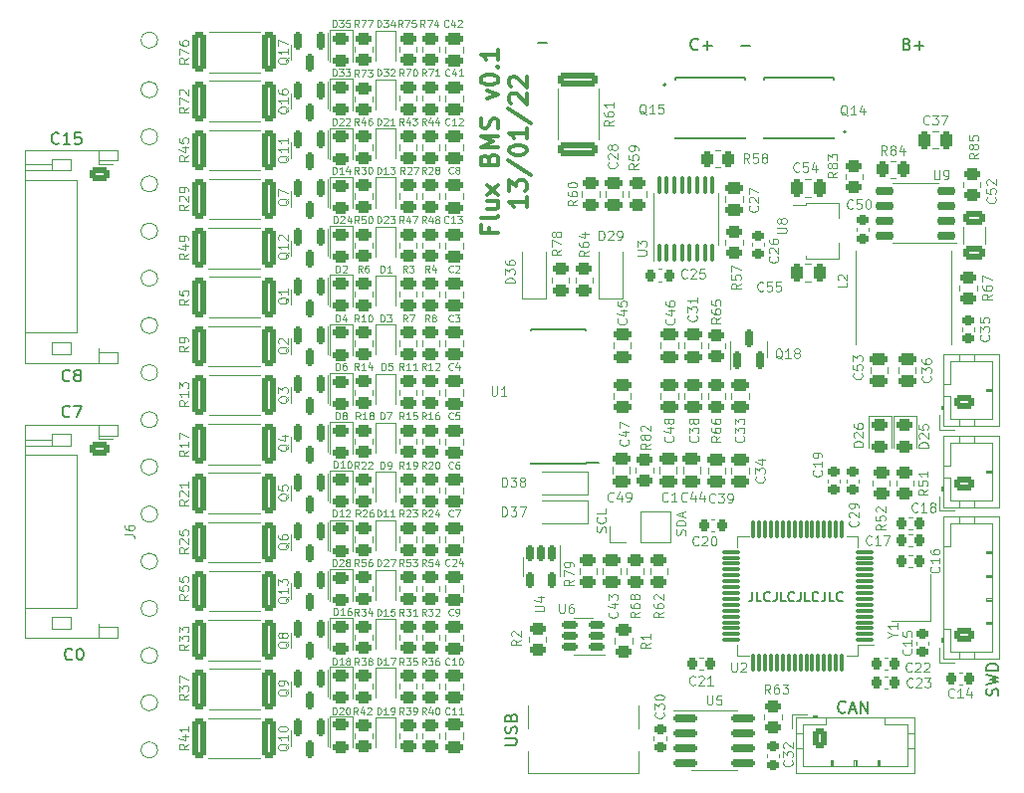
<source format=gto>
G04 #@! TF.GenerationSoftware,KiCad,Pcbnew,(6.0.7-1)-1*
G04 #@! TF.CreationDate,2023-01-13T15:06:51+01:00*
G04 #@! TF.ProjectId,Flux_BMS,466c7578-5f42-44d5-932e-6b696361645f,rev?*
G04 #@! TF.SameCoordinates,Original*
G04 #@! TF.FileFunction,Legend,Top*
G04 #@! TF.FilePolarity,Positive*
%FSLAX46Y46*%
G04 Gerber Fmt 4.6, Leading zero omitted, Abs format (unit mm)*
G04 Created by KiCad (PCBNEW (6.0.7-1)-1) date 2023-01-13 15:06:51*
%MOMM*%
%LPD*%
G01*
G04 APERTURE LIST*
G04 Aperture macros list*
%AMRoundRect*
0 Rectangle with rounded corners*
0 $1 Rounding radius*
0 $2 $3 $4 $5 $6 $7 $8 $9 X,Y pos of 4 corners*
0 Add a 4 corners polygon primitive as box body*
4,1,4,$2,$3,$4,$5,$6,$7,$8,$9,$2,$3,0*
0 Add four circle primitives for the rounded corners*
1,1,$1+$1,$2,$3*
1,1,$1+$1,$4,$5*
1,1,$1+$1,$6,$7*
1,1,$1+$1,$8,$9*
0 Add four rect primitives between the rounded corners*
20,1,$1+$1,$2,$3,$4,$5,0*
20,1,$1+$1,$4,$5,$6,$7,0*
20,1,$1+$1,$6,$7,$8,$9,0*
20,1,$1+$1,$8,$9,$2,$3,0*%
%AMFreePoly0*
4,1,9,3.862500,-0.866500,0.737500,-0.866500,0.737500,-0.450000,-0.737500,-0.450000,-0.737500,0.450000,0.737500,0.450000,0.737500,0.866500,3.862500,0.866500,3.862500,-0.866500,3.862500,-0.866500,$1*%
G04 Aperture macros list end*
%ADD10C,0.300000*%
%ADD11C,0.150000*%
%ADD12C,0.100000*%
%ADD13C,0.120000*%
%ADD14C,0.200000*%
%ADD15C,0.127000*%
%ADD16O,1.200000X1.750000*%
%ADD17RoundRect,0.250000X-0.350000X-0.625000X0.350000X-0.625000X0.350000X0.625000X-0.350000X0.625000X0*%
%ADD18RoundRect,0.250000X0.450000X-0.262500X0.450000X0.262500X-0.450000X0.262500X-0.450000X-0.262500X0*%
%ADD19RoundRect,0.250000X0.625000X-0.350000X0.625000X0.350000X-0.625000X0.350000X-0.625000X-0.350000X0*%
%ADD20O,1.750000X1.200000*%
%ADD21RoundRect,0.150000X-0.150000X0.512500X-0.150000X-0.512500X0.150000X-0.512500X0.150000X0.512500X0*%
%ADD22R,1.200000X0.900000*%
%ADD23RoundRect,0.250000X-0.450000X0.262500X-0.450000X-0.262500X0.450000X-0.262500X0.450000X0.262500X0*%
%ADD24RoundRect,0.150000X-0.150000X0.587500X-0.150000X-0.587500X0.150000X-0.587500X0.150000X0.587500X0*%
%ADD25C,1.000000*%
%ADD26R,0.900000X1.200000*%
%ADD27RoundRect,0.250000X-0.475000X0.250000X-0.475000X-0.250000X0.475000X-0.250000X0.475000X0.250000X0*%
%ADD28RoundRect,0.243750X-0.456250X0.243750X-0.456250X-0.243750X0.456250X-0.243750X0.456250X0.243750X0*%
%ADD29R,0.450000X0.600000*%
%ADD30RoundRect,0.250000X-0.362500X-1.425000X0.362500X-1.425000X0.362500X1.425000X-0.362500X1.425000X0*%
%ADD31C,0.600000*%
%ADD32R,4.000000X4.000000*%
%ADD33RoundRect,0.250000X-1.425000X0.362500X-1.425000X-0.362500X1.425000X-0.362500X1.425000X0.362500X0*%
%ADD34O,1.000000X1.600000*%
%ADD35O,1.000000X2.100000*%
%ADD36R,0.600000X1.450000*%
%ADD37R,0.300000X1.450000*%
%ADD38C,0.650000*%
%ADD39RoundRect,0.225000X0.225000X0.250000X-0.225000X0.250000X-0.225000X-0.250000X0.225000X-0.250000X0*%
%ADD40RoundRect,0.250000X0.475000X-0.250000X0.475000X0.250000X-0.475000X0.250000X-0.475000X-0.250000X0*%
%ADD41R,0.850000X0.500000*%
%ADD42R,0.800000X0.600000*%
%ADD43R,3.750000X4.410000*%
%ADD44RoundRect,0.225000X0.250000X-0.225000X0.250000X0.225000X-0.250000X0.225000X-0.250000X-0.225000X0*%
%ADD45RoundRect,0.225000X-0.250000X0.225000X-0.250000X-0.225000X0.250000X-0.225000X0.250000X0.225000X0*%
%ADD46C,3.200000*%
%ADD47RoundRect,0.150000X-0.825000X-0.150000X0.825000X-0.150000X0.825000X0.150000X-0.825000X0.150000X0*%
%ADD48RoundRect,0.225000X-0.225000X-0.250000X0.225000X-0.250000X0.225000X0.250000X-0.225000X0.250000X0*%
%ADD49RoundRect,0.150000X0.150000X-0.587500X0.150000X0.587500X-0.150000X0.587500X-0.150000X-0.587500X0*%
%ADD50RoundRect,0.150000X0.512500X0.150000X-0.512500X0.150000X-0.512500X-0.150000X0.512500X-0.150000X0*%
%ADD51RoundRect,0.250000X-0.250000X-0.475000X0.250000X-0.475000X0.250000X0.475000X-0.250000X0.475000X0*%
%ADD52RoundRect,0.250000X-0.625000X0.350000X-0.625000X-0.350000X0.625000X-0.350000X0.625000X0.350000X0*%
%ADD53RoundRect,0.100000X0.100000X-0.637500X0.100000X0.637500X-0.100000X0.637500X-0.100000X-0.637500X0*%
%ADD54RoundRect,0.250000X-0.262500X-0.450000X0.262500X-0.450000X0.262500X0.450000X-0.262500X0.450000X0*%
%ADD55R,1.100000X0.285000*%
%ADD56R,1.300000X0.900000*%
%ADD57FreePoly0,0.000000*%
%ADD58RoundRect,0.075000X0.075000X0.700000X-0.075000X0.700000X-0.075000X-0.700000X0.075000X-0.700000X0*%
%ADD59RoundRect,0.075000X0.700000X0.075000X-0.700000X0.075000X-0.700000X-0.075000X0.700000X-0.075000X0*%
%ADD60RoundRect,0.250000X-0.650000X0.325000X-0.650000X-0.325000X0.650000X-0.325000X0.650000X0.325000X0*%
%ADD61RoundRect,0.250000X0.250000X0.475000X-0.250000X0.475000X-0.250000X-0.475000X0.250000X-0.475000X0*%
%ADD62R,2.410000X3.100000*%
%ADD63RoundRect,0.150000X0.650000X0.150000X-0.650000X0.150000X-0.650000X-0.150000X0.650000X-0.150000X0*%
%ADD64O,1.700000X1.700000*%
%ADD65R,1.700000X1.700000*%
%ADD66R,7.500000X1.800000*%
%ADD67R,1.200000X1.400000*%
G04 APERTURE END LIST*
D10*
X115535357Y-91935714D02*
X115535357Y-92435714D01*
X116321071Y-92435714D02*
X114821071Y-92435714D01*
X114821071Y-91721428D01*
X116321071Y-90935714D02*
X116249642Y-91078571D01*
X116106785Y-91150000D01*
X114821071Y-91150000D01*
X115321071Y-89721428D02*
X116321071Y-89721428D01*
X115321071Y-90364285D02*
X116106785Y-90364285D01*
X116249642Y-90292857D01*
X116321071Y-90150000D01*
X116321071Y-89935714D01*
X116249642Y-89792857D01*
X116178214Y-89721428D01*
X116321071Y-89150000D02*
X115321071Y-88364285D01*
X115321071Y-89150000D02*
X116321071Y-88364285D01*
X115535357Y-86150000D02*
X115606785Y-85935714D01*
X115678214Y-85864285D01*
X115821071Y-85792857D01*
X116035357Y-85792857D01*
X116178214Y-85864285D01*
X116249642Y-85935714D01*
X116321071Y-86078571D01*
X116321071Y-86650000D01*
X114821071Y-86650000D01*
X114821071Y-86150000D01*
X114892500Y-86007142D01*
X114963928Y-85935714D01*
X115106785Y-85864285D01*
X115249642Y-85864285D01*
X115392500Y-85935714D01*
X115463928Y-86007142D01*
X115535357Y-86150000D01*
X115535357Y-86650000D01*
X116321071Y-85150000D02*
X114821071Y-85150000D01*
X115892500Y-84650000D01*
X114821071Y-84150000D01*
X116321071Y-84150000D01*
X116249642Y-83507142D02*
X116321071Y-83292857D01*
X116321071Y-82935714D01*
X116249642Y-82792857D01*
X116178214Y-82721428D01*
X116035357Y-82650000D01*
X115892500Y-82650000D01*
X115749642Y-82721428D01*
X115678214Y-82792857D01*
X115606785Y-82935714D01*
X115535357Y-83221428D01*
X115463928Y-83364285D01*
X115392500Y-83435714D01*
X115249642Y-83507142D01*
X115106785Y-83507142D01*
X114963928Y-83435714D01*
X114892500Y-83364285D01*
X114821071Y-83221428D01*
X114821071Y-82864285D01*
X114892500Y-82650000D01*
X115321071Y-81007142D02*
X116321071Y-80650000D01*
X115321071Y-80292857D01*
X114821071Y-79435714D02*
X114821071Y-79292857D01*
X114892500Y-79150000D01*
X114963928Y-79078571D01*
X115106785Y-79007142D01*
X115392500Y-78935714D01*
X115749642Y-78935714D01*
X116035357Y-79007142D01*
X116178214Y-79078571D01*
X116249642Y-79150000D01*
X116321071Y-79292857D01*
X116321071Y-79435714D01*
X116249642Y-79578571D01*
X116178214Y-79650000D01*
X116035357Y-79721428D01*
X115749642Y-79792857D01*
X115392500Y-79792857D01*
X115106785Y-79721428D01*
X114963928Y-79650000D01*
X114892500Y-79578571D01*
X114821071Y-79435714D01*
X116178214Y-78292857D02*
X116249642Y-78221428D01*
X116321071Y-78292857D01*
X116249642Y-78364285D01*
X116178214Y-78292857D01*
X116321071Y-78292857D01*
X116321071Y-76792857D02*
X116321071Y-77650000D01*
X116321071Y-77221428D02*
X114821071Y-77221428D01*
X115035357Y-77364285D01*
X115178214Y-77507142D01*
X115249642Y-77650000D01*
X118736071Y-89364285D02*
X118736071Y-90221428D01*
X118736071Y-89792857D02*
X117236071Y-89792857D01*
X117450357Y-89935714D01*
X117593214Y-90078571D01*
X117664642Y-90221428D01*
X117236071Y-88864285D02*
X117236071Y-87935714D01*
X117807500Y-88435714D01*
X117807500Y-88221428D01*
X117878928Y-88078571D01*
X117950357Y-88007142D01*
X118093214Y-87935714D01*
X118450357Y-87935714D01*
X118593214Y-88007142D01*
X118664642Y-88078571D01*
X118736071Y-88221428D01*
X118736071Y-88650000D01*
X118664642Y-88792857D01*
X118593214Y-88864285D01*
X117164642Y-86221428D02*
X119093214Y-87507142D01*
X117236071Y-85435714D02*
X117236071Y-85292857D01*
X117307500Y-85150000D01*
X117378928Y-85078571D01*
X117521785Y-85007142D01*
X117807500Y-84935714D01*
X118164642Y-84935714D01*
X118450357Y-85007142D01*
X118593214Y-85078571D01*
X118664642Y-85150000D01*
X118736071Y-85292857D01*
X118736071Y-85435714D01*
X118664642Y-85578571D01*
X118593214Y-85650000D01*
X118450357Y-85721428D01*
X118164642Y-85792857D01*
X117807500Y-85792857D01*
X117521785Y-85721428D01*
X117378928Y-85650000D01*
X117307500Y-85578571D01*
X117236071Y-85435714D01*
X118736071Y-83507142D02*
X118736071Y-84364285D01*
X118736071Y-83935714D02*
X117236071Y-83935714D01*
X117450357Y-84078571D01*
X117593214Y-84221428D01*
X117664642Y-84364285D01*
X117164642Y-81792857D02*
X119093214Y-83078571D01*
X117378928Y-81364285D02*
X117307500Y-81292857D01*
X117236071Y-81150000D01*
X117236071Y-80792857D01*
X117307500Y-80650000D01*
X117378928Y-80578571D01*
X117521785Y-80507142D01*
X117664642Y-80507142D01*
X117878928Y-80578571D01*
X118736071Y-81435714D01*
X118736071Y-80507142D01*
X117378928Y-79935714D02*
X117307500Y-79864285D01*
X117236071Y-79721428D01*
X117236071Y-79364285D01*
X117307500Y-79221428D01*
X117378928Y-79150000D01*
X117521785Y-79078571D01*
X117664642Y-79078571D01*
X117878928Y-79150000D01*
X118736071Y-80007142D01*
X118736071Y-79078571D01*
D11*
X137904761Y-122961904D02*
X137904761Y-123533333D01*
X137866666Y-123647619D01*
X137790476Y-123723809D01*
X137676190Y-123761904D01*
X137600000Y-123761904D01*
X138666666Y-123761904D02*
X138285714Y-123761904D01*
X138285714Y-122961904D01*
X139390476Y-123685714D02*
X139352380Y-123723809D01*
X139238095Y-123761904D01*
X139161904Y-123761904D01*
X139047619Y-123723809D01*
X138971428Y-123647619D01*
X138933333Y-123571428D01*
X138895238Y-123419047D01*
X138895238Y-123304761D01*
X138933333Y-123152380D01*
X138971428Y-123076190D01*
X139047619Y-123000000D01*
X139161904Y-122961904D01*
X139238095Y-122961904D01*
X139352380Y-123000000D01*
X139390476Y-123038095D01*
X139961904Y-122961904D02*
X139961904Y-123533333D01*
X139923809Y-123647619D01*
X139847619Y-123723809D01*
X139733333Y-123761904D01*
X139657142Y-123761904D01*
X140723809Y-123761904D02*
X140342857Y-123761904D01*
X140342857Y-122961904D01*
X141447619Y-123685714D02*
X141409523Y-123723809D01*
X141295238Y-123761904D01*
X141219047Y-123761904D01*
X141104761Y-123723809D01*
X141028571Y-123647619D01*
X140990476Y-123571428D01*
X140952380Y-123419047D01*
X140952380Y-123304761D01*
X140990476Y-123152380D01*
X141028571Y-123076190D01*
X141104761Y-123000000D01*
X141219047Y-122961904D01*
X141295238Y-122961904D01*
X141409523Y-123000000D01*
X141447619Y-123038095D01*
X142019047Y-122961904D02*
X142019047Y-123533333D01*
X141980952Y-123647619D01*
X141904761Y-123723809D01*
X141790476Y-123761904D01*
X141714285Y-123761904D01*
X142780952Y-123761904D02*
X142400000Y-123761904D01*
X142400000Y-122961904D01*
X143504761Y-123685714D02*
X143466666Y-123723809D01*
X143352380Y-123761904D01*
X143276190Y-123761904D01*
X143161904Y-123723809D01*
X143085714Y-123647619D01*
X143047619Y-123571428D01*
X143009523Y-123419047D01*
X143009523Y-123304761D01*
X143047619Y-123152380D01*
X143085714Y-123076190D01*
X143161904Y-123000000D01*
X143276190Y-122961904D01*
X143352380Y-122961904D01*
X143466666Y-123000000D01*
X143504761Y-123038095D01*
X144076190Y-122961904D02*
X144076190Y-123533333D01*
X144038095Y-123647619D01*
X143961904Y-123723809D01*
X143847619Y-123761904D01*
X143771428Y-123761904D01*
X144838095Y-123761904D02*
X144457142Y-123761904D01*
X144457142Y-122961904D01*
X145561904Y-123685714D02*
X145523809Y-123723809D01*
X145409523Y-123761904D01*
X145333333Y-123761904D01*
X145219047Y-123723809D01*
X145142857Y-123647619D01*
X145104761Y-123571428D01*
X145066666Y-123419047D01*
X145066666Y-123304761D01*
X145104761Y-123152380D01*
X145142857Y-123076190D01*
X145219047Y-123000000D01*
X145333333Y-122961904D01*
X145409523Y-122961904D01*
X145523809Y-123000000D01*
X145561904Y-123038095D01*
D12*
X132173809Y-118121428D02*
X132211904Y-118007142D01*
X132211904Y-117816666D01*
X132173809Y-117740476D01*
X132135714Y-117702380D01*
X132059523Y-117664285D01*
X131983333Y-117664285D01*
X131907142Y-117702380D01*
X131869047Y-117740476D01*
X131830952Y-117816666D01*
X131792857Y-117969047D01*
X131754761Y-118045238D01*
X131716666Y-118083333D01*
X131640476Y-118121428D01*
X131564285Y-118121428D01*
X131488095Y-118083333D01*
X131450000Y-118045238D01*
X131411904Y-117969047D01*
X131411904Y-117778571D01*
X131450000Y-117664285D01*
X132211904Y-117321428D02*
X131411904Y-117321428D01*
X131411904Y-117130952D01*
X131450000Y-117016666D01*
X131526190Y-116940476D01*
X131602380Y-116902380D01*
X131754761Y-116864285D01*
X131869047Y-116864285D01*
X132021428Y-116902380D01*
X132097619Y-116940476D01*
X132173809Y-117016666D01*
X132211904Y-117130952D01*
X132211904Y-117321428D01*
X131983333Y-116559523D02*
X131983333Y-116178571D01*
X132211904Y-116635714D02*
X131411904Y-116369047D01*
X132211904Y-116102380D01*
X125423809Y-117852380D02*
X125461904Y-117738095D01*
X125461904Y-117547619D01*
X125423809Y-117471428D01*
X125385714Y-117433333D01*
X125309523Y-117395238D01*
X125233333Y-117395238D01*
X125157142Y-117433333D01*
X125119047Y-117471428D01*
X125080952Y-117547619D01*
X125042857Y-117700000D01*
X125004761Y-117776190D01*
X124966666Y-117814285D01*
X124890476Y-117852380D01*
X124814285Y-117852380D01*
X124738095Y-117814285D01*
X124700000Y-117776190D01*
X124661904Y-117700000D01*
X124661904Y-117509523D01*
X124700000Y-117395238D01*
X125385714Y-116595238D02*
X125423809Y-116633333D01*
X125461904Y-116747619D01*
X125461904Y-116823809D01*
X125423809Y-116938095D01*
X125347619Y-117014285D01*
X125271428Y-117052380D01*
X125119047Y-117090476D01*
X125004761Y-117090476D01*
X124852380Y-117052380D01*
X124776190Y-117014285D01*
X124700000Y-116938095D01*
X124661904Y-116823809D01*
X124661904Y-116747619D01*
X124700000Y-116633333D01*
X124738095Y-116595238D01*
X125461904Y-115871428D02*
X125461904Y-116252380D01*
X124661904Y-116252380D01*
D11*
X151052380Y-76328571D02*
X151195238Y-76376190D01*
X151242857Y-76423809D01*
X151290476Y-76519047D01*
X151290476Y-76661904D01*
X151242857Y-76757142D01*
X151195238Y-76804761D01*
X151100000Y-76852380D01*
X150719047Y-76852380D01*
X150719047Y-75852380D01*
X151052380Y-75852380D01*
X151147619Y-75900000D01*
X151195238Y-75947619D01*
X151242857Y-76042857D01*
X151242857Y-76138095D01*
X151195238Y-76233333D01*
X151147619Y-76280952D01*
X151052380Y-76328571D01*
X150719047Y-76328571D01*
X151719047Y-76471428D02*
X152480952Y-76471428D01*
X152100000Y-76852380D02*
X152100000Y-76090476D01*
X133290476Y-76757142D02*
X133242857Y-76804761D01*
X133100000Y-76852380D01*
X133004761Y-76852380D01*
X132861904Y-76804761D01*
X132766666Y-76709523D01*
X132719047Y-76614285D01*
X132671428Y-76423809D01*
X132671428Y-76280952D01*
X132719047Y-76090476D01*
X132766666Y-75995238D01*
X132861904Y-75900000D01*
X133004761Y-75852380D01*
X133100000Y-75852380D01*
X133242857Y-75900000D01*
X133290476Y-75947619D01*
X133719047Y-76471428D02*
X134480952Y-76471428D01*
X134100000Y-76852380D02*
X134100000Y-76090476D01*
X119719047Y-76221428D02*
X120480952Y-76221428D01*
X136969047Y-76471428D02*
X137730952Y-76471428D01*
X78957142Y-84757142D02*
X78909523Y-84804761D01*
X78766666Y-84852380D01*
X78671428Y-84852380D01*
X78528571Y-84804761D01*
X78433333Y-84709523D01*
X78385714Y-84614285D01*
X78338095Y-84423809D01*
X78338095Y-84280952D01*
X78385714Y-84090476D01*
X78433333Y-83995238D01*
X78528571Y-83900000D01*
X78671428Y-83852380D01*
X78766666Y-83852380D01*
X78909523Y-83900000D01*
X78957142Y-83947619D01*
X79909523Y-84852380D02*
X79338095Y-84852380D01*
X79623809Y-84852380D02*
X79623809Y-83852380D01*
X79528571Y-83995238D01*
X79433333Y-84090476D01*
X79338095Y-84138095D01*
X80814285Y-83852380D02*
X80338095Y-83852380D01*
X80290476Y-84328571D01*
X80338095Y-84280952D01*
X80433333Y-84233333D01*
X80671428Y-84233333D01*
X80766666Y-84280952D01*
X80814285Y-84328571D01*
X80861904Y-84423809D01*
X80861904Y-84661904D01*
X80814285Y-84757142D01*
X80766666Y-84804761D01*
X80671428Y-84852380D01*
X80433333Y-84852380D01*
X80338095Y-84804761D01*
X80290476Y-84757142D01*
X79883333Y-104957142D02*
X79835714Y-105004761D01*
X79692857Y-105052380D01*
X79597619Y-105052380D01*
X79454761Y-105004761D01*
X79359523Y-104909523D01*
X79311904Y-104814285D01*
X79264285Y-104623809D01*
X79264285Y-104480952D01*
X79311904Y-104290476D01*
X79359523Y-104195238D01*
X79454761Y-104100000D01*
X79597619Y-104052380D01*
X79692857Y-104052380D01*
X79835714Y-104100000D01*
X79883333Y-104147619D01*
X80454761Y-104480952D02*
X80359523Y-104433333D01*
X80311904Y-104385714D01*
X80264285Y-104290476D01*
X80264285Y-104242857D01*
X80311904Y-104147619D01*
X80359523Y-104100000D01*
X80454761Y-104052380D01*
X80645238Y-104052380D01*
X80740476Y-104100000D01*
X80788095Y-104147619D01*
X80835714Y-104242857D01*
X80835714Y-104290476D01*
X80788095Y-104385714D01*
X80740476Y-104433333D01*
X80645238Y-104480952D01*
X80454761Y-104480952D01*
X80359523Y-104528571D01*
X80311904Y-104576190D01*
X80264285Y-104671428D01*
X80264285Y-104861904D01*
X80311904Y-104957142D01*
X80359523Y-105004761D01*
X80454761Y-105052380D01*
X80645238Y-105052380D01*
X80740476Y-105004761D01*
X80788095Y-104957142D01*
X80835714Y-104861904D01*
X80835714Y-104671428D01*
X80788095Y-104576190D01*
X80740476Y-104528571D01*
X80645238Y-104480952D01*
X79883333Y-108007142D02*
X79835714Y-108054761D01*
X79692857Y-108102380D01*
X79597619Y-108102380D01*
X79454761Y-108054761D01*
X79359523Y-107959523D01*
X79311904Y-107864285D01*
X79264285Y-107673809D01*
X79264285Y-107530952D01*
X79311904Y-107340476D01*
X79359523Y-107245238D01*
X79454761Y-107150000D01*
X79597619Y-107102380D01*
X79692857Y-107102380D01*
X79835714Y-107150000D01*
X79883333Y-107197619D01*
X80216666Y-107102380D02*
X80883333Y-107102380D01*
X80454761Y-108102380D01*
X80083333Y-128657142D02*
X80035714Y-128704761D01*
X79892857Y-128752380D01*
X79797619Y-128752380D01*
X79654761Y-128704761D01*
X79559523Y-128609523D01*
X79511904Y-128514285D01*
X79464285Y-128323809D01*
X79464285Y-128180952D01*
X79511904Y-127990476D01*
X79559523Y-127895238D01*
X79654761Y-127800000D01*
X79797619Y-127752380D01*
X79892857Y-127752380D01*
X80035714Y-127800000D01*
X80083333Y-127847619D01*
X80702380Y-127752380D02*
X80797619Y-127752380D01*
X80892857Y-127800000D01*
X80940476Y-127847619D01*
X80988095Y-127942857D01*
X81035714Y-128133333D01*
X81035714Y-128371428D01*
X80988095Y-128561904D01*
X80940476Y-128657142D01*
X80892857Y-128704761D01*
X80797619Y-128752380D01*
X80702380Y-128752380D01*
X80607142Y-128704761D01*
X80559523Y-128657142D01*
X80511904Y-128561904D01*
X80464285Y-128371428D01*
X80464285Y-128133333D01*
X80511904Y-127942857D01*
X80559523Y-127847619D01*
X80607142Y-127800000D01*
X80702380Y-127752380D01*
X158754761Y-131757142D02*
X158802380Y-131614285D01*
X158802380Y-131376190D01*
X158754761Y-131280952D01*
X158707142Y-131233333D01*
X158611904Y-131185714D01*
X158516666Y-131185714D01*
X158421428Y-131233333D01*
X158373809Y-131280952D01*
X158326190Y-131376190D01*
X158278571Y-131566666D01*
X158230952Y-131661904D01*
X158183333Y-131709523D01*
X158088095Y-131757142D01*
X157992857Y-131757142D01*
X157897619Y-131709523D01*
X157850000Y-131661904D01*
X157802380Y-131566666D01*
X157802380Y-131328571D01*
X157850000Y-131185714D01*
X157802380Y-130852380D02*
X158802380Y-130614285D01*
X158088095Y-130423809D01*
X158802380Y-130233333D01*
X157802380Y-129995238D01*
X158802380Y-129614285D02*
X157802380Y-129614285D01*
X157802380Y-129376190D01*
X157850000Y-129233333D01*
X157945238Y-129138095D01*
X158040476Y-129090476D01*
X158230952Y-129042857D01*
X158373809Y-129042857D01*
X158564285Y-129090476D01*
X158659523Y-129138095D01*
X158754761Y-129233333D01*
X158802380Y-129376190D01*
X158802380Y-129614285D01*
X145807142Y-133157142D02*
X145759523Y-133204761D01*
X145616666Y-133252380D01*
X145521428Y-133252380D01*
X145378571Y-133204761D01*
X145283333Y-133109523D01*
X145235714Y-133014285D01*
X145188095Y-132823809D01*
X145188095Y-132680952D01*
X145235714Y-132490476D01*
X145283333Y-132395238D01*
X145378571Y-132300000D01*
X145521428Y-132252380D01*
X145616666Y-132252380D01*
X145759523Y-132300000D01*
X145807142Y-132347619D01*
X146188095Y-132966666D02*
X146664285Y-132966666D01*
X146092857Y-133252380D02*
X146426190Y-132252380D01*
X146759523Y-133252380D01*
X147092857Y-133252380D02*
X147092857Y-132252380D01*
X147664285Y-133252380D01*
X147664285Y-132252380D01*
X116902380Y-135961904D02*
X117711904Y-135961904D01*
X117807142Y-135914285D01*
X117854761Y-135866666D01*
X117902380Y-135771428D01*
X117902380Y-135580952D01*
X117854761Y-135485714D01*
X117807142Y-135438095D01*
X117711904Y-135390476D01*
X116902380Y-135390476D01*
X117854761Y-134961904D02*
X117902380Y-134819047D01*
X117902380Y-134580952D01*
X117854761Y-134485714D01*
X117807142Y-134438095D01*
X117711904Y-134390476D01*
X117616666Y-134390476D01*
X117521428Y-134438095D01*
X117473809Y-134485714D01*
X117426190Y-134580952D01*
X117378571Y-134771428D01*
X117330952Y-134866666D01*
X117283333Y-134914285D01*
X117188095Y-134961904D01*
X117092857Y-134961904D01*
X116997619Y-134914285D01*
X116950000Y-134866666D01*
X116902380Y-134771428D01*
X116902380Y-134533333D01*
X116950000Y-134390476D01*
X117378571Y-133628571D02*
X117426190Y-133485714D01*
X117473809Y-133438095D01*
X117569047Y-133390476D01*
X117711904Y-133390476D01*
X117807142Y-133438095D01*
X117854761Y-133485714D01*
X117902380Y-133580952D01*
X117902380Y-133961904D01*
X116902380Y-133961904D01*
X116902380Y-133628571D01*
X116950000Y-133533333D01*
X116997619Y-133485714D01*
X117092857Y-133438095D01*
X117188095Y-133438095D01*
X117283333Y-133485714D01*
X117330952Y-133533333D01*
X117378571Y-133628571D01*
X117378571Y-133961904D01*
D12*
X129211904Y-110314285D02*
X128830952Y-110580952D01*
X129211904Y-110771428D02*
X128411904Y-110771428D01*
X128411904Y-110466666D01*
X128450000Y-110390476D01*
X128488095Y-110352380D01*
X128564285Y-110314285D01*
X128678571Y-110314285D01*
X128754761Y-110352380D01*
X128792857Y-110390476D01*
X128830952Y-110466666D01*
X128830952Y-110771428D01*
X128754761Y-109857142D02*
X128716666Y-109933333D01*
X128678571Y-109971428D01*
X128602380Y-110009523D01*
X128564285Y-110009523D01*
X128488095Y-109971428D01*
X128450000Y-109933333D01*
X128411904Y-109857142D01*
X128411904Y-109704761D01*
X128450000Y-109628571D01*
X128488095Y-109590476D01*
X128564285Y-109552380D01*
X128602380Y-109552380D01*
X128678571Y-109590476D01*
X128716666Y-109628571D01*
X128754761Y-109704761D01*
X128754761Y-109857142D01*
X128792857Y-109933333D01*
X128830952Y-109971428D01*
X128907142Y-110009523D01*
X129059523Y-110009523D01*
X129135714Y-109971428D01*
X129173809Y-109933333D01*
X129211904Y-109857142D01*
X129211904Y-109704761D01*
X129173809Y-109628571D01*
X129135714Y-109590476D01*
X129059523Y-109552380D01*
X128907142Y-109552380D01*
X128830952Y-109590476D01*
X128792857Y-109628571D01*
X128754761Y-109704761D01*
X128488095Y-109247619D02*
X128450000Y-109209523D01*
X128411904Y-109133333D01*
X128411904Y-108942857D01*
X128450000Y-108866666D01*
X128488095Y-108828571D01*
X128564285Y-108790476D01*
X128640476Y-108790476D01*
X128754761Y-108828571D01*
X129211904Y-109285714D01*
X129211904Y-108790476D01*
X119411904Y-124609523D02*
X120059523Y-124609523D01*
X120135714Y-124571428D01*
X120173809Y-124533333D01*
X120211904Y-124457142D01*
X120211904Y-124304761D01*
X120173809Y-124228571D01*
X120135714Y-124190476D01*
X120059523Y-124152380D01*
X119411904Y-124152380D01*
X119678571Y-123428571D02*
X120211904Y-123428571D01*
X119373809Y-123619047D02*
X119945238Y-123809523D01*
X119945238Y-123314285D01*
X117711904Y-96671428D02*
X116911904Y-96671428D01*
X116911904Y-96480952D01*
X116950000Y-96366666D01*
X117026190Y-96290476D01*
X117102380Y-96252380D01*
X117254761Y-96214285D01*
X117369047Y-96214285D01*
X117521428Y-96252380D01*
X117597619Y-96290476D01*
X117673809Y-96366666D01*
X117711904Y-96480952D01*
X117711904Y-96671428D01*
X116911904Y-95947619D02*
X116911904Y-95452380D01*
X117216666Y-95719047D01*
X117216666Y-95604761D01*
X117254761Y-95528571D01*
X117292857Y-95490476D01*
X117369047Y-95452380D01*
X117559523Y-95452380D01*
X117635714Y-95490476D01*
X117673809Y-95528571D01*
X117711904Y-95604761D01*
X117711904Y-95833333D01*
X117673809Y-95909523D01*
X117635714Y-95947619D01*
X116911904Y-94766666D02*
X116911904Y-94919047D01*
X116950000Y-94995238D01*
X116988095Y-95033333D01*
X117102380Y-95109523D01*
X117254761Y-95147619D01*
X117559523Y-95147619D01*
X117635714Y-95109523D01*
X117673809Y-95071428D01*
X117711904Y-94995238D01*
X117711904Y-94842857D01*
X117673809Y-94766666D01*
X117635714Y-94728571D01*
X117559523Y-94690476D01*
X117369047Y-94690476D01*
X117292857Y-94728571D01*
X117254761Y-94766666D01*
X117216666Y-94842857D01*
X117216666Y-94995238D01*
X117254761Y-95071428D01*
X117292857Y-95109523D01*
X117369047Y-95147619D01*
X110164285Y-133371428D02*
X109964285Y-133085714D01*
X109821428Y-133371428D02*
X109821428Y-132771428D01*
X110050000Y-132771428D01*
X110107142Y-132800000D01*
X110135714Y-132828571D01*
X110164285Y-132885714D01*
X110164285Y-132971428D01*
X110135714Y-133028571D01*
X110107142Y-133057142D01*
X110050000Y-133085714D01*
X109821428Y-133085714D01*
X110678571Y-132971428D02*
X110678571Y-133371428D01*
X110535714Y-132742857D02*
X110392857Y-133171428D01*
X110764285Y-133171428D01*
X111107142Y-132771428D02*
X111164285Y-132771428D01*
X111221428Y-132800000D01*
X111250000Y-132828571D01*
X111278571Y-132885714D01*
X111307142Y-133000000D01*
X111307142Y-133142857D01*
X111278571Y-133257142D01*
X111250000Y-133314285D01*
X111221428Y-133342857D01*
X111164285Y-133371428D01*
X111107142Y-133371428D01*
X111050000Y-133342857D01*
X111021428Y-133314285D01*
X110992857Y-133257142D01*
X110964285Y-133142857D01*
X110964285Y-133000000D01*
X110992857Y-132885714D01*
X111021428Y-132828571D01*
X111050000Y-132800000D01*
X111107142Y-132771428D01*
X110164285Y-124971428D02*
X109964285Y-124685714D01*
X109821428Y-124971428D02*
X109821428Y-124371428D01*
X110050000Y-124371428D01*
X110107142Y-124400000D01*
X110135714Y-124428571D01*
X110164285Y-124485714D01*
X110164285Y-124571428D01*
X110135714Y-124628571D01*
X110107142Y-124657142D01*
X110050000Y-124685714D01*
X109821428Y-124685714D01*
X110364285Y-124371428D02*
X110735714Y-124371428D01*
X110535714Y-124600000D01*
X110621428Y-124600000D01*
X110678571Y-124628571D01*
X110707142Y-124657142D01*
X110735714Y-124714285D01*
X110735714Y-124857142D01*
X110707142Y-124914285D01*
X110678571Y-124942857D01*
X110621428Y-124971428D01*
X110450000Y-124971428D01*
X110392857Y-124942857D01*
X110364285Y-124914285D01*
X110964285Y-124428571D02*
X110992857Y-124400000D01*
X111050000Y-124371428D01*
X111192857Y-124371428D01*
X111250000Y-124400000D01*
X111278571Y-124428571D01*
X111307142Y-124485714D01*
X111307142Y-124542857D01*
X111278571Y-124628571D01*
X110935714Y-124971428D01*
X111307142Y-124971428D01*
X108264285Y-120771428D02*
X108064285Y-120485714D01*
X107921428Y-120771428D02*
X107921428Y-120171428D01*
X108150000Y-120171428D01*
X108207142Y-120200000D01*
X108235714Y-120228571D01*
X108264285Y-120285714D01*
X108264285Y-120371428D01*
X108235714Y-120428571D01*
X108207142Y-120457142D01*
X108150000Y-120485714D01*
X107921428Y-120485714D01*
X108807142Y-120171428D02*
X108521428Y-120171428D01*
X108492857Y-120457142D01*
X108521428Y-120428571D01*
X108578571Y-120400000D01*
X108721428Y-120400000D01*
X108778571Y-120428571D01*
X108807142Y-120457142D01*
X108835714Y-120514285D01*
X108835714Y-120657142D01*
X108807142Y-120714285D01*
X108778571Y-120742857D01*
X108721428Y-120771428D01*
X108578571Y-120771428D01*
X108521428Y-120742857D01*
X108492857Y-120714285D01*
X109035714Y-120171428D02*
X109407142Y-120171428D01*
X109207142Y-120400000D01*
X109292857Y-120400000D01*
X109350000Y-120428571D01*
X109378571Y-120457142D01*
X109407142Y-120514285D01*
X109407142Y-120657142D01*
X109378571Y-120714285D01*
X109350000Y-120742857D01*
X109292857Y-120771428D01*
X109121428Y-120771428D01*
X109064285Y-120742857D01*
X109035714Y-120714285D01*
X98488095Y-135857142D02*
X98450000Y-135933333D01*
X98373809Y-136009523D01*
X98259523Y-136123809D01*
X98221428Y-136200000D01*
X98221428Y-136276190D01*
X98411904Y-136238095D02*
X98373809Y-136314285D01*
X98297619Y-136390476D01*
X98145238Y-136428571D01*
X97878571Y-136428571D01*
X97726190Y-136390476D01*
X97650000Y-136314285D01*
X97611904Y-136238095D01*
X97611904Y-136085714D01*
X97650000Y-136009523D01*
X97726190Y-135933333D01*
X97878571Y-135895238D01*
X98145238Y-135895238D01*
X98297619Y-135933333D01*
X98373809Y-136009523D01*
X98411904Y-136085714D01*
X98411904Y-136238095D01*
X98411904Y-135133333D02*
X98411904Y-135590476D01*
X98411904Y-135361904D02*
X97611904Y-135361904D01*
X97726190Y-135438095D01*
X97802380Y-135514285D01*
X97840476Y-135590476D01*
X97611904Y-134638095D02*
X97611904Y-134561904D01*
X97650000Y-134485714D01*
X97688095Y-134447619D01*
X97764285Y-134409523D01*
X97916666Y-134371428D01*
X98107142Y-134371428D01*
X98259523Y-134409523D01*
X98335714Y-134447619D01*
X98373809Y-134485714D01*
X98411904Y-134561904D01*
X98411904Y-134638095D01*
X98373809Y-134714285D01*
X98335714Y-134752380D01*
X98259523Y-134790476D01*
X98107142Y-134828571D01*
X97916666Y-134828571D01*
X97764285Y-134790476D01*
X97688095Y-134752380D01*
X97650000Y-134714285D01*
X97611904Y-134638095D01*
X116628571Y-114011904D02*
X116628571Y-113211904D01*
X116819047Y-113211904D01*
X116933333Y-113250000D01*
X117009523Y-113326190D01*
X117047619Y-113402380D01*
X117085714Y-113554761D01*
X117085714Y-113669047D01*
X117047619Y-113821428D01*
X117009523Y-113897619D01*
X116933333Y-113973809D01*
X116819047Y-114011904D01*
X116628571Y-114011904D01*
X117352380Y-113211904D02*
X117847619Y-113211904D01*
X117580952Y-113516666D01*
X117695238Y-113516666D01*
X117771428Y-113554761D01*
X117809523Y-113592857D01*
X117847619Y-113669047D01*
X117847619Y-113859523D01*
X117809523Y-113935714D01*
X117771428Y-113973809D01*
X117695238Y-114011904D01*
X117466666Y-114011904D01*
X117390476Y-113973809D01*
X117352380Y-113935714D01*
X118304761Y-113554761D02*
X118228571Y-113516666D01*
X118190476Y-113478571D01*
X118152380Y-113402380D01*
X118152380Y-113364285D01*
X118190476Y-113288095D01*
X118228571Y-113250000D01*
X118304761Y-113211904D01*
X118457142Y-113211904D01*
X118533333Y-113250000D01*
X118571428Y-113288095D01*
X118609523Y-113364285D01*
X118609523Y-113402380D01*
X118571428Y-113478571D01*
X118533333Y-113516666D01*
X118457142Y-113554761D01*
X118304761Y-113554761D01*
X118228571Y-113592857D01*
X118190476Y-113630952D01*
X118152380Y-113707142D01*
X118152380Y-113859523D01*
X118190476Y-113935714D01*
X118228571Y-113973809D01*
X118304761Y-114011904D01*
X118457142Y-114011904D01*
X118533333Y-113973809D01*
X118571428Y-113935714D01*
X118609523Y-113859523D01*
X118609523Y-113707142D01*
X118571428Y-113630952D01*
X118533333Y-113592857D01*
X118457142Y-113554761D01*
X137135714Y-109714285D02*
X137173809Y-109752380D01*
X137211904Y-109866666D01*
X137211904Y-109942857D01*
X137173809Y-110057142D01*
X137097619Y-110133333D01*
X137021428Y-110171428D01*
X136869047Y-110209523D01*
X136754761Y-110209523D01*
X136602380Y-110171428D01*
X136526190Y-110133333D01*
X136450000Y-110057142D01*
X136411904Y-109942857D01*
X136411904Y-109866666D01*
X136450000Y-109752380D01*
X136488095Y-109714285D01*
X136411904Y-109447619D02*
X136411904Y-108952380D01*
X136716666Y-109219047D01*
X136716666Y-109104761D01*
X136754761Y-109028571D01*
X136792857Y-108990476D01*
X136869047Y-108952380D01*
X137059523Y-108952380D01*
X137135714Y-108990476D01*
X137173809Y-109028571D01*
X137211904Y-109104761D01*
X137211904Y-109333333D01*
X137173809Y-109409523D01*
X137135714Y-109447619D01*
X136411904Y-108685714D02*
X136411904Y-108190476D01*
X136716666Y-108457142D01*
X136716666Y-108342857D01*
X136754761Y-108266666D01*
X136792857Y-108228571D01*
X136869047Y-108190476D01*
X137059523Y-108190476D01*
X137135714Y-108228571D01*
X137173809Y-108266666D01*
X137211904Y-108342857D01*
X137211904Y-108571428D01*
X137173809Y-108647619D01*
X137135714Y-108685714D01*
X128311904Y-124664285D02*
X127930952Y-124930952D01*
X128311904Y-125121428D02*
X127511904Y-125121428D01*
X127511904Y-124816666D01*
X127550000Y-124740476D01*
X127588095Y-124702380D01*
X127664285Y-124664285D01*
X127778571Y-124664285D01*
X127854761Y-124702380D01*
X127892857Y-124740476D01*
X127930952Y-124816666D01*
X127930952Y-125121428D01*
X127511904Y-123978571D02*
X127511904Y-124130952D01*
X127550000Y-124207142D01*
X127588095Y-124245238D01*
X127702380Y-124321428D01*
X127854761Y-124359523D01*
X128159523Y-124359523D01*
X128235714Y-124321428D01*
X128273809Y-124283333D01*
X128311904Y-124207142D01*
X128311904Y-124054761D01*
X128273809Y-123978571D01*
X128235714Y-123940476D01*
X128159523Y-123902380D01*
X127969047Y-123902380D01*
X127892857Y-123940476D01*
X127854761Y-123978571D01*
X127816666Y-124054761D01*
X127816666Y-124207142D01*
X127854761Y-124283333D01*
X127892857Y-124321428D01*
X127969047Y-124359523D01*
X127854761Y-123445238D02*
X127816666Y-123521428D01*
X127778571Y-123559523D01*
X127702380Y-123597619D01*
X127664285Y-123597619D01*
X127588095Y-123559523D01*
X127550000Y-123521428D01*
X127511904Y-123445238D01*
X127511904Y-123292857D01*
X127550000Y-123216666D01*
X127588095Y-123178571D01*
X127664285Y-123140476D01*
X127702380Y-123140476D01*
X127778571Y-123178571D01*
X127816666Y-123216666D01*
X127854761Y-123292857D01*
X127854761Y-123445238D01*
X127892857Y-123521428D01*
X127930952Y-123559523D01*
X128007142Y-123597619D01*
X128159523Y-123597619D01*
X128235714Y-123559523D01*
X128273809Y-123521428D01*
X128311904Y-123445238D01*
X128311904Y-123292857D01*
X128273809Y-123216666D01*
X128235714Y-123178571D01*
X128159523Y-123140476D01*
X128007142Y-123140476D01*
X127930952Y-123178571D01*
X127892857Y-123216666D01*
X127854761Y-123292857D01*
X102221428Y-133371428D02*
X102221428Y-132771428D01*
X102364285Y-132771428D01*
X102450000Y-132800000D01*
X102507142Y-132857142D01*
X102535714Y-132914285D01*
X102564285Y-133028571D01*
X102564285Y-133114285D01*
X102535714Y-133228571D01*
X102507142Y-133285714D01*
X102450000Y-133342857D01*
X102364285Y-133371428D01*
X102221428Y-133371428D01*
X102792857Y-132828571D02*
X102821428Y-132800000D01*
X102878571Y-132771428D01*
X103021428Y-132771428D01*
X103078571Y-132800000D01*
X103107142Y-132828571D01*
X103135714Y-132885714D01*
X103135714Y-132942857D01*
X103107142Y-133028571D01*
X102764285Y-133371428D01*
X103135714Y-133371428D01*
X103507142Y-132771428D02*
X103564285Y-132771428D01*
X103621428Y-132800000D01*
X103650000Y-132828571D01*
X103678571Y-132885714D01*
X103707142Y-133000000D01*
X103707142Y-133142857D01*
X103678571Y-133257142D01*
X103650000Y-133314285D01*
X103621428Y-133342857D01*
X103564285Y-133371428D01*
X103507142Y-133371428D01*
X103450000Y-133342857D01*
X103421428Y-133314285D01*
X103392857Y-133257142D01*
X103364285Y-133142857D01*
X103364285Y-133000000D01*
X103392857Y-132885714D01*
X103421428Y-132828571D01*
X103450000Y-132800000D01*
X103507142Y-132771428D01*
X128211904Y-86514285D02*
X127830952Y-86780952D01*
X128211904Y-86971428D02*
X127411904Y-86971428D01*
X127411904Y-86666666D01*
X127450000Y-86590476D01*
X127488095Y-86552380D01*
X127564285Y-86514285D01*
X127678571Y-86514285D01*
X127754761Y-86552380D01*
X127792857Y-86590476D01*
X127830952Y-86666666D01*
X127830952Y-86971428D01*
X127411904Y-85790476D02*
X127411904Y-86171428D01*
X127792857Y-86209523D01*
X127754761Y-86171428D01*
X127716666Y-86095238D01*
X127716666Y-85904761D01*
X127754761Y-85828571D01*
X127792857Y-85790476D01*
X127869047Y-85752380D01*
X128059523Y-85752380D01*
X128135714Y-85790476D01*
X128173809Y-85828571D01*
X128211904Y-85904761D01*
X128211904Y-86095238D01*
X128173809Y-86171428D01*
X128135714Y-86209523D01*
X128211904Y-85371428D02*
X128211904Y-85219047D01*
X128173809Y-85142857D01*
X128135714Y-85104761D01*
X128021428Y-85028571D01*
X127869047Y-84990476D01*
X127564285Y-84990476D01*
X127488095Y-85028571D01*
X127450000Y-85066666D01*
X127411904Y-85142857D01*
X127411904Y-85295238D01*
X127450000Y-85371428D01*
X127488095Y-85409523D01*
X127564285Y-85447619D01*
X127754761Y-85447619D01*
X127830952Y-85409523D01*
X127869047Y-85371428D01*
X127907142Y-85295238D01*
X127907142Y-85142857D01*
X127869047Y-85066666D01*
X127830952Y-85028571D01*
X127754761Y-84990476D01*
X112450000Y-99914285D02*
X112421428Y-99942857D01*
X112335714Y-99971428D01*
X112278571Y-99971428D01*
X112192857Y-99942857D01*
X112135714Y-99885714D01*
X112107142Y-99828571D01*
X112078571Y-99714285D01*
X112078571Y-99628571D01*
X112107142Y-99514285D01*
X112135714Y-99457142D01*
X112192857Y-99400000D01*
X112278571Y-99371428D01*
X112335714Y-99371428D01*
X112421428Y-99400000D01*
X112450000Y-99428571D01*
X112650000Y-99371428D02*
X113021428Y-99371428D01*
X112821428Y-99600000D01*
X112907142Y-99600000D01*
X112964285Y-99628571D01*
X112992857Y-99657142D01*
X113021428Y-99714285D01*
X113021428Y-99857142D01*
X112992857Y-99914285D01*
X112964285Y-99942857D01*
X112907142Y-99971428D01*
X112735714Y-99971428D01*
X112678571Y-99942857D01*
X112650000Y-99914285D01*
X116628571Y-116511904D02*
X116628571Y-115711904D01*
X116819047Y-115711904D01*
X116933333Y-115750000D01*
X117009523Y-115826190D01*
X117047619Y-115902380D01*
X117085714Y-116054761D01*
X117085714Y-116169047D01*
X117047619Y-116321428D01*
X117009523Y-116397619D01*
X116933333Y-116473809D01*
X116819047Y-116511904D01*
X116628571Y-116511904D01*
X117352380Y-115711904D02*
X117847619Y-115711904D01*
X117580952Y-116016666D01*
X117695238Y-116016666D01*
X117771428Y-116054761D01*
X117809523Y-116092857D01*
X117847619Y-116169047D01*
X117847619Y-116359523D01*
X117809523Y-116435714D01*
X117771428Y-116473809D01*
X117695238Y-116511904D01*
X117466666Y-116511904D01*
X117390476Y-116473809D01*
X117352380Y-116435714D01*
X118114285Y-115711904D02*
X118647619Y-115711904D01*
X118304761Y-116511904D01*
X104464285Y-120771428D02*
X104264285Y-120485714D01*
X104121428Y-120771428D02*
X104121428Y-120171428D01*
X104350000Y-120171428D01*
X104407142Y-120200000D01*
X104435714Y-120228571D01*
X104464285Y-120285714D01*
X104464285Y-120371428D01*
X104435714Y-120428571D01*
X104407142Y-120457142D01*
X104350000Y-120485714D01*
X104121428Y-120485714D01*
X105007142Y-120171428D02*
X104721428Y-120171428D01*
X104692857Y-120457142D01*
X104721428Y-120428571D01*
X104778571Y-120400000D01*
X104921428Y-120400000D01*
X104978571Y-120428571D01*
X105007142Y-120457142D01*
X105035714Y-120514285D01*
X105035714Y-120657142D01*
X105007142Y-120714285D01*
X104978571Y-120742857D01*
X104921428Y-120771428D01*
X104778571Y-120771428D01*
X104721428Y-120742857D01*
X104692857Y-120714285D01*
X105550000Y-120171428D02*
X105435714Y-120171428D01*
X105378571Y-120200000D01*
X105350000Y-120228571D01*
X105292857Y-120314285D01*
X105264285Y-120428571D01*
X105264285Y-120657142D01*
X105292857Y-120714285D01*
X105321428Y-120742857D01*
X105378571Y-120771428D01*
X105492857Y-120771428D01*
X105550000Y-120742857D01*
X105578571Y-120714285D01*
X105607142Y-120657142D01*
X105607142Y-120514285D01*
X105578571Y-120457142D01*
X105550000Y-120428571D01*
X105492857Y-120400000D01*
X105378571Y-120400000D01*
X105321428Y-120428571D01*
X105292857Y-120457142D01*
X105264285Y-120514285D01*
X110164285Y-83232654D02*
X109964285Y-82946940D01*
X109821428Y-83232654D02*
X109821428Y-82632654D01*
X110050000Y-82632654D01*
X110107142Y-82661226D01*
X110135714Y-82689797D01*
X110164285Y-82746940D01*
X110164285Y-82832654D01*
X110135714Y-82889797D01*
X110107142Y-82918368D01*
X110050000Y-82946940D01*
X109821428Y-82946940D01*
X110678571Y-82832654D02*
X110678571Y-83232654D01*
X110535714Y-82604083D02*
X110392857Y-83032654D01*
X110764285Y-83032654D01*
X111250000Y-82832654D02*
X111250000Y-83232654D01*
X111107142Y-82604083D02*
X110964285Y-83032654D01*
X111335714Y-83032654D01*
X147311904Y-110571428D02*
X146511904Y-110571428D01*
X146511904Y-110380952D01*
X146550000Y-110266666D01*
X146626190Y-110190476D01*
X146702380Y-110152380D01*
X146854761Y-110114285D01*
X146969047Y-110114285D01*
X147121428Y-110152380D01*
X147197619Y-110190476D01*
X147273809Y-110266666D01*
X147311904Y-110380952D01*
X147311904Y-110571428D01*
X146588095Y-109809523D02*
X146550000Y-109771428D01*
X146511904Y-109695238D01*
X146511904Y-109504761D01*
X146550000Y-109428571D01*
X146588095Y-109390476D01*
X146664285Y-109352380D01*
X146740476Y-109352380D01*
X146854761Y-109390476D01*
X147311904Y-109847619D01*
X147311904Y-109352380D01*
X146511904Y-108666666D02*
X146511904Y-108819047D01*
X146550000Y-108895238D01*
X146588095Y-108933333D01*
X146702380Y-109009523D01*
X146854761Y-109047619D01*
X147159523Y-109047619D01*
X147235714Y-109009523D01*
X147273809Y-108971428D01*
X147311904Y-108895238D01*
X147311904Y-108742857D01*
X147273809Y-108666666D01*
X147235714Y-108628571D01*
X147159523Y-108590476D01*
X146969047Y-108590476D01*
X146892857Y-108628571D01*
X146854761Y-108666666D01*
X146816666Y-108742857D01*
X146816666Y-108895238D01*
X146854761Y-108971428D01*
X146892857Y-109009523D01*
X146969047Y-109047619D01*
X106021428Y-79061737D02*
X106021428Y-78461737D01*
X106164285Y-78461737D01*
X106250000Y-78490309D01*
X106307142Y-78547451D01*
X106335714Y-78604594D01*
X106364285Y-78718880D01*
X106364285Y-78804594D01*
X106335714Y-78918880D01*
X106307142Y-78976023D01*
X106250000Y-79033166D01*
X106164285Y-79061737D01*
X106021428Y-79061737D01*
X106564285Y-78461737D02*
X106935714Y-78461737D01*
X106735714Y-78690309D01*
X106821428Y-78690309D01*
X106878571Y-78718880D01*
X106907142Y-78747451D01*
X106935714Y-78804594D01*
X106935714Y-78947451D01*
X106907142Y-79004594D01*
X106878571Y-79033166D01*
X106821428Y-79061737D01*
X106650000Y-79061737D01*
X106592857Y-79033166D01*
X106564285Y-79004594D01*
X107164285Y-78518880D02*
X107192857Y-78490309D01*
X107250000Y-78461737D01*
X107392857Y-78461737D01*
X107450000Y-78490309D01*
X107478571Y-78518880D01*
X107507142Y-78576023D01*
X107507142Y-78633166D01*
X107478571Y-78718880D01*
X107135714Y-79061737D01*
X107507142Y-79061737D01*
X98488095Y-94058162D02*
X98450000Y-94134353D01*
X98373809Y-94210543D01*
X98259523Y-94324829D01*
X98221428Y-94401020D01*
X98221428Y-94477210D01*
X98411904Y-94439115D02*
X98373809Y-94515305D01*
X98297619Y-94591496D01*
X98145238Y-94629591D01*
X97878571Y-94629591D01*
X97726190Y-94591496D01*
X97650000Y-94515305D01*
X97611904Y-94439115D01*
X97611904Y-94286734D01*
X97650000Y-94210543D01*
X97726190Y-94134353D01*
X97878571Y-94096258D01*
X98145238Y-94096258D01*
X98297619Y-94134353D01*
X98373809Y-94210543D01*
X98411904Y-94286734D01*
X98411904Y-94439115D01*
X98411904Y-93334353D02*
X98411904Y-93791496D01*
X98411904Y-93562924D02*
X97611904Y-93562924D01*
X97726190Y-93639115D01*
X97802380Y-93715305D01*
X97840476Y-93791496D01*
X97688095Y-93029591D02*
X97650000Y-92991496D01*
X97611904Y-92915305D01*
X97611904Y-92724829D01*
X97650000Y-92648639D01*
X97688095Y-92610543D01*
X97764285Y-92572448D01*
X97840476Y-92572448D01*
X97954761Y-92610543D01*
X98411904Y-93067686D01*
X98411904Y-92572448D01*
X89961904Y-135914285D02*
X89580952Y-136180952D01*
X89961904Y-136371428D02*
X89161904Y-136371428D01*
X89161904Y-136066666D01*
X89200000Y-135990476D01*
X89238095Y-135952380D01*
X89314285Y-135914285D01*
X89428571Y-135914285D01*
X89504761Y-135952380D01*
X89542857Y-135990476D01*
X89580952Y-136066666D01*
X89580952Y-136371428D01*
X89428571Y-135228571D02*
X89961904Y-135228571D01*
X89123809Y-135419047D02*
X89695238Y-135609523D01*
X89695238Y-135114285D01*
X89961904Y-134390476D02*
X89961904Y-134847619D01*
X89961904Y-134619047D02*
X89161904Y-134619047D01*
X89276190Y-134695238D01*
X89352380Y-134771428D01*
X89390476Y-134847619D01*
X102221428Y-116571428D02*
X102221428Y-115971428D01*
X102364285Y-115971428D01*
X102450000Y-116000000D01*
X102507142Y-116057142D01*
X102535714Y-116114285D01*
X102564285Y-116228571D01*
X102564285Y-116314285D01*
X102535714Y-116428571D01*
X102507142Y-116485714D01*
X102450000Y-116542857D01*
X102364285Y-116571428D01*
X102221428Y-116571428D01*
X103135714Y-116571428D02*
X102792857Y-116571428D01*
X102964285Y-116571428D02*
X102964285Y-115971428D01*
X102907142Y-116057142D01*
X102850000Y-116114285D01*
X102792857Y-116142857D01*
X103364285Y-116028571D02*
X103392857Y-116000000D01*
X103450000Y-115971428D01*
X103592857Y-115971428D01*
X103650000Y-116000000D01*
X103678571Y-116028571D01*
X103707142Y-116085714D01*
X103707142Y-116142857D01*
X103678571Y-116228571D01*
X103335714Y-116571428D01*
X103707142Y-116571428D01*
X121661904Y-93814285D02*
X121280952Y-94080952D01*
X121661904Y-94271428D02*
X120861904Y-94271428D01*
X120861904Y-93966666D01*
X120900000Y-93890476D01*
X120938095Y-93852380D01*
X121014285Y-93814285D01*
X121128571Y-93814285D01*
X121204761Y-93852380D01*
X121242857Y-93890476D01*
X121280952Y-93966666D01*
X121280952Y-94271428D01*
X120861904Y-93547619D02*
X120861904Y-93014285D01*
X121661904Y-93357142D01*
X121204761Y-92595238D02*
X121166666Y-92671428D01*
X121128571Y-92709523D01*
X121052380Y-92747619D01*
X121014285Y-92747619D01*
X120938095Y-92709523D01*
X120900000Y-92671428D01*
X120861904Y-92595238D01*
X120861904Y-92442857D01*
X120900000Y-92366666D01*
X120938095Y-92328571D01*
X121014285Y-92290476D01*
X121052380Y-92290476D01*
X121128571Y-92328571D01*
X121166666Y-92366666D01*
X121204761Y-92442857D01*
X121204761Y-92595238D01*
X121242857Y-92671428D01*
X121280952Y-92709523D01*
X121357142Y-92747619D01*
X121509523Y-92747619D01*
X121585714Y-92709523D01*
X121623809Y-92671428D01*
X121661904Y-92595238D01*
X121661904Y-92442857D01*
X121623809Y-92366666D01*
X121585714Y-92328571D01*
X121509523Y-92290476D01*
X121357142Y-92290476D01*
X121280952Y-92328571D01*
X121242857Y-92366666D01*
X121204761Y-92442857D01*
X98488095Y-131206283D02*
X98450000Y-131282473D01*
X98373809Y-131358664D01*
X98259523Y-131472950D01*
X98221428Y-131549140D01*
X98221428Y-131625331D01*
X98411904Y-131587235D02*
X98373809Y-131663426D01*
X98297619Y-131739616D01*
X98145238Y-131777712D01*
X97878571Y-131777712D01*
X97726190Y-131739616D01*
X97650000Y-131663426D01*
X97611904Y-131587235D01*
X97611904Y-131434854D01*
X97650000Y-131358664D01*
X97726190Y-131282473D01*
X97878571Y-131244378D01*
X98145238Y-131244378D01*
X98297619Y-131282473D01*
X98373809Y-131358664D01*
X98411904Y-131434854D01*
X98411904Y-131587235D01*
X98411904Y-130863426D02*
X98411904Y-130711045D01*
X98373809Y-130634854D01*
X98335714Y-130596759D01*
X98221428Y-130520569D01*
X98069047Y-130482473D01*
X97764285Y-130482473D01*
X97688095Y-130520569D01*
X97650000Y-130558664D01*
X97611904Y-130634854D01*
X97611904Y-130787235D01*
X97650000Y-130863426D01*
X97688095Y-130901521D01*
X97764285Y-130939616D01*
X97954761Y-130939616D01*
X98030952Y-130901521D01*
X98069047Y-130863426D01*
X98107142Y-130787235D01*
X98107142Y-130634854D01*
X98069047Y-130558664D01*
X98030952Y-130520569D01*
X97954761Y-130482473D01*
X102221428Y-120771428D02*
X102221428Y-120171428D01*
X102364285Y-120171428D01*
X102450000Y-120200000D01*
X102507142Y-120257142D01*
X102535714Y-120314285D01*
X102564285Y-120428571D01*
X102564285Y-120514285D01*
X102535714Y-120628571D01*
X102507142Y-120685714D01*
X102450000Y-120742857D01*
X102364285Y-120771428D01*
X102221428Y-120771428D01*
X102792857Y-120228571D02*
X102821428Y-120200000D01*
X102878571Y-120171428D01*
X103021428Y-120171428D01*
X103078571Y-120200000D01*
X103107142Y-120228571D01*
X103135714Y-120285714D01*
X103135714Y-120342857D01*
X103107142Y-120428571D01*
X102764285Y-120771428D01*
X103135714Y-120771428D01*
X103478571Y-120428571D02*
X103421428Y-120400000D01*
X103392857Y-120371428D01*
X103364285Y-120314285D01*
X103364285Y-120285714D01*
X103392857Y-120228571D01*
X103421428Y-120200000D01*
X103478571Y-120171428D01*
X103592857Y-120171428D01*
X103650000Y-120200000D01*
X103678571Y-120228571D01*
X103707142Y-120285714D01*
X103707142Y-120314285D01*
X103678571Y-120371428D01*
X103650000Y-120400000D01*
X103592857Y-120428571D01*
X103478571Y-120428571D01*
X103421428Y-120457142D01*
X103392857Y-120485714D01*
X103364285Y-120542857D01*
X103364285Y-120657142D01*
X103392857Y-120714285D01*
X103421428Y-120742857D01*
X103478571Y-120771428D01*
X103592857Y-120771428D01*
X103650000Y-120742857D01*
X103678571Y-120714285D01*
X103707142Y-120657142D01*
X103707142Y-120542857D01*
X103678571Y-120485714D01*
X103650000Y-120457142D01*
X103592857Y-120428571D01*
X124878571Y-93011904D02*
X124878571Y-92211904D01*
X125069047Y-92211904D01*
X125183333Y-92250000D01*
X125259523Y-92326190D01*
X125297619Y-92402380D01*
X125335714Y-92554761D01*
X125335714Y-92669047D01*
X125297619Y-92821428D01*
X125259523Y-92897619D01*
X125183333Y-92973809D01*
X125069047Y-93011904D01*
X124878571Y-93011904D01*
X125640476Y-92288095D02*
X125678571Y-92250000D01*
X125754761Y-92211904D01*
X125945238Y-92211904D01*
X126021428Y-92250000D01*
X126059523Y-92288095D01*
X126097619Y-92364285D01*
X126097619Y-92440476D01*
X126059523Y-92554761D01*
X125602380Y-93011904D01*
X126097619Y-93011904D01*
X126478571Y-93011904D02*
X126630952Y-93011904D01*
X126707142Y-92973809D01*
X126745238Y-92935714D01*
X126821428Y-92821428D01*
X126859523Y-92669047D01*
X126859523Y-92364285D01*
X126821428Y-92288095D01*
X126783333Y-92250000D01*
X126707142Y-92211904D01*
X126554761Y-92211904D01*
X126478571Y-92250000D01*
X126440476Y-92288095D01*
X126402380Y-92364285D01*
X126402380Y-92554761D01*
X126440476Y-92630952D01*
X126478571Y-92669047D01*
X126554761Y-92707142D01*
X126707142Y-92707142D01*
X126783333Y-92669047D01*
X126821428Y-92630952D01*
X126859523Y-92554761D01*
X106021428Y-87371428D02*
X106021428Y-86771428D01*
X106164285Y-86771428D01*
X106250000Y-86800000D01*
X106307142Y-86857142D01*
X106335714Y-86914285D01*
X106364285Y-87028571D01*
X106364285Y-87114285D01*
X106335714Y-87228571D01*
X106307142Y-87285714D01*
X106250000Y-87342857D01*
X106164285Y-87371428D01*
X106021428Y-87371428D01*
X106935714Y-87371428D02*
X106592857Y-87371428D01*
X106764285Y-87371428D02*
X106764285Y-86771428D01*
X106707142Y-86857142D01*
X106650000Y-86914285D01*
X106592857Y-86942857D01*
X107135714Y-86771428D02*
X107507142Y-86771428D01*
X107307142Y-87000000D01*
X107392857Y-87000000D01*
X107450000Y-87028571D01*
X107478571Y-87057142D01*
X107507142Y-87114285D01*
X107507142Y-87257142D01*
X107478571Y-87314285D01*
X107450000Y-87342857D01*
X107392857Y-87371428D01*
X107221428Y-87371428D01*
X107164285Y-87342857D01*
X107135714Y-87314285D01*
X108264285Y-129171428D02*
X108064285Y-128885714D01*
X107921428Y-129171428D02*
X107921428Y-128571428D01*
X108150000Y-128571428D01*
X108207142Y-128600000D01*
X108235714Y-128628571D01*
X108264285Y-128685714D01*
X108264285Y-128771428D01*
X108235714Y-128828571D01*
X108207142Y-128857142D01*
X108150000Y-128885714D01*
X107921428Y-128885714D01*
X108464285Y-128571428D02*
X108835714Y-128571428D01*
X108635714Y-128800000D01*
X108721428Y-128800000D01*
X108778571Y-128828571D01*
X108807142Y-128857142D01*
X108835714Y-128914285D01*
X108835714Y-129057142D01*
X108807142Y-129114285D01*
X108778571Y-129142857D01*
X108721428Y-129171428D01*
X108550000Y-129171428D01*
X108492857Y-129142857D01*
X108464285Y-129114285D01*
X109378571Y-128571428D02*
X109092857Y-128571428D01*
X109064285Y-128857142D01*
X109092857Y-128828571D01*
X109150000Y-128800000D01*
X109292857Y-128800000D01*
X109350000Y-128828571D01*
X109378571Y-128857142D01*
X109407142Y-128914285D01*
X109407142Y-129057142D01*
X109378571Y-129114285D01*
X109350000Y-129142857D01*
X109292857Y-129171428D01*
X109150000Y-129171428D01*
X109092857Y-129142857D01*
X109064285Y-129114285D01*
X89961904Y-110938256D02*
X89580952Y-111204923D01*
X89961904Y-111395399D02*
X89161904Y-111395399D01*
X89161904Y-111090637D01*
X89200000Y-111014447D01*
X89238095Y-110976351D01*
X89314285Y-110938256D01*
X89428571Y-110938256D01*
X89504761Y-110976351D01*
X89542857Y-111014447D01*
X89580952Y-111090637D01*
X89580952Y-111395399D01*
X89961904Y-110176351D02*
X89961904Y-110633494D01*
X89961904Y-110404923D02*
X89161904Y-110404923D01*
X89276190Y-110481113D01*
X89352380Y-110557304D01*
X89390476Y-110633494D01*
X89161904Y-109909685D02*
X89161904Y-109376351D01*
X89961904Y-109719209D01*
X98488095Y-118776190D02*
X98450000Y-118852380D01*
X98373809Y-118928571D01*
X98259523Y-119042857D01*
X98221428Y-119119047D01*
X98221428Y-119195238D01*
X98411904Y-119157142D02*
X98373809Y-119233333D01*
X98297619Y-119309523D01*
X98145238Y-119347619D01*
X97878571Y-119347619D01*
X97726190Y-119309523D01*
X97650000Y-119233333D01*
X97611904Y-119157142D01*
X97611904Y-119004761D01*
X97650000Y-118928571D01*
X97726190Y-118852380D01*
X97878571Y-118814285D01*
X98145238Y-118814285D01*
X98297619Y-118852380D01*
X98373809Y-118928571D01*
X98411904Y-119004761D01*
X98411904Y-119157142D01*
X97611904Y-118128571D02*
X97611904Y-118280952D01*
X97650000Y-118357142D01*
X97688095Y-118395238D01*
X97802380Y-118471428D01*
X97954761Y-118509523D01*
X98259523Y-118509523D01*
X98335714Y-118471428D01*
X98373809Y-118433333D01*
X98411904Y-118357142D01*
X98411904Y-118204761D01*
X98373809Y-118128571D01*
X98335714Y-118090476D01*
X98259523Y-118052380D01*
X98069047Y-118052380D01*
X97992857Y-118090476D01*
X97954761Y-118128571D01*
X97916666Y-118204761D01*
X97916666Y-118357142D01*
X97954761Y-118433333D01*
X97992857Y-118471428D01*
X98069047Y-118509523D01*
X126081904Y-82814285D02*
X125700952Y-83080952D01*
X126081904Y-83271428D02*
X125281904Y-83271428D01*
X125281904Y-82966666D01*
X125320000Y-82890476D01*
X125358095Y-82852380D01*
X125434285Y-82814285D01*
X125548571Y-82814285D01*
X125624761Y-82852380D01*
X125662857Y-82890476D01*
X125700952Y-82966666D01*
X125700952Y-83271428D01*
X125281904Y-82128571D02*
X125281904Y-82280952D01*
X125320000Y-82357142D01*
X125358095Y-82395238D01*
X125472380Y-82471428D01*
X125624761Y-82509523D01*
X125929523Y-82509523D01*
X126005714Y-82471428D01*
X126043809Y-82433333D01*
X126081904Y-82357142D01*
X126081904Y-82204761D01*
X126043809Y-82128571D01*
X126005714Y-82090476D01*
X125929523Y-82052380D01*
X125739047Y-82052380D01*
X125662857Y-82090476D01*
X125624761Y-82128571D01*
X125586666Y-82204761D01*
X125586666Y-82357142D01*
X125624761Y-82433333D01*
X125662857Y-82471428D01*
X125739047Y-82509523D01*
X126081904Y-81290476D02*
X126081904Y-81747619D01*
X126081904Y-81519047D02*
X125281904Y-81519047D01*
X125396190Y-81595238D01*
X125472380Y-81671428D01*
X125510476Y-81747619D01*
X104464285Y-112471428D02*
X104264285Y-112185714D01*
X104121428Y-112471428D02*
X104121428Y-111871428D01*
X104350000Y-111871428D01*
X104407142Y-111900000D01*
X104435714Y-111928571D01*
X104464285Y-111985714D01*
X104464285Y-112071428D01*
X104435714Y-112128571D01*
X104407142Y-112157142D01*
X104350000Y-112185714D01*
X104121428Y-112185714D01*
X104692857Y-111928571D02*
X104721428Y-111900000D01*
X104778571Y-111871428D01*
X104921428Y-111871428D01*
X104978571Y-111900000D01*
X105007142Y-111928571D01*
X105035714Y-111985714D01*
X105035714Y-112042857D01*
X105007142Y-112128571D01*
X104664285Y-112471428D01*
X105035714Y-112471428D01*
X105264285Y-111928571D02*
X105292857Y-111900000D01*
X105350000Y-111871428D01*
X105492857Y-111871428D01*
X105550000Y-111900000D01*
X105578571Y-111928571D01*
X105607142Y-111985714D01*
X105607142Y-112042857D01*
X105578571Y-112128571D01*
X105235714Y-112471428D01*
X105607142Y-112471428D01*
X108364285Y-87371428D02*
X108164285Y-87085714D01*
X108021428Y-87371428D02*
X108021428Y-86771428D01*
X108250000Y-86771428D01*
X108307142Y-86800000D01*
X108335714Y-86828571D01*
X108364285Y-86885714D01*
X108364285Y-86971428D01*
X108335714Y-87028571D01*
X108307142Y-87057142D01*
X108250000Y-87085714D01*
X108021428Y-87085714D01*
X108592857Y-86828571D02*
X108621428Y-86800000D01*
X108678571Y-86771428D01*
X108821428Y-86771428D01*
X108878571Y-86800000D01*
X108907142Y-86828571D01*
X108935714Y-86885714D01*
X108935714Y-86942857D01*
X108907142Y-87028571D01*
X108564285Y-87371428D01*
X108935714Y-87371428D01*
X109135714Y-86771428D02*
X109535714Y-86771428D01*
X109278571Y-87371428D01*
X155035714Y-131885714D02*
X154997619Y-131923809D01*
X154883333Y-131961904D01*
X154807142Y-131961904D01*
X154692857Y-131923809D01*
X154616666Y-131847619D01*
X154578571Y-131771428D01*
X154540476Y-131619047D01*
X154540476Y-131504761D01*
X154578571Y-131352380D01*
X154616666Y-131276190D01*
X154692857Y-131200000D01*
X154807142Y-131161904D01*
X154883333Y-131161904D01*
X154997619Y-131200000D01*
X155035714Y-131238095D01*
X155797619Y-131961904D02*
X155340476Y-131961904D01*
X155569047Y-131961904D02*
X155569047Y-131161904D01*
X155492857Y-131276190D01*
X155416666Y-131352380D01*
X155340476Y-131390476D01*
X156483333Y-131428571D02*
X156483333Y-131961904D01*
X156292857Y-131123809D02*
X156102380Y-131695238D01*
X156597619Y-131695238D01*
X104564285Y-108271428D02*
X104364285Y-107985714D01*
X104221428Y-108271428D02*
X104221428Y-107671428D01*
X104450000Y-107671428D01*
X104507142Y-107700000D01*
X104535714Y-107728571D01*
X104564285Y-107785714D01*
X104564285Y-107871428D01*
X104535714Y-107928571D01*
X104507142Y-107957142D01*
X104450000Y-107985714D01*
X104221428Y-107985714D01*
X105135714Y-108271428D02*
X104792857Y-108271428D01*
X104964285Y-108271428D02*
X104964285Y-107671428D01*
X104907142Y-107757142D01*
X104850000Y-107814285D01*
X104792857Y-107842857D01*
X105478571Y-107928571D02*
X105421428Y-107900000D01*
X105392857Y-107871428D01*
X105364285Y-107814285D01*
X105364285Y-107785714D01*
X105392857Y-107728571D01*
X105421428Y-107700000D01*
X105478571Y-107671428D01*
X105592857Y-107671428D01*
X105650000Y-107700000D01*
X105678571Y-107728571D01*
X105707142Y-107785714D01*
X105707142Y-107814285D01*
X105678571Y-107871428D01*
X105650000Y-107900000D01*
X105592857Y-107928571D01*
X105478571Y-107928571D01*
X105421428Y-107957142D01*
X105392857Y-107985714D01*
X105364285Y-108042857D01*
X105364285Y-108157142D01*
X105392857Y-108214285D01*
X105421428Y-108242857D01*
X105478571Y-108271428D01*
X105592857Y-108271428D01*
X105650000Y-108242857D01*
X105678571Y-108214285D01*
X105707142Y-108157142D01*
X105707142Y-108042857D01*
X105678571Y-107985714D01*
X105650000Y-107957142D01*
X105592857Y-107928571D01*
X127335714Y-110014285D02*
X127373809Y-110052380D01*
X127411904Y-110166666D01*
X127411904Y-110242857D01*
X127373809Y-110357142D01*
X127297619Y-110433333D01*
X127221428Y-110471428D01*
X127069047Y-110509523D01*
X126954761Y-110509523D01*
X126802380Y-110471428D01*
X126726190Y-110433333D01*
X126650000Y-110357142D01*
X126611904Y-110242857D01*
X126611904Y-110166666D01*
X126650000Y-110052380D01*
X126688095Y-110014285D01*
X126878571Y-109328571D02*
X127411904Y-109328571D01*
X126573809Y-109519047D02*
X127145238Y-109709523D01*
X127145238Y-109214285D01*
X126611904Y-108985714D02*
X126611904Y-108452380D01*
X127411904Y-108795238D01*
X135211904Y-109714285D02*
X134830952Y-109980952D01*
X135211904Y-110171428D02*
X134411904Y-110171428D01*
X134411904Y-109866666D01*
X134450000Y-109790476D01*
X134488095Y-109752380D01*
X134564285Y-109714285D01*
X134678571Y-109714285D01*
X134754761Y-109752380D01*
X134792857Y-109790476D01*
X134830952Y-109866666D01*
X134830952Y-110171428D01*
X134411904Y-109028571D02*
X134411904Y-109180952D01*
X134450000Y-109257142D01*
X134488095Y-109295238D01*
X134602380Y-109371428D01*
X134754761Y-109409523D01*
X135059523Y-109409523D01*
X135135714Y-109371428D01*
X135173809Y-109333333D01*
X135211904Y-109257142D01*
X135211904Y-109104761D01*
X135173809Y-109028571D01*
X135135714Y-108990476D01*
X135059523Y-108952380D01*
X134869047Y-108952380D01*
X134792857Y-108990476D01*
X134754761Y-109028571D01*
X134716666Y-109104761D01*
X134716666Y-109257142D01*
X134754761Y-109333333D01*
X134792857Y-109371428D01*
X134869047Y-109409523D01*
X134411904Y-108266666D02*
X134411904Y-108419047D01*
X134450000Y-108495238D01*
X134488095Y-108533333D01*
X134602380Y-108609523D01*
X134754761Y-108647619D01*
X135059523Y-108647619D01*
X135135714Y-108609523D01*
X135173809Y-108571428D01*
X135211904Y-108495238D01*
X135211904Y-108342857D01*
X135173809Y-108266666D01*
X135135714Y-108228571D01*
X135059523Y-108190476D01*
X134869047Y-108190476D01*
X134792857Y-108228571D01*
X134754761Y-108266666D01*
X134716666Y-108342857D01*
X134716666Y-108495238D01*
X134754761Y-108571428D01*
X134792857Y-108609523D01*
X134869047Y-108647619D01*
X89961904Y-123164285D02*
X89580952Y-123430952D01*
X89961904Y-123621428D02*
X89161904Y-123621428D01*
X89161904Y-123316666D01*
X89200000Y-123240476D01*
X89238095Y-123202380D01*
X89314285Y-123164285D01*
X89428571Y-123164285D01*
X89504761Y-123202380D01*
X89542857Y-123240476D01*
X89580952Y-123316666D01*
X89580952Y-123621428D01*
X89161904Y-122440476D02*
X89161904Y-122821428D01*
X89542857Y-122859523D01*
X89504761Y-122821428D01*
X89466666Y-122745238D01*
X89466666Y-122554761D01*
X89504761Y-122478571D01*
X89542857Y-122440476D01*
X89619047Y-122402380D01*
X89809523Y-122402380D01*
X89885714Y-122440476D01*
X89923809Y-122478571D01*
X89961904Y-122554761D01*
X89961904Y-122745238D01*
X89923809Y-122821428D01*
X89885714Y-122859523D01*
X89161904Y-121678571D02*
X89161904Y-122059523D01*
X89542857Y-122097619D01*
X89504761Y-122059523D01*
X89466666Y-121983333D01*
X89466666Y-121792857D01*
X89504761Y-121716666D01*
X89542857Y-121678571D01*
X89619047Y-121640476D01*
X89809523Y-121640476D01*
X89885714Y-121678571D01*
X89923809Y-121716666D01*
X89961904Y-121792857D01*
X89961904Y-121983333D01*
X89923809Y-122059523D01*
X89885714Y-122097619D01*
X89961904Y-106664285D02*
X89580952Y-106930952D01*
X89961904Y-107121428D02*
X89161904Y-107121428D01*
X89161904Y-106816666D01*
X89200000Y-106740476D01*
X89238095Y-106702380D01*
X89314285Y-106664285D01*
X89428571Y-106664285D01*
X89504761Y-106702380D01*
X89542857Y-106740476D01*
X89580952Y-106816666D01*
X89580952Y-107121428D01*
X89961904Y-105902380D02*
X89961904Y-106359523D01*
X89961904Y-106130952D02*
X89161904Y-106130952D01*
X89276190Y-106207142D01*
X89352380Y-106283333D01*
X89390476Y-106359523D01*
X89161904Y-105635714D02*
X89161904Y-105140476D01*
X89466666Y-105407142D01*
X89466666Y-105292857D01*
X89504761Y-105216666D01*
X89542857Y-105178571D01*
X89619047Y-105140476D01*
X89809523Y-105140476D01*
X89885714Y-105178571D01*
X89923809Y-105216666D01*
X89961904Y-105292857D01*
X89961904Y-105521428D01*
X89923809Y-105597619D01*
X89885714Y-105635714D01*
X112450000Y-116514285D02*
X112421428Y-116542857D01*
X112335714Y-116571428D01*
X112278571Y-116571428D01*
X112192857Y-116542857D01*
X112135714Y-116485714D01*
X112107142Y-116428571D01*
X112078571Y-116314285D01*
X112078571Y-116228571D01*
X112107142Y-116114285D01*
X112135714Y-116057142D01*
X112192857Y-116000000D01*
X112278571Y-115971428D01*
X112335714Y-115971428D01*
X112421428Y-116000000D01*
X112450000Y-116028571D01*
X112650000Y-115971428D02*
X113050000Y-115971428D01*
X112792857Y-116571428D01*
X89961904Y-98033333D02*
X89580952Y-98300000D01*
X89961904Y-98490476D02*
X89161904Y-98490476D01*
X89161904Y-98185714D01*
X89200000Y-98109523D01*
X89238095Y-98071428D01*
X89314285Y-98033333D01*
X89428571Y-98033333D01*
X89504761Y-98071428D01*
X89542857Y-98109523D01*
X89580952Y-98185714D01*
X89580952Y-98490476D01*
X89161904Y-97309523D02*
X89161904Y-97690476D01*
X89542857Y-97728571D01*
X89504761Y-97690476D01*
X89466666Y-97614285D01*
X89466666Y-97423809D01*
X89504761Y-97347619D01*
X89542857Y-97309523D01*
X89619047Y-97271428D01*
X89809523Y-97271428D01*
X89885714Y-97309523D01*
X89923809Y-97347619D01*
X89961904Y-97423809D01*
X89961904Y-97614285D01*
X89923809Y-97690476D01*
X89885714Y-97728571D01*
X112064285Y-74814285D02*
X112035714Y-74842857D01*
X111950000Y-74871428D01*
X111892857Y-74871428D01*
X111807142Y-74842857D01*
X111750000Y-74785714D01*
X111721428Y-74728571D01*
X111692857Y-74614285D01*
X111692857Y-74528571D01*
X111721428Y-74414285D01*
X111750000Y-74357142D01*
X111807142Y-74300000D01*
X111892857Y-74271428D01*
X111950000Y-74271428D01*
X112035714Y-74300000D01*
X112064285Y-74328571D01*
X112578571Y-74471428D02*
X112578571Y-74871428D01*
X112435714Y-74242857D02*
X112292857Y-74671428D01*
X112664285Y-74671428D01*
X112864285Y-74328571D02*
X112892857Y-74300000D01*
X112950000Y-74271428D01*
X113092857Y-74271428D01*
X113150000Y-74300000D01*
X113178571Y-74328571D01*
X113207142Y-74385714D01*
X113207142Y-74442857D01*
X113178571Y-74528571D01*
X112835714Y-74871428D01*
X113207142Y-74871428D01*
X106407142Y-104071428D02*
X106407142Y-103471428D01*
X106550000Y-103471428D01*
X106635714Y-103500000D01*
X106692857Y-103557142D01*
X106721428Y-103614285D01*
X106750000Y-103728571D01*
X106750000Y-103814285D01*
X106721428Y-103928571D01*
X106692857Y-103985714D01*
X106635714Y-104042857D01*
X106550000Y-104071428D01*
X106407142Y-104071428D01*
X107292857Y-103471428D02*
X107007142Y-103471428D01*
X106978571Y-103757142D01*
X107007142Y-103728571D01*
X107064285Y-103700000D01*
X107207142Y-103700000D01*
X107264285Y-103728571D01*
X107292857Y-103757142D01*
X107321428Y-103814285D01*
X107321428Y-103957142D01*
X107292857Y-104014285D01*
X107264285Y-104042857D01*
X107207142Y-104071428D01*
X107064285Y-104071428D01*
X107007142Y-104042857D01*
X106978571Y-104014285D01*
X128892857Y-82338095D02*
X128816666Y-82300000D01*
X128740476Y-82223809D01*
X128626190Y-82109523D01*
X128550000Y-82071428D01*
X128473809Y-82071428D01*
X128511904Y-82261904D02*
X128435714Y-82223809D01*
X128359523Y-82147619D01*
X128321428Y-81995238D01*
X128321428Y-81728571D01*
X128359523Y-81576190D01*
X128435714Y-81500000D01*
X128511904Y-81461904D01*
X128664285Y-81461904D01*
X128740476Y-81500000D01*
X128816666Y-81576190D01*
X128854761Y-81728571D01*
X128854761Y-81995238D01*
X128816666Y-82147619D01*
X128740476Y-82223809D01*
X128664285Y-82261904D01*
X128511904Y-82261904D01*
X129616666Y-82261904D02*
X129159523Y-82261904D01*
X129388095Y-82261904D02*
X129388095Y-81461904D01*
X129311904Y-81576190D01*
X129235714Y-81652380D01*
X129159523Y-81690476D01*
X130340476Y-81461904D02*
X129959523Y-81461904D01*
X129921428Y-81842857D01*
X129959523Y-81804761D01*
X130035714Y-81766666D01*
X130226190Y-81766666D01*
X130302380Y-81804761D01*
X130340476Y-81842857D01*
X130378571Y-81919047D01*
X130378571Y-82109523D01*
X130340476Y-82185714D01*
X130302380Y-82223809D01*
X130226190Y-82261904D01*
X130035714Y-82261904D01*
X129959523Y-82223809D01*
X129921428Y-82185714D01*
X110164285Y-120771428D02*
X109964285Y-120485714D01*
X109821428Y-120771428D02*
X109821428Y-120171428D01*
X110050000Y-120171428D01*
X110107142Y-120200000D01*
X110135714Y-120228571D01*
X110164285Y-120285714D01*
X110164285Y-120371428D01*
X110135714Y-120428571D01*
X110107142Y-120457142D01*
X110050000Y-120485714D01*
X109821428Y-120485714D01*
X110707142Y-120171428D02*
X110421428Y-120171428D01*
X110392857Y-120457142D01*
X110421428Y-120428571D01*
X110478571Y-120400000D01*
X110621428Y-120400000D01*
X110678571Y-120428571D01*
X110707142Y-120457142D01*
X110735714Y-120514285D01*
X110735714Y-120657142D01*
X110707142Y-120714285D01*
X110678571Y-120742857D01*
X110621428Y-120771428D01*
X110478571Y-120771428D01*
X110421428Y-120742857D01*
X110392857Y-120714285D01*
X111250000Y-120371428D02*
X111250000Y-120771428D01*
X111107142Y-120142857D02*
X110964285Y-120571428D01*
X111335714Y-120571428D01*
X104464285Y-83232654D02*
X104264285Y-82946940D01*
X104121428Y-83232654D02*
X104121428Y-82632654D01*
X104350000Y-82632654D01*
X104407142Y-82661226D01*
X104435714Y-82689797D01*
X104464285Y-82746940D01*
X104464285Y-82832654D01*
X104435714Y-82889797D01*
X104407142Y-82918368D01*
X104350000Y-82946940D01*
X104121428Y-82946940D01*
X104978571Y-82832654D02*
X104978571Y-83232654D01*
X104835714Y-82604083D02*
X104692857Y-83032654D01*
X105064285Y-83032654D01*
X105550000Y-82632654D02*
X105435714Y-82632654D01*
X105378571Y-82661226D01*
X105350000Y-82689797D01*
X105292857Y-82775511D01*
X105264285Y-82889797D01*
X105264285Y-83118368D01*
X105292857Y-83175511D01*
X105321428Y-83204083D01*
X105378571Y-83232654D01*
X105492857Y-83232654D01*
X105550000Y-83204083D01*
X105578571Y-83175511D01*
X105607142Y-83118368D01*
X105607142Y-82975511D01*
X105578571Y-82918368D01*
X105550000Y-82889797D01*
X105492857Y-82861226D01*
X105378571Y-82861226D01*
X105321428Y-82889797D01*
X105292857Y-82918368D01*
X105264285Y-82975511D01*
X141235714Y-137314285D02*
X141273809Y-137352380D01*
X141311904Y-137466666D01*
X141311904Y-137542857D01*
X141273809Y-137657142D01*
X141197619Y-137733333D01*
X141121428Y-137771428D01*
X140969047Y-137809523D01*
X140854761Y-137809523D01*
X140702380Y-137771428D01*
X140626190Y-137733333D01*
X140550000Y-137657142D01*
X140511904Y-137542857D01*
X140511904Y-137466666D01*
X140550000Y-137352380D01*
X140588095Y-137314285D01*
X140511904Y-137047619D02*
X140511904Y-136552380D01*
X140816666Y-136819047D01*
X140816666Y-136704761D01*
X140854761Y-136628571D01*
X140892857Y-136590476D01*
X140969047Y-136552380D01*
X141159523Y-136552380D01*
X141235714Y-136590476D01*
X141273809Y-136628571D01*
X141311904Y-136704761D01*
X141311904Y-136933333D01*
X141273809Y-137009523D01*
X141235714Y-137047619D01*
X140588095Y-136247619D02*
X140550000Y-136209523D01*
X140511904Y-136133333D01*
X140511904Y-135942857D01*
X140550000Y-135866666D01*
X140588095Y-135828571D01*
X140664285Y-135790476D01*
X140740476Y-135790476D01*
X140854761Y-135828571D01*
X141311904Y-136285714D01*
X141311904Y-135790476D01*
X151385714Y-127814285D02*
X151423809Y-127852380D01*
X151461904Y-127966666D01*
X151461904Y-128042857D01*
X151423809Y-128157142D01*
X151347619Y-128233333D01*
X151271428Y-128271428D01*
X151119047Y-128309523D01*
X151004761Y-128309523D01*
X150852380Y-128271428D01*
X150776190Y-128233333D01*
X150700000Y-128157142D01*
X150661904Y-128042857D01*
X150661904Y-127966666D01*
X150700000Y-127852380D01*
X150738095Y-127814285D01*
X151461904Y-127052380D02*
X151461904Y-127509523D01*
X151461904Y-127280952D02*
X150661904Y-127280952D01*
X150776190Y-127357142D01*
X150852380Y-127433333D01*
X150890476Y-127509523D01*
X150661904Y-126328571D02*
X150661904Y-126709523D01*
X151042857Y-126747619D01*
X151004761Y-126709523D01*
X150966666Y-126633333D01*
X150966666Y-126442857D01*
X151004761Y-126366666D01*
X151042857Y-126328571D01*
X151119047Y-126290476D01*
X151309523Y-126290476D01*
X151385714Y-126328571D01*
X151423809Y-126366666D01*
X151461904Y-126442857D01*
X151461904Y-126633333D01*
X151423809Y-126709523D01*
X151385714Y-126747619D01*
X102507142Y-95771428D02*
X102507142Y-95171428D01*
X102650000Y-95171428D01*
X102735714Y-95200000D01*
X102792857Y-95257142D01*
X102821428Y-95314285D01*
X102850000Y-95428571D01*
X102850000Y-95514285D01*
X102821428Y-95628571D01*
X102792857Y-95685714D01*
X102735714Y-95742857D01*
X102650000Y-95771428D01*
X102507142Y-95771428D01*
X103078571Y-95228571D02*
X103107142Y-95200000D01*
X103164285Y-95171428D01*
X103307142Y-95171428D01*
X103364285Y-95200000D01*
X103392857Y-95228571D01*
X103421428Y-95285714D01*
X103421428Y-95342857D01*
X103392857Y-95428571D01*
X103050000Y-95771428D01*
X103421428Y-95771428D01*
X112164285Y-129114285D02*
X112135714Y-129142857D01*
X112050000Y-129171428D01*
X111992857Y-129171428D01*
X111907142Y-129142857D01*
X111850000Y-129085714D01*
X111821428Y-129028571D01*
X111792857Y-128914285D01*
X111792857Y-128828571D01*
X111821428Y-128714285D01*
X111850000Y-128657142D01*
X111907142Y-128600000D01*
X111992857Y-128571428D01*
X112050000Y-128571428D01*
X112135714Y-128600000D01*
X112164285Y-128628571D01*
X112735714Y-129171428D02*
X112392857Y-129171428D01*
X112564285Y-129171428D02*
X112564285Y-128571428D01*
X112507142Y-128657142D01*
X112450000Y-128714285D01*
X112392857Y-128742857D01*
X113107142Y-128571428D02*
X113164285Y-128571428D01*
X113221428Y-128600000D01*
X113250000Y-128628571D01*
X113278571Y-128685714D01*
X113307142Y-128800000D01*
X113307142Y-128942857D01*
X113278571Y-129057142D01*
X113250000Y-129114285D01*
X113221428Y-129142857D01*
X113164285Y-129171428D01*
X113107142Y-129171428D01*
X113050000Y-129142857D01*
X113021428Y-129114285D01*
X112992857Y-129057142D01*
X112964285Y-128942857D01*
X112964285Y-128800000D01*
X112992857Y-128685714D01*
X113021428Y-128628571D01*
X113050000Y-128600000D01*
X113107142Y-128571428D01*
X134040476Y-131761904D02*
X134040476Y-132409523D01*
X134078571Y-132485714D01*
X134116666Y-132523809D01*
X134192857Y-132561904D01*
X134345238Y-132561904D01*
X134421428Y-132523809D01*
X134459523Y-132485714D01*
X134497619Y-132409523D01*
X134497619Y-131761904D01*
X135259523Y-131761904D02*
X134878571Y-131761904D01*
X134840476Y-132142857D01*
X134878571Y-132104761D01*
X134954761Y-132066666D01*
X135145238Y-132066666D01*
X135221428Y-132104761D01*
X135259523Y-132142857D01*
X135297619Y-132219047D01*
X135297619Y-132409523D01*
X135259523Y-132485714D01*
X135221428Y-132523809D01*
X135145238Y-132561904D01*
X134954761Y-132561904D01*
X134878571Y-132523809D01*
X134840476Y-132485714D01*
X104750000Y-95771428D02*
X104550000Y-95485714D01*
X104407142Y-95771428D02*
X104407142Y-95171428D01*
X104635714Y-95171428D01*
X104692857Y-95200000D01*
X104721428Y-95228571D01*
X104750000Y-95285714D01*
X104750000Y-95371428D01*
X104721428Y-95428571D01*
X104692857Y-95457142D01*
X104635714Y-95485714D01*
X104407142Y-95485714D01*
X105264285Y-95171428D02*
X105150000Y-95171428D01*
X105092857Y-95200000D01*
X105064285Y-95228571D01*
X105007142Y-95314285D01*
X104978571Y-95428571D01*
X104978571Y-95657142D01*
X105007142Y-95714285D01*
X105035714Y-95742857D01*
X105092857Y-95771428D01*
X105207142Y-95771428D01*
X105264285Y-95742857D01*
X105292857Y-95714285D01*
X105321428Y-95657142D01*
X105321428Y-95514285D01*
X105292857Y-95457142D01*
X105264285Y-95428571D01*
X105207142Y-95400000D01*
X105092857Y-95400000D01*
X105035714Y-95428571D01*
X105007142Y-95457142D01*
X104978571Y-95514285D01*
X134735714Y-115285714D02*
X134697619Y-115323809D01*
X134583333Y-115361904D01*
X134507142Y-115361904D01*
X134392857Y-115323809D01*
X134316666Y-115247619D01*
X134278571Y-115171428D01*
X134240476Y-115019047D01*
X134240476Y-114904761D01*
X134278571Y-114752380D01*
X134316666Y-114676190D01*
X134392857Y-114600000D01*
X134507142Y-114561904D01*
X134583333Y-114561904D01*
X134697619Y-114600000D01*
X134735714Y-114638095D01*
X135002380Y-114561904D02*
X135497619Y-114561904D01*
X135230952Y-114866666D01*
X135345238Y-114866666D01*
X135421428Y-114904761D01*
X135459523Y-114942857D01*
X135497619Y-115019047D01*
X135497619Y-115209523D01*
X135459523Y-115285714D01*
X135421428Y-115323809D01*
X135345238Y-115361904D01*
X135116666Y-115361904D01*
X135040476Y-115323809D01*
X135002380Y-115285714D01*
X135878571Y-115361904D02*
X136030952Y-115361904D01*
X136107142Y-115323809D01*
X136145238Y-115285714D01*
X136221428Y-115171428D01*
X136259523Y-115019047D01*
X136259523Y-114714285D01*
X136221428Y-114638095D01*
X136183333Y-114600000D01*
X136107142Y-114561904D01*
X135954761Y-114561904D01*
X135878571Y-114600000D01*
X135840476Y-114638095D01*
X135802380Y-114714285D01*
X135802380Y-114904761D01*
X135840476Y-114980952D01*
X135878571Y-115019047D01*
X135954761Y-115057142D01*
X136107142Y-115057142D01*
X136183333Y-115019047D01*
X136221428Y-114980952D01*
X136259523Y-114904761D01*
X148035714Y-118885714D02*
X147997619Y-118923809D01*
X147883333Y-118961904D01*
X147807142Y-118961904D01*
X147692857Y-118923809D01*
X147616666Y-118847619D01*
X147578571Y-118771428D01*
X147540476Y-118619047D01*
X147540476Y-118504761D01*
X147578571Y-118352380D01*
X147616666Y-118276190D01*
X147692857Y-118200000D01*
X147807142Y-118161904D01*
X147883333Y-118161904D01*
X147997619Y-118200000D01*
X148035714Y-118238095D01*
X148797619Y-118961904D02*
X148340476Y-118961904D01*
X148569047Y-118961904D02*
X148569047Y-118161904D01*
X148492857Y-118276190D01*
X148416666Y-118352380D01*
X148340476Y-118390476D01*
X149064285Y-118161904D02*
X149597619Y-118161904D01*
X149254761Y-118961904D01*
X108264285Y-112471428D02*
X108064285Y-112185714D01*
X107921428Y-112471428D02*
X107921428Y-111871428D01*
X108150000Y-111871428D01*
X108207142Y-111900000D01*
X108235714Y-111928571D01*
X108264285Y-111985714D01*
X108264285Y-112071428D01*
X108235714Y-112128571D01*
X108207142Y-112157142D01*
X108150000Y-112185714D01*
X107921428Y-112185714D01*
X108835714Y-112471428D02*
X108492857Y-112471428D01*
X108664285Y-112471428D02*
X108664285Y-111871428D01*
X108607142Y-111957142D01*
X108550000Y-112014285D01*
X108492857Y-112042857D01*
X109121428Y-112471428D02*
X109235714Y-112471428D01*
X109292857Y-112442857D01*
X109321428Y-112414285D01*
X109378571Y-112328571D01*
X109407142Y-112214285D01*
X109407142Y-111985714D01*
X109378571Y-111928571D01*
X109350000Y-111900000D01*
X109292857Y-111871428D01*
X109178571Y-111871428D01*
X109121428Y-111900000D01*
X109092857Y-111928571D01*
X109064285Y-111985714D01*
X109064285Y-112128571D01*
X109092857Y-112185714D01*
X109121428Y-112214285D01*
X109178571Y-112242857D01*
X109292857Y-112242857D01*
X109350000Y-112214285D01*
X109378571Y-112185714D01*
X109407142Y-112128571D01*
X89961904Y-81714285D02*
X89580952Y-81980952D01*
X89961904Y-82171428D02*
X89161904Y-82171428D01*
X89161904Y-81866666D01*
X89200000Y-81790476D01*
X89238095Y-81752380D01*
X89314285Y-81714285D01*
X89428571Y-81714285D01*
X89504761Y-81752380D01*
X89542857Y-81790476D01*
X89580952Y-81866666D01*
X89580952Y-82171428D01*
X89161904Y-81447619D02*
X89161904Y-80914285D01*
X89961904Y-81257142D01*
X89238095Y-80647619D02*
X89200000Y-80609523D01*
X89161904Y-80533333D01*
X89161904Y-80342857D01*
X89200000Y-80266666D01*
X89238095Y-80228571D01*
X89314285Y-80190476D01*
X89390476Y-80190476D01*
X89504761Y-80228571D01*
X89961904Y-80685714D01*
X89961904Y-80190476D01*
X140442857Y-103138095D02*
X140366666Y-103100000D01*
X140290476Y-103023809D01*
X140176190Y-102909523D01*
X140100000Y-102871428D01*
X140023809Y-102871428D01*
X140061904Y-103061904D02*
X139985714Y-103023809D01*
X139909523Y-102947619D01*
X139871428Y-102795238D01*
X139871428Y-102528571D01*
X139909523Y-102376190D01*
X139985714Y-102300000D01*
X140061904Y-102261904D01*
X140214285Y-102261904D01*
X140290476Y-102300000D01*
X140366666Y-102376190D01*
X140404761Y-102528571D01*
X140404761Y-102795238D01*
X140366666Y-102947619D01*
X140290476Y-103023809D01*
X140214285Y-103061904D01*
X140061904Y-103061904D01*
X141166666Y-103061904D02*
X140709523Y-103061904D01*
X140938095Y-103061904D02*
X140938095Y-102261904D01*
X140861904Y-102376190D01*
X140785714Y-102452380D01*
X140709523Y-102490476D01*
X141623809Y-102604761D02*
X141547619Y-102566666D01*
X141509523Y-102528571D01*
X141471428Y-102452380D01*
X141471428Y-102414285D01*
X141509523Y-102338095D01*
X141547619Y-102300000D01*
X141623809Y-102261904D01*
X141776190Y-102261904D01*
X141852380Y-102300000D01*
X141890476Y-102338095D01*
X141928571Y-102414285D01*
X141928571Y-102452380D01*
X141890476Y-102528571D01*
X141852380Y-102566666D01*
X141776190Y-102604761D01*
X141623809Y-102604761D01*
X141547619Y-102642857D01*
X141509523Y-102680952D01*
X141471428Y-102757142D01*
X141471428Y-102909523D01*
X141509523Y-102985714D01*
X141547619Y-103023809D01*
X141623809Y-103061904D01*
X141776190Y-103061904D01*
X141852380Y-103023809D01*
X141890476Y-102985714D01*
X141928571Y-102909523D01*
X141928571Y-102757142D01*
X141890476Y-102680952D01*
X141852380Y-102642857D01*
X141776190Y-102604761D01*
X108264285Y-108271428D02*
X108064285Y-107985714D01*
X107921428Y-108271428D02*
X107921428Y-107671428D01*
X108150000Y-107671428D01*
X108207142Y-107700000D01*
X108235714Y-107728571D01*
X108264285Y-107785714D01*
X108264285Y-107871428D01*
X108235714Y-107928571D01*
X108207142Y-107957142D01*
X108150000Y-107985714D01*
X107921428Y-107985714D01*
X108835714Y-108271428D02*
X108492857Y-108271428D01*
X108664285Y-108271428D02*
X108664285Y-107671428D01*
X108607142Y-107757142D01*
X108550000Y-107814285D01*
X108492857Y-107842857D01*
X109378571Y-107671428D02*
X109092857Y-107671428D01*
X109064285Y-107957142D01*
X109092857Y-107928571D01*
X109150000Y-107900000D01*
X109292857Y-107900000D01*
X109350000Y-107928571D01*
X109378571Y-107957142D01*
X109407142Y-108014285D01*
X109407142Y-108157142D01*
X109378571Y-108214285D01*
X109350000Y-108242857D01*
X109292857Y-108271428D01*
X109150000Y-108271428D01*
X109092857Y-108242857D01*
X109064285Y-108214285D01*
X129211904Y-127283333D02*
X128830952Y-127550000D01*
X129211904Y-127740476D02*
X128411904Y-127740476D01*
X128411904Y-127435714D01*
X128450000Y-127359523D01*
X128488095Y-127321428D01*
X128564285Y-127283333D01*
X128678571Y-127283333D01*
X128754761Y-127321428D01*
X128792857Y-127359523D01*
X128830952Y-127435714D01*
X128830952Y-127740476D01*
X129211904Y-126521428D02*
X129211904Y-126978571D01*
X129211904Y-126750000D02*
X128411904Y-126750000D01*
X128526190Y-126826190D01*
X128602380Y-126902380D01*
X128640476Y-126978571D01*
X98488095Y-77457142D02*
X98450000Y-77533333D01*
X98373809Y-77609523D01*
X98259523Y-77723809D01*
X98221428Y-77800000D01*
X98221428Y-77876190D01*
X98411904Y-77838095D02*
X98373809Y-77914285D01*
X98297619Y-77990476D01*
X98145238Y-78028571D01*
X97878571Y-78028571D01*
X97726190Y-77990476D01*
X97650000Y-77914285D01*
X97611904Y-77838095D01*
X97611904Y-77685714D01*
X97650000Y-77609523D01*
X97726190Y-77533333D01*
X97878571Y-77495238D01*
X98145238Y-77495238D01*
X98297619Y-77533333D01*
X98373809Y-77609523D01*
X98411904Y-77685714D01*
X98411904Y-77838095D01*
X98411904Y-76733333D02*
X98411904Y-77190476D01*
X98411904Y-76961904D02*
X97611904Y-76961904D01*
X97726190Y-77038095D01*
X97802380Y-77114285D01*
X97840476Y-77190476D01*
X97611904Y-76466666D02*
X97611904Y-75933333D01*
X98411904Y-76276190D01*
X133135714Y-99414285D02*
X133173809Y-99452380D01*
X133211904Y-99566666D01*
X133211904Y-99642857D01*
X133173809Y-99757142D01*
X133097619Y-99833333D01*
X133021428Y-99871428D01*
X132869047Y-99909523D01*
X132754761Y-99909523D01*
X132602380Y-99871428D01*
X132526190Y-99833333D01*
X132450000Y-99757142D01*
X132411904Y-99642857D01*
X132411904Y-99566666D01*
X132450000Y-99452380D01*
X132488095Y-99414285D01*
X132411904Y-99147619D02*
X132411904Y-98652380D01*
X132716666Y-98919047D01*
X132716666Y-98804761D01*
X132754761Y-98728571D01*
X132792857Y-98690476D01*
X132869047Y-98652380D01*
X133059523Y-98652380D01*
X133135714Y-98690476D01*
X133173809Y-98728571D01*
X133211904Y-98804761D01*
X133211904Y-99033333D01*
X133173809Y-99109523D01*
X133135714Y-99147619D01*
X133211904Y-97890476D02*
X133211904Y-98347619D01*
X133211904Y-98119047D02*
X132411904Y-98119047D01*
X132526190Y-98195238D01*
X132602380Y-98271428D01*
X132640476Y-98347619D01*
X140035714Y-94414285D02*
X140073809Y-94452380D01*
X140111904Y-94566666D01*
X140111904Y-94642857D01*
X140073809Y-94757142D01*
X139997619Y-94833333D01*
X139921428Y-94871428D01*
X139769047Y-94909523D01*
X139654761Y-94909523D01*
X139502380Y-94871428D01*
X139426190Y-94833333D01*
X139350000Y-94757142D01*
X139311904Y-94642857D01*
X139311904Y-94566666D01*
X139350000Y-94452380D01*
X139388095Y-94414285D01*
X139388095Y-94109523D02*
X139350000Y-94071428D01*
X139311904Y-93995238D01*
X139311904Y-93804761D01*
X139350000Y-93728571D01*
X139388095Y-93690476D01*
X139464285Y-93652380D01*
X139540476Y-93652380D01*
X139654761Y-93690476D01*
X140111904Y-94147619D01*
X140111904Y-93652380D01*
X139311904Y-92966666D02*
X139311904Y-93119047D01*
X139350000Y-93195238D01*
X139388095Y-93233333D01*
X139502380Y-93309523D01*
X139654761Y-93347619D01*
X139959523Y-93347619D01*
X140035714Y-93309523D01*
X140073809Y-93271428D01*
X140111904Y-93195238D01*
X140111904Y-93042857D01*
X140073809Y-92966666D01*
X140035714Y-92928571D01*
X139959523Y-92890476D01*
X139769047Y-92890476D01*
X139692857Y-92928571D01*
X139654761Y-92966666D01*
X139616666Y-93042857D01*
X139616666Y-93195238D01*
X139654761Y-93271428D01*
X139692857Y-93309523D01*
X139769047Y-93347619D01*
X106021428Y-91571428D02*
X106021428Y-90971428D01*
X106164285Y-90971428D01*
X106250000Y-91000000D01*
X106307142Y-91057142D01*
X106335714Y-91114285D01*
X106364285Y-91228571D01*
X106364285Y-91314285D01*
X106335714Y-91428571D01*
X106307142Y-91485714D01*
X106250000Y-91542857D01*
X106164285Y-91571428D01*
X106021428Y-91571428D01*
X106592857Y-91028571D02*
X106621428Y-91000000D01*
X106678571Y-90971428D01*
X106821428Y-90971428D01*
X106878571Y-91000000D01*
X106907142Y-91028571D01*
X106935714Y-91085714D01*
X106935714Y-91142857D01*
X106907142Y-91228571D01*
X106564285Y-91571428D01*
X106935714Y-91571428D01*
X107135714Y-90971428D02*
X107507142Y-90971428D01*
X107307142Y-91200000D01*
X107392857Y-91200000D01*
X107450000Y-91228571D01*
X107478571Y-91257142D01*
X107507142Y-91314285D01*
X107507142Y-91457142D01*
X107478571Y-91514285D01*
X107450000Y-91542857D01*
X107392857Y-91571428D01*
X107221428Y-91571428D01*
X107164285Y-91542857D01*
X107135714Y-91514285D01*
X152861904Y-110671428D02*
X152061904Y-110671428D01*
X152061904Y-110480952D01*
X152100000Y-110366666D01*
X152176190Y-110290476D01*
X152252380Y-110252380D01*
X152404761Y-110214285D01*
X152519047Y-110214285D01*
X152671428Y-110252380D01*
X152747619Y-110290476D01*
X152823809Y-110366666D01*
X152861904Y-110480952D01*
X152861904Y-110671428D01*
X152138095Y-109909523D02*
X152100000Y-109871428D01*
X152061904Y-109795238D01*
X152061904Y-109604761D01*
X152100000Y-109528571D01*
X152138095Y-109490476D01*
X152214285Y-109452380D01*
X152290476Y-109452380D01*
X152404761Y-109490476D01*
X152861904Y-109947619D01*
X152861904Y-109452380D01*
X152061904Y-108728571D02*
X152061904Y-109109523D01*
X152442857Y-109147619D01*
X152404761Y-109109523D01*
X152366666Y-109033333D01*
X152366666Y-108842857D01*
X152404761Y-108766666D01*
X152442857Y-108728571D01*
X152519047Y-108690476D01*
X152709523Y-108690476D01*
X152785714Y-108728571D01*
X152823809Y-108766666D01*
X152861904Y-108842857D01*
X152861904Y-109033333D01*
X152823809Y-109109523D01*
X152785714Y-109147619D01*
X106021428Y-116571428D02*
X106021428Y-115971428D01*
X106164285Y-115971428D01*
X106250000Y-116000000D01*
X106307142Y-116057142D01*
X106335714Y-116114285D01*
X106364285Y-116228571D01*
X106364285Y-116314285D01*
X106335714Y-116428571D01*
X106307142Y-116485714D01*
X106250000Y-116542857D01*
X106164285Y-116571428D01*
X106021428Y-116571428D01*
X106935714Y-116571428D02*
X106592857Y-116571428D01*
X106764285Y-116571428D02*
X106764285Y-115971428D01*
X106707142Y-116057142D01*
X106650000Y-116114285D01*
X106592857Y-116142857D01*
X107507142Y-116571428D02*
X107164285Y-116571428D01*
X107335714Y-116571428D02*
X107335714Y-115971428D01*
X107278571Y-116057142D01*
X107221428Y-116114285D01*
X107164285Y-116142857D01*
X106021428Y-83232654D02*
X106021428Y-82632654D01*
X106164285Y-82632654D01*
X106250000Y-82661226D01*
X106307142Y-82718368D01*
X106335714Y-82775511D01*
X106364285Y-82889797D01*
X106364285Y-82975511D01*
X106335714Y-83089797D01*
X106307142Y-83146940D01*
X106250000Y-83204083D01*
X106164285Y-83232654D01*
X106021428Y-83232654D01*
X106592857Y-82689797D02*
X106621428Y-82661226D01*
X106678571Y-82632654D01*
X106821428Y-82632654D01*
X106878571Y-82661226D01*
X106907142Y-82689797D01*
X106935714Y-82746940D01*
X106935714Y-82804083D01*
X106907142Y-82889797D01*
X106564285Y-83232654D01*
X106935714Y-83232654D01*
X107507142Y-83232654D02*
X107164285Y-83232654D01*
X107335714Y-83232654D02*
X107335714Y-82632654D01*
X107278571Y-82718368D01*
X107221428Y-82775511D01*
X107164285Y-82804083D01*
X121490476Y-123961904D02*
X121490476Y-124609523D01*
X121528571Y-124685714D01*
X121566666Y-124723809D01*
X121642857Y-124761904D01*
X121795238Y-124761904D01*
X121871428Y-124723809D01*
X121909523Y-124685714D01*
X121947619Y-124609523D01*
X121947619Y-123961904D01*
X122671428Y-123961904D02*
X122519047Y-123961904D01*
X122442857Y-124000000D01*
X122404761Y-124038095D01*
X122328571Y-124152380D01*
X122290476Y-124304761D01*
X122290476Y-124609523D01*
X122328571Y-124685714D01*
X122366666Y-124723809D01*
X122442857Y-124761904D01*
X122595238Y-124761904D01*
X122671428Y-124723809D01*
X122709523Y-124685714D01*
X122747619Y-124609523D01*
X122747619Y-124419047D01*
X122709523Y-124342857D01*
X122671428Y-124304761D01*
X122595238Y-124266666D01*
X122442857Y-124266666D01*
X122366666Y-124304761D01*
X122328571Y-124342857D01*
X122290476Y-124419047D01*
X106307142Y-112471428D02*
X106307142Y-111871428D01*
X106450000Y-111871428D01*
X106535714Y-111900000D01*
X106592857Y-111957142D01*
X106621428Y-112014285D01*
X106650000Y-112128571D01*
X106650000Y-112214285D01*
X106621428Y-112328571D01*
X106592857Y-112385714D01*
X106535714Y-112442857D01*
X106450000Y-112471428D01*
X106307142Y-112471428D01*
X106935714Y-112471428D02*
X107050000Y-112471428D01*
X107107142Y-112442857D01*
X107135714Y-112414285D01*
X107192857Y-112328571D01*
X107221428Y-112214285D01*
X107221428Y-111985714D01*
X107192857Y-111928571D01*
X107164285Y-111900000D01*
X107107142Y-111871428D01*
X106992857Y-111871428D01*
X106935714Y-111900000D01*
X106907142Y-111928571D01*
X106878571Y-111985714D01*
X106878571Y-112128571D01*
X106907142Y-112185714D01*
X106935714Y-112214285D01*
X106992857Y-112242857D01*
X107107142Y-112242857D01*
X107164285Y-112214285D01*
X107192857Y-112185714D01*
X107221428Y-112128571D01*
X104464285Y-79111428D02*
X104264285Y-78825714D01*
X104121428Y-79111428D02*
X104121428Y-78511428D01*
X104350000Y-78511428D01*
X104407142Y-78540000D01*
X104435714Y-78568571D01*
X104464285Y-78625714D01*
X104464285Y-78711428D01*
X104435714Y-78768571D01*
X104407142Y-78797142D01*
X104350000Y-78825714D01*
X104121428Y-78825714D01*
X104664285Y-78511428D02*
X105064285Y-78511428D01*
X104807142Y-79111428D01*
X105235714Y-78511428D02*
X105607142Y-78511428D01*
X105407142Y-78740000D01*
X105492857Y-78740000D01*
X105550000Y-78768571D01*
X105578571Y-78797142D01*
X105607142Y-78854285D01*
X105607142Y-78997142D01*
X105578571Y-79054285D01*
X105550000Y-79082857D01*
X105492857Y-79111428D01*
X105321428Y-79111428D01*
X105264285Y-79082857D01*
X105235714Y-79054285D01*
X108550000Y-95771428D02*
X108350000Y-95485714D01*
X108207142Y-95771428D02*
X108207142Y-95171428D01*
X108435714Y-95171428D01*
X108492857Y-95200000D01*
X108521428Y-95228571D01*
X108550000Y-95285714D01*
X108550000Y-95371428D01*
X108521428Y-95428571D01*
X108492857Y-95457142D01*
X108435714Y-95485714D01*
X108207142Y-95485714D01*
X108750000Y-95171428D02*
X109121428Y-95171428D01*
X108921428Y-95400000D01*
X109007142Y-95400000D01*
X109064285Y-95428571D01*
X109092857Y-95457142D01*
X109121428Y-95514285D01*
X109121428Y-95657142D01*
X109092857Y-95714285D01*
X109064285Y-95742857D01*
X109007142Y-95771428D01*
X108835714Y-95771428D01*
X108778571Y-95742857D01*
X108750000Y-95714285D01*
X104564285Y-116571428D02*
X104364285Y-116285714D01*
X104221428Y-116571428D02*
X104221428Y-115971428D01*
X104450000Y-115971428D01*
X104507142Y-116000000D01*
X104535714Y-116028571D01*
X104564285Y-116085714D01*
X104564285Y-116171428D01*
X104535714Y-116228571D01*
X104507142Y-116257142D01*
X104450000Y-116285714D01*
X104221428Y-116285714D01*
X104792857Y-116028571D02*
X104821428Y-116000000D01*
X104878571Y-115971428D01*
X105021428Y-115971428D01*
X105078571Y-116000000D01*
X105107142Y-116028571D01*
X105135714Y-116085714D01*
X105135714Y-116142857D01*
X105107142Y-116228571D01*
X104764285Y-116571428D01*
X105135714Y-116571428D01*
X105650000Y-115971428D02*
X105535714Y-115971428D01*
X105478571Y-116000000D01*
X105450000Y-116028571D01*
X105392857Y-116114285D01*
X105364285Y-116228571D01*
X105364285Y-116457142D01*
X105392857Y-116514285D01*
X105421428Y-116542857D01*
X105478571Y-116571428D01*
X105592857Y-116571428D01*
X105650000Y-116542857D01*
X105678571Y-116514285D01*
X105707142Y-116457142D01*
X105707142Y-116314285D01*
X105678571Y-116257142D01*
X105650000Y-116228571D01*
X105592857Y-116200000D01*
X105478571Y-116200000D01*
X105421428Y-116228571D01*
X105392857Y-116257142D01*
X105364285Y-116314285D01*
X106021428Y-120771428D02*
X106021428Y-120171428D01*
X106164285Y-120171428D01*
X106250000Y-120200000D01*
X106307142Y-120257142D01*
X106335714Y-120314285D01*
X106364285Y-120428571D01*
X106364285Y-120514285D01*
X106335714Y-120628571D01*
X106307142Y-120685714D01*
X106250000Y-120742857D01*
X106164285Y-120771428D01*
X106021428Y-120771428D01*
X106592857Y-120228571D02*
X106621428Y-120200000D01*
X106678571Y-120171428D01*
X106821428Y-120171428D01*
X106878571Y-120200000D01*
X106907142Y-120228571D01*
X106935714Y-120285714D01*
X106935714Y-120342857D01*
X106907142Y-120428571D01*
X106564285Y-120771428D01*
X106935714Y-120771428D01*
X107135714Y-120171428D02*
X107535714Y-120171428D01*
X107278571Y-120771428D01*
X108264285Y-124971428D02*
X108064285Y-124685714D01*
X107921428Y-124971428D02*
X107921428Y-124371428D01*
X108150000Y-124371428D01*
X108207142Y-124400000D01*
X108235714Y-124428571D01*
X108264285Y-124485714D01*
X108264285Y-124571428D01*
X108235714Y-124628571D01*
X108207142Y-124657142D01*
X108150000Y-124685714D01*
X107921428Y-124685714D01*
X108464285Y-124371428D02*
X108835714Y-124371428D01*
X108635714Y-124600000D01*
X108721428Y-124600000D01*
X108778571Y-124628571D01*
X108807142Y-124657142D01*
X108835714Y-124714285D01*
X108835714Y-124857142D01*
X108807142Y-124914285D01*
X108778571Y-124942857D01*
X108721428Y-124971428D01*
X108550000Y-124971428D01*
X108492857Y-124942857D01*
X108464285Y-124914285D01*
X109407142Y-124971428D02*
X109064285Y-124971428D01*
X109235714Y-124971428D02*
X109235714Y-124371428D01*
X109178571Y-124457142D01*
X109121428Y-124514285D01*
X109064285Y-124542857D01*
X102221428Y-83231634D02*
X102221428Y-82631634D01*
X102364285Y-82631634D01*
X102450000Y-82660206D01*
X102507142Y-82717348D01*
X102535714Y-82774491D01*
X102564285Y-82888777D01*
X102564285Y-82974491D01*
X102535714Y-83088777D01*
X102507142Y-83145920D01*
X102450000Y-83203063D01*
X102364285Y-83231634D01*
X102221428Y-83231634D01*
X102792857Y-82688777D02*
X102821428Y-82660206D01*
X102878571Y-82631634D01*
X103021428Y-82631634D01*
X103078571Y-82660206D01*
X103107142Y-82688777D01*
X103135714Y-82745920D01*
X103135714Y-82803063D01*
X103107142Y-82888777D01*
X102764285Y-83231634D01*
X103135714Y-83231634D01*
X103364285Y-82688777D02*
X103392857Y-82660206D01*
X103450000Y-82631634D01*
X103592857Y-82631634D01*
X103650000Y-82660206D01*
X103678571Y-82688777D01*
X103707142Y-82745920D01*
X103707142Y-82803063D01*
X103678571Y-82888777D01*
X103335714Y-83231634D01*
X103707142Y-83231634D01*
X157111904Y-85614285D02*
X156730952Y-85880952D01*
X157111904Y-86071428D02*
X156311904Y-86071428D01*
X156311904Y-85766666D01*
X156350000Y-85690476D01*
X156388095Y-85652380D01*
X156464285Y-85614285D01*
X156578571Y-85614285D01*
X156654761Y-85652380D01*
X156692857Y-85690476D01*
X156730952Y-85766666D01*
X156730952Y-86071428D01*
X156654761Y-85157142D02*
X156616666Y-85233333D01*
X156578571Y-85271428D01*
X156502380Y-85309523D01*
X156464285Y-85309523D01*
X156388095Y-85271428D01*
X156350000Y-85233333D01*
X156311904Y-85157142D01*
X156311904Y-85004761D01*
X156350000Y-84928571D01*
X156388095Y-84890476D01*
X156464285Y-84852380D01*
X156502380Y-84852380D01*
X156578571Y-84890476D01*
X156616666Y-84928571D01*
X156654761Y-85004761D01*
X156654761Y-85157142D01*
X156692857Y-85233333D01*
X156730952Y-85271428D01*
X156807142Y-85309523D01*
X156959523Y-85309523D01*
X157035714Y-85271428D01*
X157073809Y-85233333D01*
X157111904Y-85157142D01*
X157111904Y-85004761D01*
X157073809Y-84928571D01*
X157035714Y-84890476D01*
X156959523Y-84852380D01*
X156807142Y-84852380D01*
X156730952Y-84890476D01*
X156692857Y-84928571D01*
X156654761Y-85004761D01*
X156311904Y-84128571D02*
X156311904Y-84509523D01*
X156692857Y-84547619D01*
X156654761Y-84509523D01*
X156616666Y-84433333D01*
X156616666Y-84242857D01*
X156654761Y-84166666D01*
X156692857Y-84128571D01*
X156769047Y-84090476D01*
X156959523Y-84090476D01*
X157035714Y-84128571D01*
X157073809Y-84166666D01*
X157111904Y-84242857D01*
X157111904Y-84433333D01*
X157073809Y-84509523D01*
X157035714Y-84547619D01*
X98488095Y-110356798D02*
X98450000Y-110432988D01*
X98373809Y-110509179D01*
X98259523Y-110623465D01*
X98221428Y-110699655D01*
X98221428Y-110775846D01*
X98411904Y-110737750D02*
X98373809Y-110813941D01*
X98297619Y-110890131D01*
X98145238Y-110928227D01*
X97878571Y-110928227D01*
X97726190Y-110890131D01*
X97650000Y-110813941D01*
X97611904Y-110737750D01*
X97611904Y-110585369D01*
X97650000Y-110509179D01*
X97726190Y-110432988D01*
X97878571Y-110394893D01*
X98145238Y-110394893D01*
X98297619Y-110432988D01*
X98373809Y-110509179D01*
X98411904Y-110585369D01*
X98411904Y-110737750D01*
X97878571Y-109709179D02*
X98411904Y-109709179D01*
X97573809Y-109899655D02*
X98145238Y-110090131D01*
X98145238Y-109594893D01*
X138835714Y-97285714D02*
X138797619Y-97323809D01*
X138683333Y-97361904D01*
X138607142Y-97361904D01*
X138492857Y-97323809D01*
X138416666Y-97247619D01*
X138378571Y-97171428D01*
X138340476Y-97019047D01*
X138340476Y-96904761D01*
X138378571Y-96752380D01*
X138416666Y-96676190D01*
X138492857Y-96600000D01*
X138607142Y-96561904D01*
X138683333Y-96561904D01*
X138797619Y-96600000D01*
X138835714Y-96638095D01*
X139559523Y-96561904D02*
X139178571Y-96561904D01*
X139140476Y-96942857D01*
X139178571Y-96904761D01*
X139254761Y-96866666D01*
X139445238Y-96866666D01*
X139521428Y-96904761D01*
X139559523Y-96942857D01*
X139597619Y-97019047D01*
X139597619Y-97209523D01*
X139559523Y-97285714D01*
X139521428Y-97323809D01*
X139445238Y-97361904D01*
X139254761Y-97361904D01*
X139178571Y-97323809D01*
X139140476Y-97285714D01*
X140321428Y-96561904D02*
X139940476Y-96561904D01*
X139902380Y-96942857D01*
X139940476Y-96904761D01*
X140016666Y-96866666D01*
X140207142Y-96866666D01*
X140283333Y-96904761D01*
X140321428Y-96942857D01*
X140359523Y-97019047D01*
X140359523Y-97209523D01*
X140321428Y-97285714D01*
X140283333Y-97323809D01*
X140207142Y-97361904D01*
X140016666Y-97361904D01*
X139940476Y-97323809D01*
X139902380Y-97285714D01*
X102507142Y-99971428D02*
X102507142Y-99371428D01*
X102650000Y-99371428D01*
X102735714Y-99400000D01*
X102792857Y-99457142D01*
X102821428Y-99514285D01*
X102850000Y-99628571D01*
X102850000Y-99714285D01*
X102821428Y-99828571D01*
X102792857Y-99885714D01*
X102735714Y-99942857D01*
X102650000Y-99971428D01*
X102507142Y-99971428D01*
X103364285Y-99571428D02*
X103364285Y-99971428D01*
X103221428Y-99342857D02*
X103078571Y-99771428D01*
X103450000Y-99771428D01*
X98488095Y-123346421D02*
X98450000Y-123422612D01*
X98373809Y-123498802D01*
X98259523Y-123613088D01*
X98221428Y-123689279D01*
X98221428Y-123765469D01*
X98411904Y-123727374D02*
X98373809Y-123803564D01*
X98297619Y-123879755D01*
X98145238Y-123917850D01*
X97878571Y-123917850D01*
X97726190Y-123879755D01*
X97650000Y-123803564D01*
X97611904Y-123727374D01*
X97611904Y-123574993D01*
X97650000Y-123498802D01*
X97726190Y-123422612D01*
X97878571Y-123384517D01*
X98145238Y-123384517D01*
X98297619Y-123422612D01*
X98373809Y-123498802D01*
X98411904Y-123574993D01*
X98411904Y-123727374D01*
X98411904Y-122622612D02*
X98411904Y-123079755D01*
X98411904Y-122851183D02*
X97611904Y-122851183D01*
X97726190Y-122927374D01*
X97802380Y-123003564D01*
X97840476Y-123079755D01*
X97611904Y-122355945D02*
X97611904Y-121860707D01*
X97916666Y-122127374D01*
X97916666Y-122013088D01*
X97954761Y-121936898D01*
X97992857Y-121898802D01*
X98069047Y-121860707D01*
X98259523Y-121860707D01*
X98335714Y-121898802D01*
X98373809Y-121936898D01*
X98411904Y-122013088D01*
X98411904Y-122241659D01*
X98373809Y-122317850D01*
X98335714Y-122355945D01*
X112164285Y-120683564D02*
X112135714Y-120712136D01*
X112050000Y-120740707D01*
X111992857Y-120740707D01*
X111907142Y-120712136D01*
X111850000Y-120654993D01*
X111821428Y-120597850D01*
X111792857Y-120483564D01*
X111792857Y-120397850D01*
X111821428Y-120283564D01*
X111850000Y-120226421D01*
X111907142Y-120169279D01*
X111992857Y-120140707D01*
X112050000Y-120140707D01*
X112135714Y-120169279D01*
X112164285Y-120197850D01*
X112392857Y-120197850D02*
X112421428Y-120169279D01*
X112478571Y-120140707D01*
X112621428Y-120140707D01*
X112678571Y-120169279D01*
X112707142Y-120197850D01*
X112735714Y-120254993D01*
X112735714Y-120312136D01*
X112707142Y-120397850D01*
X112364285Y-120740707D01*
X112735714Y-120740707D01*
X113250000Y-120340707D02*
X113250000Y-120740707D01*
X113107142Y-120112136D02*
X112964285Y-120540707D01*
X113335714Y-120540707D01*
X130311904Y-124664285D02*
X129930952Y-124930952D01*
X130311904Y-125121428D02*
X129511904Y-125121428D01*
X129511904Y-124816666D01*
X129550000Y-124740476D01*
X129588095Y-124702380D01*
X129664285Y-124664285D01*
X129778571Y-124664285D01*
X129854761Y-124702380D01*
X129892857Y-124740476D01*
X129930952Y-124816666D01*
X129930952Y-125121428D01*
X129511904Y-123978571D02*
X129511904Y-124130952D01*
X129550000Y-124207142D01*
X129588095Y-124245238D01*
X129702380Y-124321428D01*
X129854761Y-124359523D01*
X130159523Y-124359523D01*
X130235714Y-124321428D01*
X130273809Y-124283333D01*
X130311904Y-124207142D01*
X130311904Y-124054761D01*
X130273809Y-123978571D01*
X130235714Y-123940476D01*
X130159523Y-123902380D01*
X129969047Y-123902380D01*
X129892857Y-123940476D01*
X129854761Y-123978571D01*
X129816666Y-124054761D01*
X129816666Y-124207142D01*
X129854761Y-124283333D01*
X129892857Y-124321428D01*
X129969047Y-124359523D01*
X129588095Y-123597619D02*
X129550000Y-123559523D01*
X129511904Y-123483333D01*
X129511904Y-123292857D01*
X129550000Y-123216666D01*
X129588095Y-123178571D01*
X129664285Y-123140476D01*
X129740476Y-123140476D01*
X129854761Y-123178571D01*
X130311904Y-123635714D01*
X130311904Y-123140476D01*
X84561904Y-118049998D02*
X85133333Y-118049998D01*
X85247619Y-118088093D01*
X85323809Y-118164284D01*
X85361904Y-118278570D01*
X85361904Y-118354760D01*
X84561904Y-117326189D02*
X84561904Y-117478570D01*
X84600000Y-117554760D01*
X84638095Y-117592855D01*
X84752380Y-117669046D01*
X84904761Y-117707141D01*
X85209523Y-117707141D01*
X85285714Y-117669046D01*
X85323809Y-117630951D01*
X85361904Y-117554760D01*
X85361904Y-117402379D01*
X85323809Y-117326189D01*
X85285714Y-117288093D01*
X85209523Y-117249998D01*
X85019047Y-117249998D01*
X84942857Y-117288093D01*
X84904761Y-117326189D01*
X84866666Y-117402379D01*
X84866666Y-117554760D01*
X84904761Y-117630951D01*
X84942857Y-117669046D01*
X85019047Y-117707141D01*
X128111904Y-94309523D02*
X128759523Y-94309523D01*
X128835714Y-94271428D01*
X128873809Y-94233333D01*
X128911904Y-94157142D01*
X128911904Y-94004761D01*
X128873809Y-93928571D01*
X128835714Y-93890476D01*
X128759523Y-93852380D01*
X128111904Y-93852380D01*
X128111904Y-93547619D02*
X128111904Y-93052380D01*
X128416666Y-93319047D01*
X128416666Y-93204761D01*
X128454761Y-93128571D01*
X128492857Y-93090476D01*
X128569047Y-93052380D01*
X128759523Y-93052380D01*
X128835714Y-93090476D01*
X128873809Y-93128571D01*
X128911904Y-93204761D01*
X128911904Y-93433333D01*
X128873809Y-93509523D01*
X128835714Y-93547619D01*
X110164285Y-104071428D02*
X109964285Y-103785714D01*
X109821428Y-104071428D02*
X109821428Y-103471428D01*
X110050000Y-103471428D01*
X110107142Y-103500000D01*
X110135714Y-103528571D01*
X110164285Y-103585714D01*
X110164285Y-103671428D01*
X110135714Y-103728571D01*
X110107142Y-103757142D01*
X110050000Y-103785714D01*
X109821428Y-103785714D01*
X110735714Y-104071428D02*
X110392857Y-104071428D01*
X110564285Y-104071428D02*
X110564285Y-103471428D01*
X110507142Y-103557142D01*
X110450000Y-103614285D01*
X110392857Y-103642857D01*
X110964285Y-103528571D02*
X110992857Y-103500000D01*
X111050000Y-103471428D01*
X111192857Y-103471428D01*
X111250000Y-103500000D01*
X111278571Y-103528571D01*
X111307142Y-103585714D01*
X111307142Y-103642857D01*
X111278571Y-103728571D01*
X110935714Y-104071428D01*
X111307142Y-104071428D01*
X89961904Y-90014285D02*
X89580952Y-90280952D01*
X89961904Y-90471428D02*
X89161904Y-90471428D01*
X89161904Y-90166666D01*
X89200000Y-90090476D01*
X89238095Y-90052380D01*
X89314285Y-90014285D01*
X89428571Y-90014285D01*
X89504761Y-90052380D01*
X89542857Y-90090476D01*
X89580952Y-90166666D01*
X89580952Y-90471428D01*
X89238095Y-89709523D02*
X89200000Y-89671428D01*
X89161904Y-89595238D01*
X89161904Y-89404761D01*
X89200000Y-89328571D01*
X89238095Y-89290476D01*
X89314285Y-89252380D01*
X89390476Y-89252380D01*
X89504761Y-89290476D01*
X89961904Y-89747619D01*
X89961904Y-89252380D01*
X89961904Y-88871428D02*
X89961904Y-88719047D01*
X89923809Y-88642857D01*
X89885714Y-88604761D01*
X89771428Y-88528571D01*
X89619047Y-88490476D01*
X89314285Y-88490476D01*
X89238095Y-88528571D01*
X89200000Y-88566666D01*
X89161904Y-88642857D01*
X89161904Y-88795238D01*
X89200000Y-88871428D01*
X89238095Y-88909523D01*
X89314285Y-88947619D01*
X89504761Y-88947619D01*
X89580952Y-88909523D01*
X89619047Y-88871428D01*
X89657142Y-88795238D01*
X89657142Y-88642857D01*
X89619047Y-88566666D01*
X89580952Y-88528571D01*
X89504761Y-88490476D01*
X98488095Y-114576190D02*
X98450000Y-114652380D01*
X98373809Y-114728571D01*
X98259523Y-114842857D01*
X98221428Y-114919047D01*
X98221428Y-114995238D01*
X98411904Y-114957142D02*
X98373809Y-115033333D01*
X98297619Y-115109523D01*
X98145238Y-115147619D01*
X97878571Y-115147619D01*
X97726190Y-115109523D01*
X97650000Y-115033333D01*
X97611904Y-114957142D01*
X97611904Y-114804761D01*
X97650000Y-114728571D01*
X97726190Y-114652380D01*
X97878571Y-114614285D01*
X98145238Y-114614285D01*
X98297619Y-114652380D01*
X98373809Y-114728571D01*
X98411904Y-114804761D01*
X98411904Y-114957142D01*
X97611904Y-113890476D02*
X97611904Y-114271428D01*
X97992857Y-114309523D01*
X97954761Y-114271428D01*
X97916666Y-114195238D01*
X97916666Y-114004761D01*
X97954761Y-113928571D01*
X97992857Y-113890476D01*
X98069047Y-113852380D01*
X98259523Y-113852380D01*
X98335714Y-113890476D01*
X98373809Y-113928571D01*
X98411904Y-114004761D01*
X98411904Y-114195238D01*
X98373809Y-114271428D01*
X98335714Y-114309523D01*
X112164285Y-83175511D02*
X112135714Y-83204083D01*
X112050000Y-83232654D01*
X111992857Y-83232654D01*
X111907142Y-83204083D01*
X111850000Y-83146940D01*
X111821428Y-83089797D01*
X111792857Y-82975511D01*
X111792857Y-82889797D01*
X111821428Y-82775511D01*
X111850000Y-82718368D01*
X111907142Y-82661226D01*
X111992857Y-82632654D01*
X112050000Y-82632654D01*
X112135714Y-82661226D01*
X112164285Y-82689797D01*
X112735714Y-83232654D02*
X112392857Y-83232654D01*
X112564285Y-83232654D02*
X112564285Y-82632654D01*
X112507142Y-82718368D01*
X112450000Y-82775511D01*
X112392857Y-82804083D01*
X112964285Y-82689797D02*
X112992857Y-82661226D01*
X113050000Y-82632654D01*
X113192857Y-82632654D01*
X113250000Y-82661226D01*
X113278571Y-82689797D01*
X113307142Y-82746940D01*
X113307142Y-82804083D01*
X113278571Y-82889797D01*
X112935714Y-83232654D01*
X113307142Y-83232654D01*
X112450000Y-108214285D02*
X112421428Y-108242857D01*
X112335714Y-108271428D01*
X112278571Y-108271428D01*
X112192857Y-108242857D01*
X112135714Y-108185714D01*
X112107142Y-108128571D01*
X112078571Y-108014285D01*
X112078571Y-107928571D01*
X112107142Y-107814285D01*
X112135714Y-107757142D01*
X112192857Y-107700000D01*
X112278571Y-107671428D01*
X112335714Y-107671428D01*
X112421428Y-107700000D01*
X112450000Y-107728571D01*
X112992857Y-107671428D02*
X112707142Y-107671428D01*
X112678571Y-107957142D01*
X112707142Y-107928571D01*
X112764285Y-107900000D01*
X112907142Y-107900000D01*
X112964285Y-107928571D01*
X112992857Y-107957142D01*
X113021428Y-108014285D01*
X113021428Y-108157142D01*
X112992857Y-108214285D01*
X112964285Y-108242857D01*
X112907142Y-108271428D01*
X112764285Y-108271428D01*
X112707142Y-108242857D01*
X112678571Y-108214285D01*
X153015714Y-104614285D02*
X153053809Y-104652380D01*
X153091904Y-104766666D01*
X153091904Y-104842857D01*
X153053809Y-104957142D01*
X152977619Y-105033333D01*
X152901428Y-105071428D01*
X152749047Y-105109523D01*
X152634761Y-105109523D01*
X152482380Y-105071428D01*
X152406190Y-105033333D01*
X152330000Y-104957142D01*
X152291904Y-104842857D01*
X152291904Y-104766666D01*
X152330000Y-104652380D01*
X152368095Y-104614285D01*
X152291904Y-104347619D02*
X152291904Y-103852380D01*
X152596666Y-104119047D01*
X152596666Y-104004761D01*
X152634761Y-103928571D01*
X152672857Y-103890476D01*
X152749047Y-103852380D01*
X152939523Y-103852380D01*
X153015714Y-103890476D01*
X153053809Y-103928571D01*
X153091904Y-104004761D01*
X153091904Y-104233333D01*
X153053809Y-104309523D01*
X153015714Y-104347619D01*
X152291904Y-103166666D02*
X152291904Y-103319047D01*
X152330000Y-103395238D01*
X152368095Y-103433333D01*
X152482380Y-103509523D01*
X152634761Y-103547619D01*
X152939523Y-103547619D01*
X153015714Y-103509523D01*
X153053809Y-103471428D01*
X153091904Y-103395238D01*
X153091904Y-103242857D01*
X153053809Y-103166666D01*
X153015714Y-103128571D01*
X152939523Y-103090476D01*
X152749047Y-103090476D01*
X152672857Y-103128571D01*
X152634761Y-103166666D01*
X152596666Y-103242857D01*
X152596666Y-103395238D01*
X152634761Y-103471428D01*
X152672857Y-103509523D01*
X152749047Y-103547619D01*
X102221428Y-74871428D02*
X102221428Y-74271428D01*
X102364285Y-74271428D01*
X102450000Y-74300000D01*
X102507142Y-74357142D01*
X102535714Y-74414285D01*
X102564285Y-74528571D01*
X102564285Y-74614285D01*
X102535714Y-74728571D01*
X102507142Y-74785714D01*
X102450000Y-74842857D01*
X102364285Y-74871428D01*
X102221428Y-74871428D01*
X102764285Y-74271428D02*
X103135714Y-74271428D01*
X102935714Y-74500000D01*
X103021428Y-74500000D01*
X103078571Y-74528571D01*
X103107142Y-74557142D01*
X103135714Y-74614285D01*
X103135714Y-74757142D01*
X103107142Y-74814285D01*
X103078571Y-74842857D01*
X103021428Y-74871428D01*
X102850000Y-74871428D01*
X102792857Y-74842857D01*
X102764285Y-74814285D01*
X103678571Y-74271428D02*
X103392857Y-74271428D01*
X103364285Y-74557142D01*
X103392857Y-74528571D01*
X103450000Y-74500000D01*
X103592857Y-74500000D01*
X103650000Y-74528571D01*
X103678571Y-74557142D01*
X103707142Y-74614285D01*
X103707142Y-74757142D01*
X103678571Y-74814285D01*
X103650000Y-74842857D01*
X103592857Y-74871428D01*
X103450000Y-74871428D01*
X103392857Y-74842857D01*
X103364285Y-74814285D01*
X131235714Y-99714285D02*
X131273809Y-99752380D01*
X131311904Y-99866666D01*
X131311904Y-99942857D01*
X131273809Y-100057142D01*
X131197619Y-100133333D01*
X131121428Y-100171428D01*
X130969047Y-100209523D01*
X130854761Y-100209523D01*
X130702380Y-100171428D01*
X130626190Y-100133333D01*
X130550000Y-100057142D01*
X130511904Y-99942857D01*
X130511904Y-99866666D01*
X130550000Y-99752380D01*
X130588095Y-99714285D01*
X130778571Y-99028571D02*
X131311904Y-99028571D01*
X130473809Y-99219047D02*
X131045238Y-99409523D01*
X131045238Y-98914285D01*
X130511904Y-98266666D02*
X130511904Y-98419047D01*
X130550000Y-98495238D01*
X130588095Y-98533333D01*
X130702380Y-98609523D01*
X130854761Y-98647619D01*
X131159523Y-98647619D01*
X131235714Y-98609523D01*
X131273809Y-98571428D01*
X131311904Y-98495238D01*
X131311904Y-98342857D01*
X131273809Y-98266666D01*
X131235714Y-98228571D01*
X131159523Y-98190476D01*
X130969047Y-98190476D01*
X130892857Y-98228571D01*
X130854761Y-98266666D01*
X130816666Y-98342857D01*
X130816666Y-98495238D01*
X130854761Y-98571428D01*
X130892857Y-98609523D01*
X130969047Y-98647619D01*
X89961904Y-94164285D02*
X89580952Y-94430952D01*
X89961904Y-94621428D02*
X89161904Y-94621428D01*
X89161904Y-94316666D01*
X89200000Y-94240476D01*
X89238095Y-94202380D01*
X89314285Y-94164285D01*
X89428571Y-94164285D01*
X89504761Y-94202380D01*
X89542857Y-94240476D01*
X89580952Y-94316666D01*
X89580952Y-94621428D01*
X89428571Y-93478571D02*
X89961904Y-93478571D01*
X89123809Y-93669047D02*
X89695238Y-93859523D01*
X89695238Y-93364285D01*
X89961904Y-93021428D02*
X89961904Y-92869047D01*
X89923809Y-92792857D01*
X89885714Y-92754761D01*
X89771428Y-92678571D01*
X89619047Y-92640476D01*
X89314285Y-92640476D01*
X89238095Y-92678571D01*
X89200000Y-92716666D01*
X89161904Y-92792857D01*
X89161904Y-92945238D01*
X89200000Y-93021428D01*
X89238095Y-93059523D01*
X89314285Y-93097619D01*
X89504761Y-93097619D01*
X89580952Y-93059523D01*
X89619047Y-93021428D01*
X89657142Y-92945238D01*
X89657142Y-92792857D01*
X89619047Y-92716666D01*
X89580952Y-92678571D01*
X89504761Y-92640476D01*
X137635714Y-86461904D02*
X137369047Y-86080952D01*
X137178571Y-86461904D02*
X137178571Y-85661904D01*
X137483333Y-85661904D01*
X137559523Y-85700000D01*
X137597619Y-85738095D01*
X137635714Y-85814285D01*
X137635714Y-85928571D01*
X137597619Y-86004761D01*
X137559523Y-86042857D01*
X137483333Y-86080952D01*
X137178571Y-86080952D01*
X138359523Y-85661904D02*
X137978571Y-85661904D01*
X137940476Y-86042857D01*
X137978571Y-86004761D01*
X138054761Y-85966666D01*
X138245238Y-85966666D01*
X138321428Y-86004761D01*
X138359523Y-86042857D01*
X138397619Y-86119047D01*
X138397619Y-86309523D01*
X138359523Y-86385714D01*
X138321428Y-86423809D01*
X138245238Y-86461904D01*
X138054761Y-86461904D01*
X137978571Y-86423809D01*
X137940476Y-86385714D01*
X138854761Y-86004761D02*
X138778571Y-85966666D01*
X138740476Y-85928571D01*
X138702380Y-85852380D01*
X138702380Y-85814285D01*
X138740476Y-85738095D01*
X138778571Y-85700000D01*
X138854761Y-85661904D01*
X139007142Y-85661904D01*
X139083333Y-85700000D01*
X139121428Y-85738095D01*
X139159523Y-85814285D01*
X139159523Y-85852380D01*
X139121428Y-85928571D01*
X139083333Y-85966666D01*
X139007142Y-86004761D01*
X138854761Y-86004761D01*
X138778571Y-86042857D01*
X138740476Y-86080952D01*
X138702380Y-86157142D01*
X138702380Y-86309523D01*
X138740476Y-86385714D01*
X138778571Y-86423809D01*
X138854761Y-86461904D01*
X139007142Y-86461904D01*
X139083333Y-86423809D01*
X139121428Y-86385714D01*
X139159523Y-86309523D01*
X139159523Y-86157142D01*
X139121428Y-86080952D01*
X139083333Y-86042857D01*
X139007142Y-86004761D01*
X115740476Y-105461904D02*
X115740476Y-106109523D01*
X115778571Y-106185714D01*
X115816666Y-106223809D01*
X115892857Y-106261904D01*
X116045238Y-106261904D01*
X116121428Y-106223809D01*
X116159523Y-106185714D01*
X116197619Y-106109523D01*
X116197619Y-105461904D01*
X116997619Y-106261904D02*
X116540476Y-106261904D01*
X116769047Y-106261904D02*
X116769047Y-105461904D01*
X116692857Y-105576190D01*
X116616666Y-105652380D01*
X116540476Y-105690476D01*
X126335714Y-86414285D02*
X126373809Y-86452380D01*
X126411904Y-86566666D01*
X126411904Y-86642857D01*
X126373809Y-86757142D01*
X126297619Y-86833333D01*
X126221428Y-86871428D01*
X126069047Y-86909523D01*
X125954761Y-86909523D01*
X125802380Y-86871428D01*
X125726190Y-86833333D01*
X125650000Y-86757142D01*
X125611904Y-86642857D01*
X125611904Y-86566666D01*
X125650000Y-86452380D01*
X125688095Y-86414285D01*
X125688095Y-86109523D02*
X125650000Y-86071428D01*
X125611904Y-85995238D01*
X125611904Y-85804761D01*
X125650000Y-85728571D01*
X125688095Y-85690476D01*
X125764285Y-85652380D01*
X125840476Y-85652380D01*
X125954761Y-85690476D01*
X126411904Y-86147619D01*
X126411904Y-85652380D01*
X125954761Y-85195238D02*
X125916666Y-85271428D01*
X125878571Y-85309523D01*
X125802380Y-85347619D01*
X125764285Y-85347619D01*
X125688095Y-85309523D01*
X125650000Y-85271428D01*
X125611904Y-85195238D01*
X125611904Y-85042857D01*
X125650000Y-84966666D01*
X125688095Y-84928571D01*
X125764285Y-84890476D01*
X125802380Y-84890476D01*
X125878571Y-84928571D01*
X125916666Y-84966666D01*
X125954761Y-85042857D01*
X125954761Y-85195238D01*
X125992857Y-85271428D01*
X126030952Y-85309523D01*
X126107142Y-85347619D01*
X126259523Y-85347619D01*
X126335714Y-85309523D01*
X126373809Y-85271428D01*
X126411904Y-85195238D01*
X126411904Y-85042857D01*
X126373809Y-84966666D01*
X126335714Y-84928571D01*
X126259523Y-84890476D01*
X126107142Y-84890476D01*
X126030952Y-84928571D01*
X125992857Y-84966666D01*
X125954761Y-85042857D01*
X106307142Y-108271428D02*
X106307142Y-107671428D01*
X106450000Y-107671428D01*
X106535714Y-107700000D01*
X106592857Y-107757142D01*
X106621428Y-107814285D01*
X106650000Y-107928571D01*
X106650000Y-108014285D01*
X106621428Y-108128571D01*
X106592857Y-108185714D01*
X106535714Y-108242857D01*
X106450000Y-108271428D01*
X106307142Y-108271428D01*
X106850000Y-107671428D02*
X107250000Y-107671428D01*
X106992857Y-108271428D01*
X106021428Y-129171428D02*
X106021428Y-128571428D01*
X106164285Y-128571428D01*
X106250000Y-128600000D01*
X106307142Y-128657142D01*
X106335714Y-128714285D01*
X106364285Y-128828571D01*
X106364285Y-128914285D01*
X106335714Y-129028571D01*
X106307142Y-129085714D01*
X106250000Y-129142857D01*
X106164285Y-129171428D01*
X106021428Y-129171428D01*
X106935714Y-129171428D02*
X106592857Y-129171428D01*
X106764285Y-129171428D02*
X106764285Y-128571428D01*
X106707142Y-128657142D01*
X106650000Y-128714285D01*
X106592857Y-128742857D01*
X107135714Y-128571428D02*
X107535714Y-128571428D01*
X107278571Y-129171428D01*
X104464285Y-91571428D02*
X104264285Y-91285714D01*
X104121428Y-91571428D02*
X104121428Y-90971428D01*
X104350000Y-90971428D01*
X104407142Y-91000000D01*
X104435714Y-91028571D01*
X104464285Y-91085714D01*
X104464285Y-91171428D01*
X104435714Y-91228571D01*
X104407142Y-91257142D01*
X104350000Y-91285714D01*
X104121428Y-91285714D01*
X105007142Y-90971428D02*
X104721428Y-90971428D01*
X104692857Y-91257142D01*
X104721428Y-91228571D01*
X104778571Y-91200000D01*
X104921428Y-91200000D01*
X104978571Y-91228571D01*
X105007142Y-91257142D01*
X105035714Y-91314285D01*
X105035714Y-91457142D01*
X105007142Y-91514285D01*
X104978571Y-91542857D01*
X104921428Y-91571428D01*
X104778571Y-91571428D01*
X104721428Y-91542857D01*
X104692857Y-91514285D01*
X105407142Y-90971428D02*
X105464285Y-90971428D01*
X105521428Y-91000000D01*
X105550000Y-91028571D01*
X105578571Y-91085714D01*
X105607142Y-91200000D01*
X105607142Y-91342857D01*
X105578571Y-91457142D01*
X105550000Y-91514285D01*
X105521428Y-91542857D01*
X105464285Y-91571428D01*
X105407142Y-91571428D01*
X105350000Y-91542857D01*
X105321428Y-91514285D01*
X105292857Y-91457142D01*
X105264285Y-91342857D01*
X105264285Y-91200000D01*
X105292857Y-91085714D01*
X105321428Y-91028571D01*
X105350000Y-91000000D01*
X105407142Y-90971428D01*
X110164285Y-116571428D02*
X109964285Y-116285714D01*
X109821428Y-116571428D02*
X109821428Y-115971428D01*
X110050000Y-115971428D01*
X110107142Y-116000000D01*
X110135714Y-116028571D01*
X110164285Y-116085714D01*
X110164285Y-116171428D01*
X110135714Y-116228571D01*
X110107142Y-116257142D01*
X110050000Y-116285714D01*
X109821428Y-116285714D01*
X110392857Y-116028571D02*
X110421428Y-116000000D01*
X110478571Y-115971428D01*
X110621428Y-115971428D01*
X110678571Y-116000000D01*
X110707142Y-116028571D01*
X110735714Y-116085714D01*
X110735714Y-116142857D01*
X110707142Y-116228571D01*
X110364285Y-116571428D01*
X110735714Y-116571428D01*
X111250000Y-116171428D02*
X111250000Y-116571428D01*
X111107142Y-115942857D02*
X110964285Y-116371428D01*
X111335714Y-116371428D01*
X108264285Y-79061737D02*
X108064285Y-78776023D01*
X107921428Y-79061737D02*
X107921428Y-78461737D01*
X108150000Y-78461737D01*
X108207142Y-78490309D01*
X108235714Y-78518880D01*
X108264285Y-78576023D01*
X108264285Y-78661737D01*
X108235714Y-78718880D01*
X108207142Y-78747451D01*
X108150000Y-78776023D01*
X107921428Y-78776023D01*
X108464285Y-78461737D02*
X108864285Y-78461737D01*
X108607142Y-79061737D01*
X109207142Y-78461737D02*
X109264285Y-78461737D01*
X109321428Y-78490309D01*
X109350000Y-78518880D01*
X109378571Y-78576023D01*
X109407142Y-78690309D01*
X109407142Y-78833166D01*
X109378571Y-78947451D01*
X109350000Y-79004594D01*
X109321428Y-79033166D01*
X109264285Y-79061737D01*
X109207142Y-79061737D01*
X109150000Y-79033166D01*
X109121428Y-79004594D01*
X109092857Y-78947451D01*
X109064285Y-78833166D01*
X109064285Y-78690309D01*
X109092857Y-78576023D01*
X109121428Y-78518880D01*
X109150000Y-78490309D01*
X109207142Y-78461737D01*
X110164285Y-87371428D02*
X109964285Y-87085714D01*
X109821428Y-87371428D02*
X109821428Y-86771428D01*
X110050000Y-86771428D01*
X110107142Y-86800000D01*
X110135714Y-86828571D01*
X110164285Y-86885714D01*
X110164285Y-86971428D01*
X110135714Y-87028571D01*
X110107142Y-87057142D01*
X110050000Y-87085714D01*
X109821428Y-87085714D01*
X110392857Y-86828571D02*
X110421428Y-86800000D01*
X110478571Y-86771428D01*
X110621428Y-86771428D01*
X110678571Y-86800000D01*
X110707142Y-86828571D01*
X110735714Y-86885714D01*
X110735714Y-86942857D01*
X110707142Y-87028571D01*
X110364285Y-87371428D01*
X110735714Y-87371428D01*
X111078571Y-87028571D02*
X111021428Y-87000000D01*
X110992857Y-86971428D01*
X110964285Y-86914285D01*
X110964285Y-86885714D01*
X110992857Y-86828571D01*
X111021428Y-86800000D01*
X111078571Y-86771428D01*
X111192857Y-86771428D01*
X111250000Y-86800000D01*
X111278571Y-86828571D01*
X111307142Y-86885714D01*
X111307142Y-86914285D01*
X111278571Y-86971428D01*
X111250000Y-87000000D01*
X111192857Y-87028571D01*
X111078571Y-87028571D01*
X111021428Y-87057142D01*
X110992857Y-87085714D01*
X110964285Y-87142857D01*
X110964285Y-87257142D01*
X110992857Y-87314285D01*
X111021428Y-87342857D01*
X111078571Y-87371428D01*
X111192857Y-87371428D01*
X111250000Y-87342857D01*
X111278571Y-87314285D01*
X111307142Y-87257142D01*
X111307142Y-87142857D01*
X111278571Y-87085714D01*
X111250000Y-87057142D01*
X111192857Y-87028571D01*
X98488095Y-97876190D02*
X98450000Y-97952380D01*
X98373809Y-98028571D01*
X98259523Y-98142857D01*
X98221428Y-98219047D01*
X98221428Y-98295238D01*
X98411904Y-98257142D02*
X98373809Y-98333333D01*
X98297619Y-98409523D01*
X98145238Y-98447619D01*
X97878571Y-98447619D01*
X97726190Y-98409523D01*
X97650000Y-98333333D01*
X97611904Y-98257142D01*
X97611904Y-98104761D01*
X97650000Y-98028571D01*
X97726190Y-97952380D01*
X97878571Y-97914285D01*
X98145238Y-97914285D01*
X98297619Y-97952380D01*
X98373809Y-98028571D01*
X98411904Y-98104761D01*
X98411904Y-98257142D01*
X98411904Y-97152380D02*
X98411904Y-97609523D01*
X98411904Y-97380952D02*
X97611904Y-97380952D01*
X97726190Y-97457142D01*
X97802380Y-97533333D01*
X97840476Y-97609523D01*
X104464285Y-87371428D02*
X104264285Y-87085714D01*
X104121428Y-87371428D02*
X104121428Y-86771428D01*
X104350000Y-86771428D01*
X104407142Y-86800000D01*
X104435714Y-86828571D01*
X104464285Y-86885714D01*
X104464285Y-86971428D01*
X104435714Y-87028571D01*
X104407142Y-87057142D01*
X104350000Y-87085714D01*
X104121428Y-87085714D01*
X104664285Y-86771428D02*
X105035714Y-86771428D01*
X104835714Y-87000000D01*
X104921428Y-87000000D01*
X104978571Y-87028571D01*
X105007142Y-87057142D01*
X105035714Y-87114285D01*
X105035714Y-87257142D01*
X105007142Y-87314285D01*
X104978571Y-87342857D01*
X104921428Y-87371428D01*
X104750000Y-87371428D01*
X104692857Y-87342857D01*
X104664285Y-87314285D01*
X105407142Y-86771428D02*
X105464285Y-86771428D01*
X105521428Y-86800000D01*
X105550000Y-86828571D01*
X105578571Y-86885714D01*
X105607142Y-87000000D01*
X105607142Y-87142857D01*
X105578571Y-87257142D01*
X105550000Y-87314285D01*
X105521428Y-87342857D01*
X105464285Y-87371428D01*
X105407142Y-87371428D01*
X105350000Y-87342857D01*
X105321428Y-87314285D01*
X105292857Y-87257142D01*
X105264285Y-87142857D01*
X105264285Y-87000000D01*
X105292857Y-86885714D01*
X105321428Y-86828571D01*
X105350000Y-86800000D01*
X105407142Y-86771428D01*
X98488095Y-81647451D02*
X98450000Y-81723642D01*
X98373809Y-81799832D01*
X98259523Y-81914118D01*
X98221428Y-81990309D01*
X98221428Y-82066499D01*
X98411904Y-82028404D02*
X98373809Y-82104594D01*
X98297619Y-82180785D01*
X98145238Y-82218880D01*
X97878571Y-82218880D01*
X97726190Y-82180785D01*
X97650000Y-82104594D01*
X97611904Y-82028404D01*
X97611904Y-81876023D01*
X97650000Y-81799832D01*
X97726190Y-81723642D01*
X97878571Y-81685547D01*
X98145238Y-81685547D01*
X98297619Y-81723642D01*
X98373809Y-81799832D01*
X98411904Y-81876023D01*
X98411904Y-82028404D01*
X98411904Y-80923642D02*
X98411904Y-81380785D01*
X98411904Y-81152213D02*
X97611904Y-81152213D01*
X97726190Y-81228404D01*
X97802380Y-81304594D01*
X97840476Y-81380785D01*
X97611904Y-80237928D02*
X97611904Y-80390309D01*
X97650000Y-80466499D01*
X97688095Y-80504594D01*
X97802380Y-80580785D01*
X97954761Y-80618880D01*
X98259523Y-80618880D01*
X98335714Y-80580785D01*
X98373809Y-80542689D01*
X98411904Y-80466499D01*
X98411904Y-80314118D01*
X98373809Y-80237928D01*
X98335714Y-80199832D01*
X98259523Y-80161737D01*
X98069047Y-80161737D01*
X97992857Y-80199832D01*
X97954761Y-80237928D01*
X97916666Y-80314118D01*
X97916666Y-80466499D01*
X97954761Y-80542689D01*
X97992857Y-80580785D01*
X98069047Y-80618880D01*
X133335714Y-118935714D02*
X133297619Y-118973809D01*
X133183333Y-119011904D01*
X133107142Y-119011904D01*
X132992857Y-118973809D01*
X132916666Y-118897619D01*
X132878571Y-118821428D01*
X132840476Y-118669047D01*
X132840476Y-118554761D01*
X132878571Y-118402380D01*
X132916666Y-118326190D01*
X132992857Y-118250000D01*
X133107142Y-118211904D01*
X133183333Y-118211904D01*
X133297619Y-118250000D01*
X133335714Y-118288095D01*
X133640476Y-118288095D02*
X133678571Y-118250000D01*
X133754761Y-118211904D01*
X133945238Y-118211904D01*
X134021428Y-118250000D01*
X134059523Y-118288095D01*
X134097619Y-118364285D01*
X134097619Y-118440476D01*
X134059523Y-118554761D01*
X133602380Y-119011904D01*
X134097619Y-119011904D01*
X134592857Y-118211904D02*
X134669047Y-118211904D01*
X134745238Y-118250000D01*
X134783333Y-118288095D01*
X134821428Y-118364285D01*
X134859523Y-118516666D01*
X134859523Y-118707142D01*
X134821428Y-118859523D01*
X134783333Y-118935714D01*
X134745238Y-118973809D01*
X134669047Y-119011904D01*
X134592857Y-119011904D01*
X134516666Y-118973809D01*
X134478571Y-118935714D01*
X134440476Y-118859523D01*
X134402380Y-118707142D01*
X134402380Y-118516666D01*
X134440476Y-118364285D01*
X134478571Y-118288095D01*
X134516666Y-118250000D01*
X134592857Y-118211904D01*
X110450000Y-99971428D02*
X110250000Y-99685714D01*
X110107142Y-99971428D02*
X110107142Y-99371428D01*
X110335714Y-99371428D01*
X110392857Y-99400000D01*
X110421428Y-99428571D01*
X110450000Y-99485714D01*
X110450000Y-99571428D01*
X110421428Y-99628571D01*
X110392857Y-99657142D01*
X110335714Y-99685714D01*
X110107142Y-99685714D01*
X110792857Y-99628571D02*
X110735714Y-99600000D01*
X110707142Y-99571428D01*
X110678571Y-99514285D01*
X110678571Y-99485714D01*
X110707142Y-99428571D01*
X110735714Y-99400000D01*
X110792857Y-99371428D01*
X110907142Y-99371428D01*
X110964285Y-99400000D01*
X110992857Y-99428571D01*
X111021428Y-99485714D01*
X111021428Y-99514285D01*
X110992857Y-99571428D01*
X110964285Y-99600000D01*
X110907142Y-99628571D01*
X110792857Y-99628571D01*
X110735714Y-99657142D01*
X110707142Y-99685714D01*
X110678571Y-99742857D01*
X110678571Y-99857142D01*
X110707142Y-99914285D01*
X110735714Y-99942857D01*
X110792857Y-99971428D01*
X110907142Y-99971428D01*
X110964285Y-99942857D01*
X110992857Y-99914285D01*
X111021428Y-99857142D01*
X111021428Y-99742857D01*
X110992857Y-99685714D01*
X110964285Y-99657142D01*
X110907142Y-99628571D01*
X110164285Y-112471428D02*
X109964285Y-112185714D01*
X109821428Y-112471428D02*
X109821428Y-111871428D01*
X110050000Y-111871428D01*
X110107142Y-111900000D01*
X110135714Y-111928571D01*
X110164285Y-111985714D01*
X110164285Y-112071428D01*
X110135714Y-112128571D01*
X110107142Y-112157142D01*
X110050000Y-112185714D01*
X109821428Y-112185714D01*
X110392857Y-111928571D02*
X110421428Y-111900000D01*
X110478571Y-111871428D01*
X110621428Y-111871428D01*
X110678571Y-111900000D01*
X110707142Y-111928571D01*
X110735714Y-111985714D01*
X110735714Y-112042857D01*
X110707142Y-112128571D01*
X110364285Y-112471428D01*
X110735714Y-112471428D01*
X111107142Y-111871428D02*
X111164285Y-111871428D01*
X111221428Y-111900000D01*
X111250000Y-111928571D01*
X111278571Y-111985714D01*
X111307142Y-112100000D01*
X111307142Y-112242857D01*
X111278571Y-112357142D01*
X111250000Y-112414285D01*
X111221428Y-112442857D01*
X111164285Y-112471428D01*
X111107142Y-112471428D01*
X111050000Y-112442857D01*
X111021428Y-112414285D01*
X110992857Y-112357142D01*
X110964285Y-112242857D01*
X110964285Y-112100000D01*
X110992857Y-111985714D01*
X111021428Y-111928571D01*
X111050000Y-111900000D01*
X111107142Y-111871428D01*
X140011904Y-92409523D02*
X140659523Y-92409523D01*
X140735714Y-92371428D01*
X140773809Y-92333333D01*
X140811904Y-92257142D01*
X140811904Y-92104761D01*
X140773809Y-92028571D01*
X140735714Y-91990476D01*
X140659523Y-91952380D01*
X140011904Y-91952380D01*
X140354761Y-91457142D02*
X140316666Y-91533333D01*
X140278571Y-91571428D01*
X140202380Y-91609523D01*
X140164285Y-91609523D01*
X140088095Y-91571428D01*
X140050000Y-91533333D01*
X140011904Y-91457142D01*
X140011904Y-91304761D01*
X140050000Y-91228571D01*
X140088095Y-91190476D01*
X140164285Y-91152380D01*
X140202380Y-91152380D01*
X140278571Y-91190476D01*
X140316666Y-91228571D01*
X140354761Y-91304761D01*
X140354761Y-91457142D01*
X140392857Y-91533333D01*
X140430952Y-91571428D01*
X140507142Y-91609523D01*
X140659523Y-91609523D01*
X140735714Y-91571428D01*
X140773809Y-91533333D01*
X140811904Y-91457142D01*
X140811904Y-91304761D01*
X140773809Y-91228571D01*
X140735714Y-91190476D01*
X140659523Y-91152380D01*
X140507142Y-91152380D01*
X140430952Y-91190476D01*
X140392857Y-91228571D01*
X140354761Y-91304761D01*
X108264285Y-133371428D02*
X108064285Y-133085714D01*
X107921428Y-133371428D02*
X107921428Y-132771428D01*
X108150000Y-132771428D01*
X108207142Y-132800000D01*
X108235714Y-132828571D01*
X108264285Y-132885714D01*
X108264285Y-132971428D01*
X108235714Y-133028571D01*
X108207142Y-133057142D01*
X108150000Y-133085714D01*
X107921428Y-133085714D01*
X108464285Y-132771428D02*
X108835714Y-132771428D01*
X108635714Y-133000000D01*
X108721428Y-133000000D01*
X108778571Y-133028571D01*
X108807142Y-133057142D01*
X108835714Y-133114285D01*
X108835714Y-133257142D01*
X108807142Y-133314285D01*
X108778571Y-133342857D01*
X108721428Y-133371428D01*
X108550000Y-133371428D01*
X108492857Y-133342857D01*
X108464285Y-133314285D01*
X109121428Y-133371428D02*
X109235714Y-133371428D01*
X109292857Y-133342857D01*
X109321428Y-133314285D01*
X109378571Y-133228571D01*
X109407142Y-133114285D01*
X109407142Y-132885714D01*
X109378571Y-132828571D01*
X109350000Y-132800000D01*
X109292857Y-132771428D01*
X109178571Y-132771428D01*
X109121428Y-132800000D01*
X109092857Y-132828571D01*
X109064285Y-132885714D01*
X109064285Y-133028571D01*
X109092857Y-133085714D01*
X109121428Y-133114285D01*
X109178571Y-133142857D01*
X109292857Y-133142857D01*
X109350000Y-133114285D01*
X109378571Y-133085714D01*
X109407142Y-133028571D01*
X108550000Y-99971428D02*
X108350000Y-99685714D01*
X108207142Y-99971428D02*
X108207142Y-99371428D01*
X108435714Y-99371428D01*
X108492857Y-99400000D01*
X108521428Y-99428571D01*
X108550000Y-99485714D01*
X108550000Y-99571428D01*
X108521428Y-99628571D01*
X108492857Y-99657142D01*
X108435714Y-99685714D01*
X108207142Y-99685714D01*
X108750000Y-99371428D02*
X109150000Y-99371428D01*
X108892857Y-99971428D01*
X104464285Y-74871428D02*
X104264285Y-74585714D01*
X104121428Y-74871428D02*
X104121428Y-74271428D01*
X104350000Y-74271428D01*
X104407142Y-74300000D01*
X104435714Y-74328571D01*
X104464285Y-74385714D01*
X104464285Y-74471428D01*
X104435714Y-74528571D01*
X104407142Y-74557142D01*
X104350000Y-74585714D01*
X104121428Y-74585714D01*
X104664285Y-74271428D02*
X105064285Y-74271428D01*
X104807142Y-74871428D01*
X105235714Y-74271428D02*
X105635714Y-74271428D01*
X105378571Y-74871428D01*
X98488095Y-127135366D02*
X98450000Y-127211556D01*
X98373809Y-127287747D01*
X98259523Y-127402033D01*
X98221428Y-127478223D01*
X98221428Y-127554414D01*
X98411904Y-127516318D02*
X98373809Y-127592509D01*
X98297619Y-127668699D01*
X98145238Y-127706795D01*
X97878571Y-127706795D01*
X97726190Y-127668699D01*
X97650000Y-127592509D01*
X97611904Y-127516318D01*
X97611904Y-127363937D01*
X97650000Y-127287747D01*
X97726190Y-127211556D01*
X97878571Y-127173461D01*
X98145238Y-127173461D01*
X98297619Y-127211556D01*
X98373809Y-127287747D01*
X98411904Y-127363937D01*
X98411904Y-127516318D01*
X97954761Y-126716318D02*
X97916666Y-126792509D01*
X97878571Y-126830604D01*
X97802380Y-126868699D01*
X97764285Y-126868699D01*
X97688095Y-126830604D01*
X97650000Y-126792509D01*
X97611904Y-126716318D01*
X97611904Y-126563937D01*
X97650000Y-126487747D01*
X97688095Y-126449652D01*
X97764285Y-126411556D01*
X97802380Y-126411556D01*
X97878571Y-126449652D01*
X97916666Y-126487747D01*
X97954761Y-126563937D01*
X97954761Y-126716318D01*
X97992857Y-126792509D01*
X98030952Y-126830604D01*
X98107142Y-126868699D01*
X98259523Y-126868699D01*
X98335714Y-126830604D01*
X98373809Y-126792509D01*
X98411904Y-126716318D01*
X98411904Y-126563937D01*
X98373809Y-126487747D01*
X98335714Y-126449652D01*
X98259523Y-126411556D01*
X98107142Y-126411556D01*
X98030952Y-126449652D01*
X97992857Y-126487747D01*
X97954761Y-126563937D01*
X89961904Y-131664285D02*
X89580952Y-131930952D01*
X89961904Y-132121428D02*
X89161904Y-132121428D01*
X89161904Y-131816666D01*
X89200000Y-131740476D01*
X89238095Y-131702380D01*
X89314285Y-131664285D01*
X89428571Y-131664285D01*
X89504761Y-131702380D01*
X89542857Y-131740476D01*
X89580952Y-131816666D01*
X89580952Y-132121428D01*
X89161904Y-131397619D02*
X89161904Y-130902380D01*
X89466666Y-131169047D01*
X89466666Y-131054761D01*
X89504761Y-130978571D01*
X89542857Y-130940476D01*
X89619047Y-130902380D01*
X89809523Y-130902380D01*
X89885714Y-130940476D01*
X89923809Y-130978571D01*
X89961904Y-131054761D01*
X89961904Y-131283333D01*
X89923809Y-131359523D01*
X89885714Y-131397619D01*
X89161904Y-130635714D02*
X89161904Y-130102380D01*
X89961904Y-130445238D01*
X106307142Y-95771428D02*
X106307142Y-95171428D01*
X106450000Y-95171428D01*
X106535714Y-95200000D01*
X106592857Y-95257142D01*
X106621428Y-95314285D01*
X106650000Y-95428571D01*
X106650000Y-95514285D01*
X106621428Y-95628571D01*
X106592857Y-95685714D01*
X106535714Y-95742857D01*
X106450000Y-95771428D01*
X106307142Y-95771428D01*
X107221428Y-95771428D02*
X106878571Y-95771428D01*
X107050000Y-95771428D02*
X107050000Y-95171428D01*
X106992857Y-95257142D01*
X106935714Y-95314285D01*
X106878571Y-95342857D01*
X135211904Y-99614285D02*
X134830952Y-99880952D01*
X135211904Y-100071428D02*
X134411904Y-100071428D01*
X134411904Y-99766666D01*
X134450000Y-99690476D01*
X134488095Y-99652380D01*
X134564285Y-99614285D01*
X134678571Y-99614285D01*
X134754761Y-99652380D01*
X134792857Y-99690476D01*
X134830952Y-99766666D01*
X134830952Y-100071428D01*
X134411904Y-98928571D02*
X134411904Y-99080952D01*
X134450000Y-99157142D01*
X134488095Y-99195238D01*
X134602380Y-99271428D01*
X134754761Y-99309523D01*
X135059523Y-99309523D01*
X135135714Y-99271428D01*
X135173809Y-99233333D01*
X135211904Y-99157142D01*
X135211904Y-99004761D01*
X135173809Y-98928571D01*
X135135714Y-98890476D01*
X135059523Y-98852380D01*
X134869047Y-98852380D01*
X134792857Y-98890476D01*
X134754761Y-98928571D01*
X134716666Y-99004761D01*
X134716666Y-99157142D01*
X134754761Y-99233333D01*
X134792857Y-99271428D01*
X134869047Y-99309523D01*
X134411904Y-98128571D02*
X134411904Y-98509523D01*
X134792857Y-98547619D01*
X134754761Y-98509523D01*
X134716666Y-98433333D01*
X134716666Y-98242857D01*
X134754761Y-98166666D01*
X134792857Y-98128571D01*
X134869047Y-98090476D01*
X135059523Y-98090476D01*
X135135714Y-98128571D01*
X135173809Y-98166666D01*
X135211904Y-98242857D01*
X135211904Y-98433333D01*
X135173809Y-98509523D01*
X135135714Y-98547619D01*
X157965714Y-101114285D02*
X158003809Y-101152380D01*
X158041904Y-101266666D01*
X158041904Y-101342857D01*
X158003809Y-101457142D01*
X157927619Y-101533333D01*
X157851428Y-101571428D01*
X157699047Y-101609523D01*
X157584761Y-101609523D01*
X157432380Y-101571428D01*
X157356190Y-101533333D01*
X157280000Y-101457142D01*
X157241904Y-101342857D01*
X157241904Y-101266666D01*
X157280000Y-101152380D01*
X157318095Y-101114285D01*
X157241904Y-100847619D02*
X157241904Y-100352380D01*
X157546666Y-100619047D01*
X157546666Y-100504761D01*
X157584761Y-100428571D01*
X157622857Y-100390476D01*
X157699047Y-100352380D01*
X157889523Y-100352380D01*
X157965714Y-100390476D01*
X158003809Y-100428571D01*
X158041904Y-100504761D01*
X158041904Y-100733333D01*
X158003809Y-100809523D01*
X157965714Y-100847619D01*
X157241904Y-99628571D02*
X157241904Y-100009523D01*
X157622857Y-100047619D01*
X157584761Y-100009523D01*
X157546666Y-99933333D01*
X157546666Y-99742857D01*
X157584761Y-99666666D01*
X157622857Y-99628571D01*
X157699047Y-99590476D01*
X157889523Y-99590476D01*
X157965714Y-99628571D01*
X158003809Y-99666666D01*
X158041904Y-99742857D01*
X158041904Y-99933333D01*
X158003809Y-100009523D01*
X157965714Y-100047619D01*
X118211904Y-127033333D02*
X117830952Y-127300000D01*
X118211904Y-127490476D02*
X117411904Y-127490476D01*
X117411904Y-127185714D01*
X117450000Y-127109523D01*
X117488095Y-127071428D01*
X117564285Y-127033333D01*
X117678571Y-127033333D01*
X117754761Y-127071428D01*
X117792857Y-127109523D01*
X117830952Y-127185714D01*
X117830952Y-127490476D01*
X117488095Y-126728571D02*
X117450000Y-126690476D01*
X117411904Y-126614285D01*
X117411904Y-126423809D01*
X117450000Y-126347619D01*
X117488095Y-126309523D01*
X117564285Y-126271428D01*
X117640476Y-126271428D01*
X117754761Y-126309523D01*
X118211904Y-126766666D01*
X118211904Y-126271428D01*
X110164285Y-79061737D02*
X109964285Y-78776023D01*
X109821428Y-79061737D02*
X109821428Y-78461737D01*
X110050000Y-78461737D01*
X110107142Y-78490309D01*
X110135714Y-78518880D01*
X110164285Y-78576023D01*
X110164285Y-78661737D01*
X110135714Y-78718880D01*
X110107142Y-78747451D01*
X110050000Y-78776023D01*
X109821428Y-78776023D01*
X110364285Y-78461737D02*
X110764285Y-78461737D01*
X110507142Y-79061737D01*
X111307142Y-79061737D02*
X110964285Y-79061737D01*
X111135714Y-79061737D02*
X111135714Y-78461737D01*
X111078571Y-78547451D01*
X111021428Y-78604594D01*
X110964285Y-78633166D01*
X98488095Y-102076190D02*
X98450000Y-102152380D01*
X98373809Y-102228571D01*
X98259523Y-102342857D01*
X98221428Y-102419047D01*
X98221428Y-102495238D01*
X98411904Y-102457142D02*
X98373809Y-102533333D01*
X98297619Y-102609523D01*
X98145238Y-102647619D01*
X97878571Y-102647619D01*
X97726190Y-102609523D01*
X97650000Y-102533333D01*
X97611904Y-102457142D01*
X97611904Y-102304761D01*
X97650000Y-102228571D01*
X97726190Y-102152380D01*
X97878571Y-102114285D01*
X98145238Y-102114285D01*
X98297619Y-102152380D01*
X98373809Y-102228571D01*
X98411904Y-102304761D01*
X98411904Y-102457142D01*
X97688095Y-101809523D02*
X97650000Y-101771428D01*
X97611904Y-101695238D01*
X97611904Y-101504761D01*
X97650000Y-101428571D01*
X97688095Y-101390476D01*
X97764285Y-101352380D01*
X97840476Y-101352380D01*
X97954761Y-101390476D01*
X98411904Y-101847619D01*
X98411904Y-101352380D01*
X98488095Y-106276190D02*
X98450000Y-106352380D01*
X98373809Y-106428571D01*
X98259523Y-106542857D01*
X98221428Y-106619047D01*
X98221428Y-106695238D01*
X98411904Y-106657142D02*
X98373809Y-106733333D01*
X98297619Y-106809523D01*
X98145238Y-106847619D01*
X97878571Y-106847619D01*
X97726190Y-106809523D01*
X97650000Y-106733333D01*
X97611904Y-106657142D01*
X97611904Y-106504761D01*
X97650000Y-106428571D01*
X97726190Y-106352380D01*
X97878571Y-106314285D01*
X98145238Y-106314285D01*
X98297619Y-106352380D01*
X98373809Y-106428571D01*
X98411904Y-106504761D01*
X98411904Y-106657142D01*
X97611904Y-106047619D02*
X97611904Y-105552380D01*
X97916666Y-105819047D01*
X97916666Y-105704761D01*
X97954761Y-105628571D01*
X97992857Y-105590476D01*
X98069047Y-105552380D01*
X98259523Y-105552380D01*
X98335714Y-105590476D01*
X98373809Y-105628571D01*
X98411904Y-105704761D01*
X98411904Y-105933333D01*
X98373809Y-106009523D01*
X98335714Y-106047619D01*
X102321428Y-112420913D02*
X102321428Y-111820913D01*
X102464285Y-111820913D01*
X102550000Y-111849485D01*
X102607142Y-111906627D01*
X102635714Y-111963770D01*
X102664285Y-112078056D01*
X102664285Y-112163770D01*
X102635714Y-112278056D01*
X102607142Y-112335199D01*
X102550000Y-112392342D01*
X102464285Y-112420913D01*
X102321428Y-112420913D01*
X103235714Y-112420913D02*
X102892857Y-112420913D01*
X103064285Y-112420913D02*
X103064285Y-111820913D01*
X103007142Y-111906627D01*
X102950000Y-111963770D01*
X102892857Y-111992342D01*
X103607142Y-111820913D02*
X103664285Y-111820913D01*
X103721428Y-111849485D01*
X103750000Y-111878056D01*
X103778571Y-111935199D01*
X103807142Y-112049485D01*
X103807142Y-112192342D01*
X103778571Y-112306627D01*
X103750000Y-112363770D01*
X103721428Y-112392342D01*
X103664285Y-112420913D01*
X103607142Y-112420913D01*
X103550000Y-112392342D01*
X103521428Y-112363770D01*
X103492857Y-112306627D01*
X103464285Y-112192342D01*
X103464285Y-112049485D01*
X103492857Y-111935199D01*
X103521428Y-111878056D01*
X103550000Y-111849485D01*
X103607142Y-111820913D01*
X145111904Y-87214285D02*
X144730952Y-87480952D01*
X145111904Y-87671428D02*
X144311904Y-87671428D01*
X144311904Y-87366666D01*
X144350000Y-87290476D01*
X144388095Y-87252380D01*
X144464285Y-87214285D01*
X144578571Y-87214285D01*
X144654761Y-87252380D01*
X144692857Y-87290476D01*
X144730952Y-87366666D01*
X144730952Y-87671428D01*
X144654761Y-86757142D02*
X144616666Y-86833333D01*
X144578571Y-86871428D01*
X144502380Y-86909523D01*
X144464285Y-86909523D01*
X144388095Y-86871428D01*
X144350000Y-86833333D01*
X144311904Y-86757142D01*
X144311904Y-86604761D01*
X144350000Y-86528571D01*
X144388095Y-86490476D01*
X144464285Y-86452380D01*
X144502380Y-86452380D01*
X144578571Y-86490476D01*
X144616666Y-86528571D01*
X144654761Y-86604761D01*
X144654761Y-86757142D01*
X144692857Y-86833333D01*
X144730952Y-86871428D01*
X144807142Y-86909523D01*
X144959523Y-86909523D01*
X145035714Y-86871428D01*
X145073809Y-86833333D01*
X145111904Y-86757142D01*
X145111904Y-86604761D01*
X145073809Y-86528571D01*
X145035714Y-86490476D01*
X144959523Y-86452380D01*
X144807142Y-86452380D01*
X144730952Y-86490476D01*
X144692857Y-86528571D01*
X144654761Y-86604761D01*
X144311904Y-86185714D02*
X144311904Y-85690476D01*
X144616666Y-85957142D01*
X144616666Y-85842857D01*
X144654761Y-85766666D01*
X144692857Y-85728571D01*
X144769047Y-85690476D01*
X144959523Y-85690476D01*
X145035714Y-85728571D01*
X145073809Y-85766666D01*
X145111904Y-85842857D01*
X145111904Y-86071428D01*
X145073809Y-86147619D01*
X145035714Y-86185714D01*
X102507142Y-104071428D02*
X102507142Y-103471428D01*
X102650000Y-103471428D01*
X102735714Y-103500000D01*
X102792857Y-103557142D01*
X102821428Y-103614285D01*
X102850000Y-103728571D01*
X102850000Y-103814285D01*
X102821428Y-103928571D01*
X102792857Y-103985714D01*
X102735714Y-104042857D01*
X102650000Y-104071428D01*
X102507142Y-104071428D01*
X103364285Y-103471428D02*
X103250000Y-103471428D01*
X103192857Y-103500000D01*
X103164285Y-103528571D01*
X103107142Y-103614285D01*
X103078571Y-103728571D01*
X103078571Y-103957142D01*
X103107142Y-104014285D01*
X103135714Y-104042857D01*
X103192857Y-104071428D01*
X103307142Y-104071428D01*
X103364285Y-104042857D01*
X103392857Y-104014285D01*
X103421428Y-103957142D01*
X103421428Y-103814285D01*
X103392857Y-103757142D01*
X103364285Y-103728571D01*
X103307142Y-103700000D01*
X103192857Y-103700000D01*
X103135714Y-103728571D01*
X103107142Y-103757142D01*
X103078571Y-103814285D01*
X108264285Y-104071428D02*
X108064285Y-103785714D01*
X107921428Y-104071428D02*
X107921428Y-103471428D01*
X108150000Y-103471428D01*
X108207142Y-103500000D01*
X108235714Y-103528571D01*
X108264285Y-103585714D01*
X108264285Y-103671428D01*
X108235714Y-103728571D01*
X108207142Y-103757142D01*
X108150000Y-103785714D01*
X107921428Y-103785714D01*
X108835714Y-104071428D02*
X108492857Y-104071428D01*
X108664285Y-104071428D02*
X108664285Y-103471428D01*
X108607142Y-103557142D01*
X108550000Y-103614285D01*
X108492857Y-103642857D01*
X109407142Y-104071428D02*
X109064285Y-104071428D01*
X109235714Y-104071428D02*
X109235714Y-103471428D01*
X109178571Y-103557142D01*
X109121428Y-103614285D01*
X109064285Y-103642857D01*
X106021428Y-74871428D02*
X106021428Y-74271428D01*
X106164285Y-74271428D01*
X106250000Y-74300000D01*
X106307142Y-74357142D01*
X106335714Y-74414285D01*
X106364285Y-74528571D01*
X106364285Y-74614285D01*
X106335714Y-74728571D01*
X106307142Y-74785714D01*
X106250000Y-74842857D01*
X106164285Y-74871428D01*
X106021428Y-74871428D01*
X106564285Y-74271428D02*
X106935714Y-74271428D01*
X106735714Y-74500000D01*
X106821428Y-74500000D01*
X106878571Y-74528571D01*
X106907142Y-74557142D01*
X106935714Y-74614285D01*
X106935714Y-74757142D01*
X106907142Y-74814285D01*
X106878571Y-74842857D01*
X106821428Y-74871428D01*
X106650000Y-74871428D01*
X106592857Y-74842857D01*
X106564285Y-74814285D01*
X107450000Y-74471428D02*
X107450000Y-74871428D01*
X107307142Y-74242857D02*
X107164285Y-74671428D01*
X107535714Y-74671428D01*
X108264285Y-91571428D02*
X108064285Y-91285714D01*
X107921428Y-91571428D02*
X107921428Y-90971428D01*
X108150000Y-90971428D01*
X108207142Y-91000000D01*
X108235714Y-91028571D01*
X108264285Y-91085714D01*
X108264285Y-91171428D01*
X108235714Y-91228571D01*
X108207142Y-91257142D01*
X108150000Y-91285714D01*
X107921428Y-91285714D01*
X108778571Y-91171428D02*
X108778571Y-91571428D01*
X108635714Y-90942857D02*
X108492857Y-91371428D01*
X108864285Y-91371428D01*
X109035714Y-90971428D02*
X109435714Y-90971428D01*
X109178571Y-91571428D01*
X153735714Y-120814285D02*
X153773809Y-120852380D01*
X153811904Y-120966666D01*
X153811904Y-121042857D01*
X153773809Y-121157142D01*
X153697619Y-121233333D01*
X153621428Y-121271428D01*
X153469047Y-121309523D01*
X153354761Y-121309523D01*
X153202380Y-121271428D01*
X153126190Y-121233333D01*
X153050000Y-121157142D01*
X153011904Y-121042857D01*
X153011904Y-120966666D01*
X153050000Y-120852380D01*
X153088095Y-120814285D01*
X153811904Y-120052380D02*
X153811904Y-120509523D01*
X153811904Y-120280952D02*
X153011904Y-120280952D01*
X153126190Y-120357142D01*
X153202380Y-120433333D01*
X153240476Y-120509523D01*
X153011904Y-119366666D02*
X153011904Y-119519047D01*
X153050000Y-119595238D01*
X153088095Y-119633333D01*
X153202380Y-119709523D01*
X153354761Y-119747619D01*
X153659523Y-119747619D01*
X153735714Y-119709523D01*
X153773809Y-119671428D01*
X153811904Y-119595238D01*
X153811904Y-119442857D01*
X153773809Y-119366666D01*
X153735714Y-119328571D01*
X153659523Y-119290476D01*
X153469047Y-119290476D01*
X153392857Y-119328571D01*
X153354761Y-119366666D01*
X153316666Y-119442857D01*
X153316666Y-119595238D01*
X153354761Y-119671428D01*
X153392857Y-119709523D01*
X153469047Y-119747619D01*
X89961904Y-85814285D02*
X89580952Y-86080952D01*
X89961904Y-86271428D02*
X89161904Y-86271428D01*
X89161904Y-85966666D01*
X89200000Y-85890476D01*
X89238095Y-85852380D01*
X89314285Y-85814285D01*
X89428571Y-85814285D01*
X89504761Y-85852380D01*
X89542857Y-85890476D01*
X89580952Y-85966666D01*
X89580952Y-86271428D01*
X89428571Y-85128571D02*
X89961904Y-85128571D01*
X89123809Y-85319047D02*
X89695238Y-85509523D01*
X89695238Y-85014285D01*
X89161904Y-84328571D02*
X89161904Y-84709523D01*
X89542857Y-84747619D01*
X89504761Y-84709523D01*
X89466666Y-84633333D01*
X89466666Y-84442857D01*
X89504761Y-84366666D01*
X89542857Y-84328571D01*
X89619047Y-84290476D01*
X89809523Y-84290476D01*
X89885714Y-84328571D01*
X89923809Y-84366666D01*
X89961904Y-84442857D01*
X89961904Y-84633333D01*
X89923809Y-84709523D01*
X89885714Y-84747619D01*
X102221428Y-129171428D02*
X102221428Y-128571428D01*
X102364285Y-128571428D01*
X102450000Y-128600000D01*
X102507142Y-128657142D01*
X102535714Y-128714285D01*
X102564285Y-128828571D01*
X102564285Y-128914285D01*
X102535714Y-129028571D01*
X102507142Y-129085714D01*
X102450000Y-129142857D01*
X102364285Y-129171428D01*
X102221428Y-129171428D01*
X103135714Y-129171428D02*
X102792857Y-129171428D01*
X102964285Y-129171428D02*
X102964285Y-128571428D01*
X102907142Y-128657142D01*
X102850000Y-128714285D01*
X102792857Y-128742857D01*
X103478571Y-128828571D02*
X103421428Y-128800000D01*
X103392857Y-128771428D01*
X103364285Y-128714285D01*
X103364285Y-128685714D01*
X103392857Y-128628571D01*
X103421428Y-128600000D01*
X103478571Y-128571428D01*
X103592857Y-128571428D01*
X103650000Y-128600000D01*
X103678571Y-128628571D01*
X103707142Y-128685714D01*
X103707142Y-128714285D01*
X103678571Y-128771428D01*
X103650000Y-128800000D01*
X103592857Y-128828571D01*
X103478571Y-128828571D01*
X103421428Y-128857142D01*
X103392857Y-128885714D01*
X103364285Y-128942857D01*
X103364285Y-129057142D01*
X103392857Y-129114285D01*
X103421428Y-129142857D01*
X103478571Y-129171428D01*
X103592857Y-129171428D01*
X103650000Y-129142857D01*
X103678571Y-129114285D01*
X103707142Y-129057142D01*
X103707142Y-128942857D01*
X103678571Y-128885714D01*
X103650000Y-128857142D01*
X103592857Y-128828571D01*
X145992857Y-82438095D02*
X145916666Y-82400000D01*
X145840476Y-82323809D01*
X145726190Y-82209523D01*
X145650000Y-82171428D01*
X145573809Y-82171428D01*
X145611904Y-82361904D02*
X145535714Y-82323809D01*
X145459523Y-82247619D01*
X145421428Y-82095238D01*
X145421428Y-81828571D01*
X145459523Y-81676190D01*
X145535714Y-81600000D01*
X145611904Y-81561904D01*
X145764285Y-81561904D01*
X145840476Y-81600000D01*
X145916666Y-81676190D01*
X145954761Y-81828571D01*
X145954761Y-82095238D01*
X145916666Y-82247619D01*
X145840476Y-82323809D01*
X145764285Y-82361904D01*
X145611904Y-82361904D01*
X146716666Y-82361904D02*
X146259523Y-82361904D01*
X146488095Y-82361904D02*
X146488095Y-81561904D01*
X146411904Y-81676190D01*
X146335714Y-81752380D01*
X146259523Y-81790476D01*
X147402380Y-81828571D02*
X147402380Y-82361904D01*
X147211904Y-81523809D02*
X147021428Y-82095238D01*
X147516666Y-82095238D01*
X89961904Y-77514285D02*
X89580952Y-77780952D01*
X89961904Y-77971428D02*
X89161904Y-77971428D01*
X89161904Y-77666666D01*
X89200000Y-77590476D01*
X89238095Y-77552380D01*
X89314285Y-77514285D01*
X89428571Y-77514285D01*
X89504761Y-77552380D01*
X89542857Y-77590476D01*
X89580952Y-77666666D01*
X89580952Y-77971428D01*
X89161904Y-77247619D02*
X89161904Y-76714285D01*
X89961904Y-77057142D01*
X89161904Y-76066666D02*
X89161904Y-76219047D01*
X89200000Y-76295238D01*
X89238095Y-76333333D01*
X89352380Y-76409523D01*
X89504761Y-76447619D01*
X89809523Y-76447619D01*
X89885714Y-76409523D01*
X89923809Y-76371428D01*
X89961904Y-76295238D01*
X89961904Y-76142857D01*
X89923809Y-76066666D01*
X89885714Y-76028571D01*
X89809523Y-75990476D01*
X89619047Y-75990476D01*
X89542857Y-76028571D01*
X89504761Y-76066666D01*
X89466666Y-76142857D01*
X89466666Y-76295238D01*
X89504761Y-76371428D01*
X89542857Y-76409523D01*
X89619047Y-76447619D01*
X112450000Y-124914285D02*
X112421428Y-124942857D01*
X112335714Y-124971428D01*
X112278571Y-124971428D01*
X112192857Y-124942857D01*
X112135714Y-124885714D01*
X112107142Y-124828571D01*
X112078571Y-124714285D01*
X112078571Y-124628571D01*
X112107142Y-124514285D01*
X112135714Y-124457142D01*
X112192857Y-124400000D01*
X112278571Y-124371428D01*
X112335714Y-124371428D01*
X112421428Y-124400000D01*
X112450000Y-124428571D01*
X112735714Y-124971428D02*
X112850000Y-124971428D01*
X112907142Y-124942857D01*
X112935714Y-124914285D01*
X112992857Y-124828571D01*
X113021428Y-124714285D01*
X113021428Y-124485714D01*
X112992857Y-124428571D01*
X112964285Y-124400000D01*
X112907142Y-124371428D01*
X112792857Y-124371428D01*
X112735714Y-124400000D01*
X112707142Y-124428571D01*
X112678571Y-124485714D01*
X112678571Y-124628571D01*
X112707142Y-124685714D01*
X112735714Y-124714285D01*
X112792857Y-124742857D01*
X112907142Y-124742857D01*
X112964285Y-124714285D01*
X112992857Y-124685714D01*
X113021428Y-124628571D01*
X112164285Y-133314285D02*
X112135714Y-133342857D01*
X112050000Y-133371428D01*
X111992857Y-133371428D01*
X111907142Y-133342857D01*
X111850000Y-133285714D01*
X111821428Y-133228571D01*
X111792857Y-133114285D01*
X111792857Y-133028571D01*
X111821428Y-132914285D01*
X111850000Y-132857142D01*
X111907142Y-132800000D01*
X111992857Y-132771428D01*
X112050000Y-132771428D01*
X112135714Y-132800000D01*
X112164285Y-132828571D01*
X112735714Y-133371428D02*
X112392857Y-133371428D01*
X112564285Y-133371428D02*
X112564285Y-132771428D01*
X112507142Y-132857142D01*
X112450000Y-132914285D01*
X112392857Y-132942857D01*
X113307142Y-133371428D02*
X112964285Y-133371428D01*
X113135714Y-133371428D02*
X113135714Y-132771428D01*
X113078571Y-132857142D01*
X113021428Y-132914285D01*
X112964285Y-132942857D01*
X104364285Y-133371428D02*
X104164285Y-133085714D01*
X104021428Y-133371428D02*
X104021428Y-132771428D01*
X104250000Y-132771428D01*
X104307142Y-132800000D01*
X104335714Y-132828571D01*
X104364285Y-132885714D01*
X104364285Y-132971428D01*
X104335714Y-133028571D01*
X104307142Y-133057142D01*
X104250000Y-133085714D01*
X104021428Y-133085714D01*
X104878571Y-132971428D02*
X104878571Y-133371428D01*
X104735714Y-132742857D02*
X104592857Y-133171428D01*
X104964285Y-133171428D01*
X105164285Y-132828571D02*
X105192857Y-132800000D01*
X105250000Y-132771428D01*
X105392857Y-132771428D01*
X105450000Y-132800000D01*
X105478571Y-132828571D01*
X105507142Y-132885714D01*
X105507142Y-132942857D01*
X105478571Y-133028571D01*
X105135714Y-133371428D01*
X105507142Y-133371428D01*
X151935714Y-116085714D02*
X151897619Y-116123809D01*
X151783333Y-116161904D01*
X151707142Y-116161904D01*
X151592857Y-116123809D01*
X151516666Y-116047619D01*
X151478571Y-115971428D01*
X151440476Y-115819047D01*
X151440476Y-115704761D01*
X151478571Y-115552380D01*
X151516666Y-115476190D01*
X151592857Y-115400000D01*
X151707142Y-115361904D01*
X151783333Y-115361904D01*
X151897619Y-115400000D01*
X151935714Y-115438095D01*
X152697619Y-116161904D02*
X152240476Y-116161904D01*
X152469047Y-116161904D02*
X152469047Y-115361904D01*
X152392857Y-115476190D01*
X152316666Y-115552380D01*
X152240476Y-115590476D01*
X153154761Y-115704761D02*
X153078571Y-115666666D01*
X153040476Y-115628571D01*
X153002380Y-115552380D01*
X153002380Y-115514285D01*
X153040476Y-115438095D01*
X153078571Y-115400000D01*
X153154761Y-115361904D01*
X153307142Y-115361904D01*
X153383333Y-115400000D01*
X153421428Y-115438095D01*
X153459523Y-115514285D01*
X153459523Y-115552380D01*
X153421428Y-115628571D01*
X153383333Y-115666666D01*
X153307142Y-115704761D01*
X153154761Y-115704761D01*
X153078571Y-115742857D01*
X153040476Y-115780952D01*
X153002380Y-115857142D01*
X153002380Y-116009523D01*
X153040476Y-116085714D01*
X153078571Y-116123809D01*
X153154761Y-116161904D01*
X153307142Y-116161904D01*
X153383333Y-116123809D01*
X153421428Y-116085714D01*
X153459523Y-116009523D01*
X153459523Y-115857142D01*
X153421428Y-115780952D01*
X153383333Y-115742857D01*
X153307142Y-115704761D01*
X112450000Y-112414285D02*
X112421428Y-112442857D01*
X112335714Y-112471428D01*
X112278571Y-112471428D01*
X112192857Y-112442857D01*
X112135714Y-112385714D01*
X112107142Y-112328571D01*
X112078571Y-112214285D01*
X112078571Y-112128571D01*
X112107142Y-112014285D01*
X112135714Y-111957142D01*
X112192857Y-111900000D01*
X112278571Y-111871428D01*
X112335714Y-111871428D01*
X112421428Y-111900000D01*
X112450000Y-111928571D01*
X112964285Y-111871428D02*
X112850000Y-111871428D01*
X112792857Y-111900000D01*
X112764285Y-111928571D01*
X112707142Y-112014285D01*
X112678571Y-112128571D01*
X112678571Y-112357142D01*
X112707142Y-112414285D01*
X112735714Y-112442857D01*
X112792857Y-112471428D01*
X112907142Y-112471428D01*
X112964285Y-112442857D01*
X112992857Y-112414285D01*
X113021428Y-112357142D01*
X113021428Y-112214285D01*
X112992857Y-112157142D01*
X112964285Y-112128571D01*
X112907142Y-112100000D01*
X112792857Y-112100000D01*
X112735714Y-112128571D01*
X112707142Y-112157142D01*
X112678571Y-112214285D01*
X132335714Y-115185714D02*
X132297619Y-115223809D01*
X132183333Y-115261904D01*
X132107142Y-115261904D01*
X131992857Y-115223809D01*
X131916666Y-115147619D01*
X131878571Y-115071428D01*
X131840476Y-114919047D01*
X131840476Y-114804761D01*
X131878571Y-114652380D01*
X131916666Y-114576190D01*
X131992857Y-114500000D01*
X132107142Y-114461904D01*
X132183333Y-114461904D01*
X132297619Y-114500000D01*
X132335714Y-114538095D01*
X133021428Y-114728571D02*
X133021428Y-115261904D01*
X132830952Y-114423809D02*
X132640476Y-114995238D01*
X133135714Y-114995238D01*
X133783333Y-114728571D02*
X133783333Y-115261904D01*
X133592857Y-114423809D02*
X133402380Y-114995238D01*
X133897619Y-114995238D01*
X149211904Y-117214285D02*
X148830952Y-117480952D01*
X149211904Y-117671428D02*
X148411904Y-117671428D01*
X148411904Y-117366666D01*
X148450000Y-117290476D01*
X148488095Y-117252380D01*
X148564285Y-117214285D01*
X148678571Y-117214285D01*
X148754761Y-117252380D01*
X148792857Y-117290476D01*
X148830952Y-117366666D01*
X148830952Y-117671428D01*
X148411904Y-116490476D02*
X148411904Y-116871428D01*
X148792857Y-116909523D01*
X148754761Y-116871428D01*
X148716666Y-116795238D01*
X148716666Y-116604761D01*
X148754761Y-116528571D01*
X148792857Y-116490476D01*
X148869047Y-116452380D01*
X149059523Y-116452380D01*
X149135714Y-116490476D01*
X149173809Y-116528571D01*
X149211904Y-116604761D01*
X149211904Y-116795238D01*
X149173809Y-116871428D01*
X149135714Y-116909523D01*
X148488095Y-116147619D02*
X148450000Y-116109523D01*
X148411904Y-116033333D01*
X148411904Y-115842857D01*
X148450000Y-115766666D01*
X148488095Y-115728571D01*
X148564285Y-115690476D01*
X148640476Y-115690476D01*
X148754761Y-115728571D01*
X149211904Y-116185714D01*
X149211904Y-115690476D01*
X106021428Y-124971428D02*
X106021428Y-124371428D01*
X106164285Y-124371428D01*
X106250000Y-124400000D01*
X106307142Y-124457142D01*
X106335714Y-124514285D01*
X106364285Y-124628571D01*
X106364285Y-124714285D01*
X106335714Y-124828571D01*
X106307142Y-124885714D01*
X106250000Y-124942857D01*
X106164285Y-124971428D01*
X106021428Y-124971428D01*
X106935714Y-124971428D02*
X106592857Y-124971428D01*
X106764285Y-124971428D02*
X106764285Y-124371428D01*
X106707142Y-124457142D01*
X106650000Y-124514285D01*
X106592857Y-124542857D01*
X107478571Y-124371428D02*
X107192857Y-124371428D01*
X107164285Y-124657142D01*
X107192857Y-124628571D01*
X107250000Y-124600000D01*
X107392857Y-124600000D01*
X107450000Y-124628571D01*
X107478571Y-124657142D01*
X107507142Y-124714285D01*
X107507142Y-124857142D01*
X107478571Y-124914285D01*
X107450000Y-124942857D01*
X107392857Y-124971428D01*
X107250000Y-124971428D01*
X107192857Y-124942857D01*
X107164285Y-124914285D01*
X102321428Y-124930604D02*
X102321428Y-124330604D01*
X102464285Y-124330604D01*
X102550000Y-124359176D01*
X102607142Y-124416318D01*
X102635714Y-124473461D01*
X102664285Y-124587747D01*
X102664285Y-124673461D01*
X102635714Y-124787747D01*
X102607142Y-124844890D01*
X102550000Y-124902033D01*
X102464285Y-124930604D01*
X102321428Y-124930604D01*
X103235714Y-124930604D02*
X102892857Y-124930604D01*
X103064285Y-124930604D02*
X103064285Y-124330604D01*
X103007142Y-124416318D01*
X102950000Y-124473461D01*
X102892857Y-124502033D01*
X103750000Y-124330604D02*
X103635714Y-124330604D01*
X103578571Y-124359176D01*
X103550000Y-124387747D01*
X103492857Y-124473461D01*
X103464285Y-124587747D01*
X103464285Y-124816318D01*
X103492857Y-124873461D01*
X103521428Y-124902033D01*
X103578571Y-124930604D01*
X103692857Y-124930604D01*
X103750000Y-124902033D01*
X103778571Y-124873461D01*
X103807142Y-124816318D01*
X103807142Y-124673461D01*
X103778571Y-124616318D01*
X103750000Y-124587747D01*
X103692857Y-124559176D01*
X103578571Y-124559176D01*
X103521428Y-124587747D01*
X103492857Y-124616318D01*
X103464285Y-124673461D01*
X136140476Y-128961904D02*
X136140476Y-129609523D01*
X136178571Y-129685714D01*
X136216666Y-129723809D01*
X136292857Y-129761904D01*
X136445238Y-129761904D01*
X136521428Y-129723809D01*
X136559523Y-129685714D01*
X136597619Y-129609523D01*
X136597619Y-128961904D01*
X136940476Y-129038095D02*
X136978571Y-129000000D01*
X137054761Y-128961904D01*
X137245238Y-128961904D01*
X137321428Y-129000000D01*
X137359523Y-129038095D01*
X137397619Y-129114285D01*
X137397619Y-129190476D01*
X137359523Y-129304761D01*
X136902380Y-129761904D01*
X137397619Y-129761904D01*
X133035714Y-130815714D02*
X132997619Y-130853809D01*
X132883333Y-130891904D01*
X132807142Y-130891904D01*
X132692857Y-130853809D01*
X132616666Y-130777619D01*
X132578571Y-130701428D01*
X132540476Y-130549047D01*
X132540476Y-130434761D01*
X132578571Y-130282380D01*
X132616666Y-130206190D01*
X132692857Y-130130000D01*
X132807142Y-130091904D01*
X132883333Y-130091904D01*
X132997619Y-130130000D01*
X133035714Y-130168095D01*
X133340476Y-130168095D02*
X133378571Y-130130000D01*
X133454761Y-130091904D01*
X133645238Y-130091904D01*
X133721428Y-130130000D01*
X133759523Y-130168095D01*
X133797619Y-130244285D01*
X133797619Y-130320476D01*
X133759523Y-130434761D01*
X133302380Y-130891904D01*
X133797619Y-130891904D01*
X134559523Y-130891904D02*
X134102380Y-130891904D01*
X134330952Y-130891904D02*
X134330952Y-130091904D01*
X134254761Y-130206190D01*
X134178571Y-130282380D01*
X134102380Y-130320476D01*
X158535714Y-89364285D02*
X158573809Y-89402380D01*
X158611904Y-89516666D01*
X158611904Y-89592857D01*
X158573809Y-89707142D01*
X158497619Y-89783333D01*
X158421428Y-89821428D01*
X158269047Y-89859523D01*
X158154761Y-89859523D01*
X158002380Y-89821428D01*
X157926190Y-89783333D01*
X157850000Y-89707142D01*
X157811904Y-89592857D01*
X157811904Y-89516666D01*
X157850000Y-89402380D01*
X157888095Y-89364285D01*
X157811904Y-88640476D02*
X157811904Y-89021428D01*
X158192857Y-89059523D01*
X158154761Y-89021428D01*
X158116666Y-88945238D01*
X158116666Y-88754761D01*
X158154761Y-88678571D01*
X158192857Y-88640476D01*
X158269047Y-88602380D01*
X158459523Y-88602380D01*
X158535714Y-88640476D01*
X158573809Y-88678571D01*
X158611904Y-88754761D01*
X158611904Y-88945238D01*
X158573809Y-89021428D01*
X158535714Y-89059523D01*
X157888095Y-88297619D02*
X157850000Y-88259523D01*
X157811904Y-88183333D01*
X157811904Y-87992857D01*
X157850000Y-87916666D01*
X157888095Y-87878571D01*
X157964285Y-87840476D01*
X158040476Y-87840476D01*
X158154761Y-87878571D01*
X158611904Y-88335714D01*
X158611904Y-87840476D01*
X106021428Y-133371428D02*
X106021428Y-132771428D01*
X106164285Y-132771428D01*
X106250000Y-132800000D01*
X106307142Y-132857142D01*
X106335714Y-132914285D01*
X106364285Y-133028571D01*
X106364285Y-133114285D01*
X106335714Y-133228571D01*
X106307142Y-133285714D01*
X106250000Y-133342857D01*
X106164285Y-133371428D01*
X106021428Y-133371428D01*
X106935714Y-133371428D02*
X106592857Y-133371428D01*
X106764285Y-133371428D02*
X106764285Y-132771428D01*
X106707142Y-132857142D01*
X106650000Y-132914285D01*
X106592857Y-132942857D01*
X107221428Y-133371428D02*
X107335714Y-133371428D01*
X107392857Y-133342857D01*
X107421428Y-133314285D01*
X107478571Y-133228571D01*
X107507142Y-133114285D01*
X107507142Y-132885714D01*
X107478571Y-132828571D01*
X107450000Y-132800000D01*
X107392857Y-132771428D01*
X107278571Y-132771428D01*
X107221428Y-132800000D01*
X107192857Y-132828571D01*
X107164285Y-132885714D01*
X107164285Y-133028571D01*
X107192857Y-133085714D01*
X107221428Y-133114285D01*
X107278571Y-133142857D01*
X107392857Y-133142857D01*
X107450000Y-133114285D01*
X107478571Y-133085714D01*
X107507142Y-133028571D01*
X104464285Y-129171428D02*
X104264285Y-128885714D01*
X104121428Y-129171428D02*
X104121428Y-128571428D01*
X104350000Y-128571428D01*
X104407142Y-128600000D01*
X104435714Y-128628571D01*
X104464285Y-128685714D01*
X104464285Y-128771428D01*
X104435714Y-128828571D01*
X104407142Y-128857142D01*
X104350000Y-128885714D01*
X104121428Y-128885714D01*
X104664285Y-128571428D02*
X105035714Y-128571428D01*
X104835714Y-128800000D01*
X104921428Y-128800000D01*
X104978571Y-128828571D01*
X105007142Y-128857142D01*
X105035714Y-128914285D01*
X105035714Y-129057142D01*
X105007142Y-129114285D01*
X104978571Y-129142857D01*
X104921428Y-129171428D01*
X104750000Y-129171428D01*
X104692857Y-129142857D01*
X104664285Y-129114285D01*
X105378571Y-128828571D02*
X105321428Y-128800000D01*
X105292857Y-128771428D01*
X105264285Y-128714285D01*
X105264285Y-128685714D01*
X105292857Y-128628571D01*
X105321428Y-128600000D01*
X105378571Y-128571428D01*
X105492857Y-128571428D01*
X105550000Y-128600000D01*
X105578571Y-128628571D01*
X105607142Y-128685714D01*
X105607142Y-128714285D01*
X105578571Y-128771428D01*
X105550000Y-128800000D01*
X105492857Y-128828571D01*
X105378571Y-128828571D01*
X105321428Y-128857142D01*
X105292857Y-128885714D01*
X105264285Y-128942857D01*
X105264285Y-129057142D01*
X105292857Y-129114285D01*
X105321428Y-129142857D01*
X105378571Y-129171428D01*
X105492857Y-129171428D01*
X105550000Y-129142857D01*
X105578571Y-129114285D01*
X105607142Y-129057142D01*
X105607142Y-128942857D01*
X105578571Y-128885714D01*
X105550000Y-128857142D01*
X105492857Y-128828571D01*
X108164285Y-74871428D02*
X107964285Y-74585714D01*
X107821428Y-74871428D02*
X107821428Y-74271428D01*
X108050000Y-74271428D01*
X108107142Y-74300000D01*
X108135714Y-74328571D01*
X108164285Y-74385714D01*
X108164285Y-74471428D01*
X108135714Y-74528571D01*
X108107142Y-74557142D01*
X108050000Y-74585714D01*
X107821428Y-74585714D01*
X108364285Y-74271428D02*
X108764285Y-74271428D01*
X108507142Y-74871428D01*
X109278571Y-74271428D02*
X108992857Y-74271428D01*
X108964285Y-74557142D01*
X108992857Y-74528571D01*
X109050000Y-74500000D01*
X109192857Y-74500000D01*
X109250000Y-74528571D01*
X109278571Y-74557142D01*
X109307142Y-74614285D01*
X109307142Y-74757142D01*
X109278571Y-74814285D01*
X109250000Y-74842857D01*
X109192857Y-74871428D01*
X109050000Y-74871428D01*
X108992857Y-74842857D01*
X108964285Y-74814285D01*
X138335714Y-90114285D02*
X138373809Y-90152380D01*
X138411904Y-90266666D01*
X138411904Y-90342857D01*
X138373809Y-90457142D01*
X138297619Y-90533333D01*
X138221428Y-90571428D01*
X138069047Y-90609523D01*
X137954761Y-90609523D01*
X137802380Y-90571428D01*
X137726190Y-90533333D01*
X137650000Y-90457142D01*
X137611904Y-90342857D01*
X137611904Y-90266666D01*
X137650000Y-90152380D01*
X137688095Y-90114285D01*
X137688095Y-89809523D02*
X137650000Y-89771428D01*
X137611904Y-89695238D01*
X137611904Y-89504761D01*
X137650000Y-89428571D01*
X137688095Y-89390476D01*
X137764285Y-89352380D01*
X137840476Y-89352380D01*
X137954761Y-89390476D01*
X138411904Y-89847619D01*
X138411904Y-89352380D01*
X137611904Y-89085714D02*
X137611904Y-88552380D01*
X138411904Y-88895238D01*
X141885714Y-87135714D02*
X141847619Y-87173809D01*
X141733333Y-87211904D01*
X141657142Y-87211904D01*
X141542857Y-87173809D01*
X141466666Y-87097619D01*
X141428571Y-87021428D01*
X141390476Y-86869047D01*
X141390476Y-86754761D01*
X141428571Y-86602380D01*
X141466666Y-86526190D01*
X141542857Y-86450000D01*
X141657142Y-86411904D01*
X141733333Y-86411904D01*
X141847619Y-86450000D01*
X141885714Y-86488095D01*
X142609523Y-86411904D02*
X142228571Y-86411904D01*
X142190476Y-86792857D01*
X142228571Y-86754761D01*
X142304761Y-86716666D01*
X142495238Y-86716666D01*
X142571428Y-86754761D01*
X142609523Y-86792857D01*
X142647619Y-86869047D01*
X142647619Y-87059523D01*
X142609523Y-87135714D01*
X142571428Y-87173809D01*
X142495238Y-87211904D01*
X142304761Y-87211904D01*
X142228571Y-87173809D01*
X142190476Y-87135714D01*
X143333333Y-86678571D02*
X143333333Y-87211904D01*
X143142857Y-86373809D02*
X142952380Y-86945238D01*
X143447619Y-86945238D01*
X112164285Y-79004594D02*
X112135714Y-79033166D01*
X112050000Y-79061737D01*
X111992857Y-79061737D01*
X111907142Y-79033166D01*
X111850000Y-78976023D01*
X111821428Y-78918880D01*
X111792857Y-78804594D01*
X111792857Y-78718880D01*
X111821428Y-78604594D01*
X111850000Y-78547451D01*
X111907142Y-78490309D01*
X111992857Y-78461737D01*
X112050000Y-78461737D01*
X112135714Y-78490309D01*
X112164285Y-78518880D01*
X112678571Y-78661737D02*
X112678571Y-79061737D01*
X112535714Y-78433166D02*
X112392857Y-78861737D01*
X112764285Y-78861737D01*
X113307142Y-79061737D02*
X112964285Y-79061737D01*
X113135714Y-79061737D02*
X113135714Y-78461737D01*
X113078571Y-78547451D01*
X113021428Y-78604594D01*
X112964285Y-78633166D01*
X143735714Y-112614285D02*
X143773809Y-112652380D01*
X143811904Y-112766666D01*
X143811904Y-112842857D01*
X143773809Y-112957142D01*
X143697619Y-113033333D01*
X143621428Y-113071428D01*
X143469047Y-113109523D01*
X143354761Y-113109523D01*
X143202380Y-113071428D01*
X143126190Y-113033333D01*
X143050000Y-112957142D01*
X143011904Y-112842857D01*
X143011904Y-112766666D01*
X143050000Y-112652380D01*
X143088095Y-112614285D01*
X143811904Y-111852380D02*
X143811904Y-112309523D01*
X143811904Y-112080952D02*
X143011904Y-112080952D01*
X143126190Y-112157142D01*
X143202380Y-112233333D01*
X143240476Y-112309523D01*
X143811904Y-111471428D02*
X143811904Y-111319047D01*
X143773809Y-111242857D01*
X143735714Y-111204761D01*
X143621428Y-111128571D01*
X143469047Y-111090476D01*
X143164285Y-111090476D01*
X143088095Y-111128571D01*
X143050000Y-111166666D01*
X143011904Y-111242857D01*
X143011904Y-111395238D01*
X143050000Y-111471428D01*
X143088095Y-111509523D01*
X143164285Y-111547619D01*
X143354761Y-111547619D01*
X143430952Y-111509523D01*
X143469047Y-111471428D01*
X143507142Y-111395238D01*
X143507142Y-111242857D01*
X143469047Y-111166666D01*
X143430952Y-111128571D01*
X143354761Y-111090476D01*
X153340476Y-87061904D02*
X153340476Y-87709523D01*
X153378571Y-87785714D01*
X153416666Y-87823809D01*
X153492857Y-87861904D01*
X153645238Y-87861904D01*
X153721428Y-87823809D01*
X153759523Y-87785714D01*
X153797619Y-87709523D01*
X153797619Y-87061904D01*
X154216666Y-87861904D02*
X154369047Y-87861904D01*
X154445238Y-87823809D01*
X154483333Y-87785714D01*
X154559523Y-87671428D01*
X154597619Y-87519047D01*
X154597619Y-87214285D01*
X154559523Y-87138095D01*
X154521428Y-87100000D01*
X154445238Y-87061904D01*
X154292857Y-87061904D01*
X154216666Y-87100000D01*
X154178571Y-87138095D01*
X154140476Y-87214285D01*
X154140476Y-87404761D01*
X154178571Y-87480952D01*
X154216666Y-87519047D01*
X154292857Y-87557142D01*
X154445238Y-87557142D01*
X154521428Y-87519047D01*
X154559523Y-87480952D01*
X154597619Y-87404761D01*
X152811904Y-114214285D02*
X152430952Y-114480952D01*
X152811904Y-114671428D02*
X152011904Y-114671428D01*
X152011904Y-114366666D01*
X152050000Y-114290476D01*
X152088095Y-114252380D01*
X152164285Y-114214285D01*
X152278571Y-114214285D01*
X152354761Y-114252380D01*
X152392857Y-114290476D01*
X152430952Y-114366666D01*
X152430952Y-114671428D01*
X152011904Y-113490476D02*
X152011904Y-113871428D01*
X152392857Y-113909523D01*
X152354761Y-113871428D01*
X152316666Y-113795238D01*
X152316666Y-113604761D01*
X152354761Y-113528571D01*
X152392857Y-113490476D01*
X152469047Y-113452380D01*
X152659523Y-113452380D01*
X152735714Y-113490476D01*
X152773809Y-113528571D01*
X152811904Y-113604761D01*
X152811904Y-113795238D01*
X152773809Y-113871428D01*
X152735714Y-113909523D01*
X152811904Y-112690476D02*
X152811904Y-113147619D01*
X152811904Y-112919047D02*
X152011904Y-112919047D01*
X152126190Y-112995238D01*
X152202380Y-113071428D01*
X152240476Y-113147619D01*
X138885714Y-113164285D02*
X138923809Y-113202380D01*
X138961904Y-113316666D01*
X138961904Y-113392857D01*
X138923809Y-113507142D01*
X138847619Y-113583333D01*
X138771428Y-113621428D01*
X138619047Y-113659523D01*
X138504761Y-113659523D01*
X138352380Y-113621428D01*
X138276190Y-113583333D01*
X138200000Y-113507142D01*
X138161904Y-113392857D01*
X138161904Y-113316666D01*
X138200000Y-113202380D01*
X138238095Y-113164285D01*
X138161904Y-112897619D02*
X138161904Y-112402380D01*
X138466666Y-112669047D01*
X138466666Y-112554761D01*
X138504761Y-112478571D01*
X138542857Y-112440476D01*
X138619047Y-112402380D01*
X138809523Y-112402380D01*
X138885714Y-112440476D01*
X138923809Y-112478571D01*
X138961904Y-112554761D01*
X138961904Y-112783333D01*
X138923809Y-112859523D01*
X138885714Y-112897619D01*
X138428571Y-111716666D02*
X138961904Y-111716666D01*
X138123809Y-111907142D02*
X138695238Y-112097619D01*
X138695238Y-111602380D01*
X89961904Y-119164285D02*
X89580952Y-119430952D01*
X89961904Y-119621428D02*
X89161904Y-119621428D01*
X89161904Y-119316666D01*
X89200000Y-119240476D01*
X89238095Y-119202380D01*
X89314285Y-119164285D01*
X89428571Y-119164285D01*
X89504761Y-119202380D01*
X89542857Y-119240476D01*
X89580952Y-119316666D01*
X89580952Y-119621428D01*
X89238095Y-118859523D02*
X89200000Y-118821428D01*
X89161904Y-118745238D01*
X89161904Y-118554761D01*
X89200000Y-118478571D01*
X89238095Y-118440476D01*
X89314285Y-118402380D01*
X89390476Y-118402380D01*
X89504761Y-118440476D01*
X89961904Y-118897619D01*
X89961904Y-118402380D01*
X89161904Y-117678571D02*
X89161904Y-118059523D01*
X89542857Y-118097619D01*
X89504761Y-118059523D01*
X89466666Y-117983333D01*
X89466666Y-117792857D01*
X89504761Y-117716666D01*
X89542857Y-117678571D01*
X89619047Y-117640476D01*
X89809523Y-117640476D01*
X89885714Y-117678571D01*
X89923809Y-117716666D01*
X89961904Y-117792857D01*
X89961904Y-117983333D01*
X89923809Y-118059523D01*
X89885714Y-118097619D01*
X89961904Y-115102541D02*
X89580952Y-115369208D01*
X89961904Y-115559684D02*
X89161904Y-115559684D01*
X89161904Y-115254922D01*
X89200000Y-115178732D01*
X89238095Y-115140636D01*
X89314285Y-115102541D01*
X89428571Y-115102541D01*
X89504761Y-115140636D01*
X89542857Y-115178732D01*
X89580952Y-115254922D01*
X89580952Y-115559684D01*
X89238095Y-114797779D02*
X89200000Y-114759684D01*
X89161904Y-114683494D01*
X89161904Y-114493017D01*
X89200000Y-114416827D01*
X89238095Y-114378732D01*
X89314285Y-114340636D01*
X89390476Y-114340636D01*
X89504761Y-114378732D01*
X89961904Y-114835875D01*
X89961904Y-114340636D01*
X89961904Y-113578732D02*
X89961904Y-114035875D01*
X89961904Y-113807303D02*
X89161904Y-113807303D01*
X89276190Y-113883494D01*
X89352380Y-113959684D01*
X89390476Y-114035875D01*
X102507142Y-108271428D02*
X102507142Y-107671428D01*
X102650000Y-107671428D01*
X102735714Y-107700000D01*
X102792857Y-107757142D01*
X102821428Y-107814285D01*
X102850000Y-107928571D01*
X102850000Y-108014285D01*
X102821428Y-108128571D01*
X102792857Y-108185714D01*
X102735714Y-108242857D01*
X102650000Y-108271428D01*
X102507142Y-108271428D01*
X103192857Y-107928571D02*
X103135714Y-107900000D01*
X103107142Y-107871428D01*
X103078571Y-107814285D01*
X103078571Y-107785714D01*
X103107142Y-107728571D01*
X103135714Y-107700000D01*
X103192857Y-107671428D01*
X103307142Y-107671428D01*
X103364285Y-107700000D01*
X103392857Y-107728571D01*
X103421428Y-107785714D01*
X103421428Y-107814285D01*
X103392857Y-107871428D01*
X103364285Y-107900000D01*
X103307142Y-107928571D01*
X103192857Y-107928571D01*
X103135714Y-107957142D01*
X103107142Y-107985714D01*
X103078571Y-108042857D01*
X103078571Y-108157142D01*
X103107142Y-108214285D01*
X103135714Y-108242857D01*
X103192857Y-108271428D01*
X103307142Y-108271428D01*
X103364285Y-108242857D01*
X103392857Y-108214285D01*
X103421428Y-108157142D01*
X103421428Y-108042857D01*
X103392857Y-107985714D01*
X103364285Y-107957142D01*
X103307142Y-107928571D01*
X136911904Y-96714285D02*
X136530952Y-96980952D01*
X136911904Y-97171428D02*
X136111904Y-97171428D01*
X136111904Y-96866666D01*
X136150000Y-96790476D01*
X136188095Y-96752380D01*
X136264285Y-96714285D01*
X136378571Y-96714285D01*
X136454761Y-96752380D01*
X136492857Y-96790476D01*
X136530952Y-96866666D01*
X136530952Y-97171428D01*
X136111904Y-95990476D02*
X136111904Y-96371428D01*
X136492857Y-96409523D01*
X136454761Y-96371428D01*
X136416666Y-96295238D01*
X136416666Y-96104761D01*
X136454761Y-96028571D01*
X136492857Y-95990476D01*
X136569047Y-95952380D01*
X136759523Y-95952380D01*
X136835714Y-95990476D01*
X136873809Y-96028571D01*
X136911904Y-96104761D01*
X136911904Y-96295238D01*
X136873809Y-96371428D01*
X136835714Y-96409523D01*
X136111904Y-95685714D02*
X136111904Y-95152380D01*
X136911904Y-95495238D01*
X139435714Y-131611904D02*
X139169047Y-131230952D01*
X138978571Y-131611904D02*
X138978571Y-130811904D01*
X139283333Y-130811904D01*
X139359523Y-130850000D01*
X139397619Y-130888095D01*
X139435714Y-130964285D01*
X139435714Y-131078571D01*
X139397619Y-131154761D01*
X139359523Y-131192857D01*
X139283333Y-131230952D01*
X138978571Y-131230952D01*
X140121428Y-130811904D02*
X139969047Y-130811904D01*
X139892857Y-130850000D01*
X139854761Y-130888095D01*
X139778571Y-131002380D01*
X139740476Y-131154761D01*
X139740476Y-131459523D01*
X139778571Y-131535714D01*
X139816666Y-131573809D01*
X139892857Y-131611904D01*
X140045238Y-131611904D01*
X140121428Y-131573809D01*
X140159523Y-131535714D01*
X140197619Y-131459523D01*
X140197619Y-131269047D01*
X140159523Y-131192857D01*
X140121428Y-131154761D01*
X140045238Y-131116666D01*
X139892857Y-131116666D01*
X139816666Y-131154761D01*
X139778571Y-131192857D01*
X139740476Y-131269047D01*
X140464285Y-130811904D02*
X140959523Y-130811904D01*
X140692857Y-131116666D01*
X140807142Y-131116666D01*
X140883333Y-131154761D01*
X140921428Y-131192857D01*
X140959523Y-131269047D01*
X140959523Y-131459523D01*
X140921428Y-131535714D01*
X140883333Y-131573809D01*
X140807142Y-131611904D01*
X140578571Y-131611904D01*
X140502380Y-131573809D01*
X140464285Y-131535714D01*
X146435714Y-90285714D02*
X146397619Y-90323809D01*
X146283333Y-90361904D01*
X146207142Y-90361904D01*
X146092857Y-90323809D01*
X146016666Y-90247619D01*
X145978571Y-90171428D01*
X145940476Y-90019047D01*
X145940476Y-89904761D01*
X145978571Y-89752380D01*
X146016666Y-89676190D01*
X146092857Y-89600000D01*
X146207142Y-89561904D01*
X146283333Y-89561904D01*
X146397619Y-89600000D01*
X146435714Y-89638095D01*
X147159523Y-89561904D02*
X146778571Y-89561904D01*
X146740476Y-89942857D01*
X146778571Y-89904761D01*
X146854761Y-89866666D01*
X147045238Y-89866666D01*
X147121428Y-89904761D01*
X147159523Y-89942857D01*
X147197619Y-90019047D01*
X147197619Y-90209523D01*
X147159523Y-90285714D01*
X147121428Y-90323809D01*
X147045238Y-90361904D01*
X146854761Y-90361904D01*
X146778571Y-90323809D01*
X146740476Y-90285714D01*
X147692857Y-89561904D02*
X147769047Y-89561904D01*
X147845238Y-89600000D01*
X147883333Y-89638095D01*
X147921428Y-89714285D01*
X147959523Y-89866666D01*
X147959523Y-90057142D01*
X147921428Y-90209523D01*
X147883333Y-90285714D01*
X147845238Y-90323809D01*
X147769047Y-90361904D01*
X147692857Y-90361904D01*
X147616666Y-90323809D01*
X147578571Y-90285714D01*
X147540476Y-90209523D01*
X147502380Y-90057142D01*
X147502380Y-89866666D01*
X147540476Y-89714285D01*
X147578571Y-89638095D01*
X147616666Y-89600000D01*
X147692857Y-89561904D01*
X112450000Y-87314285D02*
X112421428Y-87342857D01*
X112335714Y-87371428D01*
X112278571Y-87371428D01*
X112192857Y-87342857D01*
X112135714Y-87285714D01*
X112107142Y-87228571D01*
X112078571Y-87114285D01*
X112078571Y-87028571D01*
X112107142Y-86914285D01*
X112135714Y-86857142D01*
X112192857Y-86800000D01*
X112278571Y-86771428D01*
X112335714Y-86771428D01*
X112421428Y-86800000D01*
X112450000Y-86828571D01*
X112792857Y-87028571D02*
X112735714Y-87000000D01*
X112707142Y-86971428D01*
X112678571Y-86914285D01*
X112678571Y-86885714D01*
X112707142Y-86828571D01*
X112735714Y-86800000D01*
X112792857Y-86771428D01*
X112907142Y-86771428D01*
X112964285Y-86800000D01*
X112992857Y-86828571D01*
X113021428Y-86885714D01*
X113021428Y-86914285D01*
X112992857Y-86971428D01*
X112964285Y-87000000D01*
X112907142Y-87028571D01*
X112792857Y-87028571D01*
X112735714Y-87057142D01*
X112707142Y-87085714D01*
X112678571Y-87142857D01*
X112678571Y-87257142D01*
X112707142Y-87314285D01*
X112735714Y-87342857D01*
X112792857Y-87371428D01*
X112907142Y-87371428D01*
X112964285Y-87342857D01*
X112992857Y-87314285D01*
X113021428Y-87257142D01*
X113021428Y-87142857D01*
X112992857Y-87085714D01*
X112964285Y-87057142D01*
X112907142Y-87028571D01*
X147185714Y-104364285D02*
X147223809Y-104402380D01*
X147261904Y-104516666D01*
X147261904Y-104592857D01*
X147223809Y-104707142D01*
X147147619Y-104783333D01*
X147071428Y-104821428D01*
X146919047Y-104859523D01*
X146804761Y-104859523D01*
X146652380Y-104821428D01*
X146576190Y-104783333D01*
X146500000Y-104707142D01*
X146461904Y-104592857D01*
X146461904Y-104516666D01*
X146500000Y-104402380D01*
X146538095Y-104364285D01*
X146461904Y-103640476D02*
X146461904Y-104021428D01*
X146842857Y-104059523D01*
X146804761Y-104021428D01*
X146766666Y-103945238D01*
X146766666Y-103754761D01*
X146804761Y-103678571D01*
X146842857Y-103640476D01*
X146919047Y-103602380D01*
X147109523Y-103602380D01*
X147185714Y-103640476D01*
X147223809Y-103678571D01*
X147261904Y-103754761D01*
X147261904Y-103945238D01*
X147223809Y-104021428D01*
X147185714Y-104059523D01*
X146461904Y-103335714D02*
X146461904Y-102840476D01*
X146766666Y-103107142D01*
X146766666Y-102992857D01*
X146804761Y-102916666D01*
X146842857Y-102878571D01*
X146919047Y-102840476D01*
X147109523Y-102840476D01*
X147185714Y-102878571D01*
X147223809Y-102916666D01*
X147261904Y-102992857D01*
X147261904Y-103221428D01*
X147223809Y-103297619D01*
X147185714Y-103335714D01*
X126385714Y-124664285D02*
X126423809Y-124702380D01*
X126461904Y-124816666D01*
X126461904Y-124892857D01*
X126423809Y-125007142D01*
X126347619Y-125083333D01*
X126271428Y-125121428D01*
X126119047Y-125159523D01*
X126004761Y-125159523D01*
X125852380Y-125121428D01*
X125776190Y-125083333D01*
X125700000Y-125007142D01*
X125661904Y-124892857D01*
X125661904Y-124816666D01*
X125700000Y-124702380D01*
X125738095Y-124664285D01*
X125928571Y-123978571D02*
X126461904Y-123978571D01*
X125623809Y-124169047D02*
X126195238Y-124359523D01*
X126195238Y-123864285D01*
X125661904Y-123635714D02*
X125661904Y-123140476D01*
X125966666Y-123407142D01*
X125966666Y-123292857D01*
X126004761Y-123216666D01*
X126042857Y-123178571D01*
X126119047Y-123140476D01*
X126309523Y-123140476D01*
X126385714Y-123178571D01*
X126423809Y-123216666D01*
X126461904Y-123292857D01*
X126461904Y-123521428D01*
X126423809Y-123597619D01*
X126385714Y-123635714D01*
X110164285Y-91571428D02*
X109964285Y-91285714D01*
X109821428Y-91571428D02*
X109821428Y-90971428D01*
X110050000Y-90971428D01*
X110107142Y-91000000D01*
X110135714Y-91028571D01*
X110164285Y-91085714D01*
X110164285Y-91171428D01*
X110135714Y-91228571D01*
X110107142Y-91257142D01*
X110050000Y-91285714D01*
X109821428Y-91285714D01*
X110678571Y-91171428D02*
X110678571Y-91571428D01*
X110535714Y-90942857D02*
X110392857Y-91371428D01*
X110764285Y-91371428D01*
X111078571Y-91228571D02*
X111021428Y-91200000D01*
X110992857Y-91171428D01*
X110964285Y-91114285D01*
X110964285Y-91085714D01*
X110992857Y-91028571D01*
X111021428Y-91000000D01*
X111078571Y-90971428D01*
X111192857Y-90971428D01*
X111250000Y-91000000D01*
X111278571Y-91028571D01*
X111307142Y-91085714D01*
X111307142Y-91114285D01*
X111278571Y-91171428D01*
X111250000Y-91200000D01*
X111192857Y-91228571D01*
X111078571Y-91228571D01*
X111021428Y-91257142D01*
X110992857Y-91285714D01*
X110964285Y-91342857D01*
X110964285Y-91457142D01*
X110992857Y-91514285D01*
X111021428Y-91542857D01*
X111078571Y-91571428D01*
X111192857Y-91571428D01*
X111250000Y-91542857D01*
X111278571Y-91514285D01*
X111307142Y-91457142D01*
X111307142Y-91342857D01*
X111278571Y-91285714D01*
X111250000Y-91257142D01*
X111192857Y-91228571D01*
X98488095Y-85818368D02*
X98450000Y-85894559D01*
X98373809Y-85970749D01*
X98259523Y-86085035D01*
X98221428Y-86161226D01*
X98221428Y-86237416D01*
X98411904Y-86199321D02*
X98373809Y-86275511D01*
X98297619Y-86351702D01*
X98145238Y-86389797D01*
X97878571Y-86389797D01*
X97726190Y-86351702D01*
X97650000Y-86275511D01*
X97611904Y-86199321D01*
X97611904Y-86046940D01*
X97650000Y-85970749D01*
X97726190Y-85894559D01*
X97878571Y-85856464D01*
X98145238Y-85856464D01*
X98297619Y-85894559D01*
X98373809Y-85970749D01*
X98411904Y-86046940D01*
X98411904Y-86199321D01*
X98411904Y-85094559D02*
X98411904Y-85551702D01*
X98411904Y-85323130D02*
X97611904Y-85323130D01*
X97726190Y-85399321D01*
X97802380Y-85475511D01*
X97840476Y-85551702D01*
X98411904Y-84332654D02*
X98411904Y-84789797D01*
X98411904Y-84561226D02*
X97611904Y-84561226D01*
X97726190Y-84637416D01*
X97802380Y-84713606D01*
X97840476Y-84789797D01*
X89961904Y-102033333D02*
X89580952Y-102300000D01*
X89961904Y-102490476D02*
X89161904Y-102490476D01*
X89161904Y-102185714D01*
X89200000Y-102109523D01*
X89238095Y-102071428D01*
X89314285Y-102033333D01*
X89428571Y-102033333D01*
X89504761Y-102071428D01*
X89542857Y-102109523D01*
X89580952Y-102185714D01*
X89580952Y-102490476D01*
X89961904Y-101652380D02*
X89961904Y-101500000D01*
X89923809Y-101423809D01*
X89885714Y-101385714D01*
X89771428Y-101309523D01*
X89619047Y-101271428D01*
X89314285Y-101271428D01*
X89238095Y-101309523D01*
X89200000Y-101347619D01*
X89161904Y-101423809D01*
X89161904Y-101576190D01*
X89200000Y-101652380D01*
X89238095Y-101690476D01*
X89314285Y-101728571D01*
X89504761Y-101728571D01*
X89580952Y-101690476D01*
X89619047Y-101652380D01*
X89657142Y-101576190D01*
X89657142Y-101423809D01*
X89619047Y-101347619D01*
X89580952Y-101309523D01*
X89504761Y-101271428D01*
X102321428Y-91571428D02*
X102321428Y-90971428D01*
X102464285Y-90971428D01*
X102550000Y-91000000D01*
X102607142Y-91057142D01*
X102635714Y-91114285D01*
X102664285Y-91228571D01*
X102664285Y-91314285D01*
X102635714Y-91428571D01*
X102607142Y-91485714D01*
X102550000Y-91542857D01*
X102464285Y-91571428D01*
X102321428Y-91571428D01*
X102892857Y-91028571D02*
X102921428Y-91000000D01*
X102978571Y-90971428D01*
X103121428Y-90971428D01*
X103178571Y-91000000D01*
X103207142Y-91028571D01*
X103235714Y-91085714D01*
X103235714Y-91142857D01*
X103207142Y-91228571D01*
X102864285Y-91571428D01*
X103235714Y-91571428D01*
X103750000Y-91171428D02*
X103750000Y-91571428D01*
X103607142Y-90942857D02*
X103464285Y-91371428D01*
X103835714Y-91371428D01*
X131135714Y-109714285D02*
X131173809Y-109752380D01*
X131211904Y-109866666D01*
X131211904Y-109942857D01*
X131173809Y-110057142D01*
X131097619Y-110133333D01*
X131021428Y-110171428D01*
X130869047Y-110209523D01*
X130754761Y-110209523D01*
X130602380Y-110171428D01*
X130526190Y-110133333D01*
X130450000Y-110057142D01*
X130411904Y-109942857D01*
X130411904Y-109866666D01*
X130450000Y-109752380D01*
X130488095Y-109714285D01*
X130678571Y-109028571D02*
X131211904Y-109028571D01*
X130373809Y-109219047D02*
X130945238Y-109409523D01*
X130945238Y-108914285D01*
X130754761Y-108495238D02*
X130716666Y-108571428D01*
X130678571Y-108609523D01*
X130602380Y-108647619D01*
X130564285Y-108647619D01*
X130488095Y-108609523D01*
X130450000Y-108571428D01*
X130411904Y-108495238D01*
X130411904Y-108342857D01*
X130450000Y-108266666D01*
X130488095Y-108228571D01*
X130564285Y-108190476D01*
X130602380Y-108190476D01*
X130678571Y-108228571D01*
X130716666Y-108266666D01*
X130754761Y-108342857D01*
X130754761Y-108495238D01*
X130792857Y-108571428D01*
X130830952Y-108609523D01*
X130907142Y-108647619D01*
X131059523Y-108647619D01*
X131135714Y-108609523D01*
X131173809Y-108571428D01*
X131211904Y-108495238D01*
X131211904Y-108342857D01*
X131173809Y-108266666D01*
X131135714Y-108228571D01*
X131059523Y-108190476D01*
X130907142Y-108190476D01*
X130830952Y-108228571D01*
X130792857Y-108266666D01*
X130754761Y-108342857D01*
X122711904Y-121914285D02*
X122330952Y-122180952D01*
X122711904Y-122371428D02*
X121911904Y-122371428D01*
X121911904Y-122066666D01*
X121950000Y-121990476D01*
X121988095Y-121952380D01*
X122064285Y-121914285D01*
X122178571Y-121914285D01*
X122254761Y-121952380D01*
X122292857Y-121990476D01*
X122330952Y-122066666D01*
X122330952Y-122371428D01*
X121911904Y-121647619D02*
X121911904Y-121114285D01*
X122711904Y-121457142D01*
X122711904Y-120771428D02*
X122711904Y-120619047D01*
X122673809Y-120542857D01*
X122635714Y-120504761D01*
X122521428Y-120428571D01*
X122369047Y-120390476D01*
X122064285Y-120390476D01*
X121988095Y-120428571D01*
X121950000Y-120466666D01*
X121911904Y-120542857D01*
X121911904Y-120695238D01*
X121950000Y-120771428D01*
X121988095Y-120809523D01*
X122064285Y-120847619D01*
X122254761Y-120847619D01*
X122330952Y-120809523D01*
X122369047Y-120771428D01*
X122407142Y-120695238D01*
X122407142Y-120542857D01*
X122369047Y-120466666D01*
X122330952Y-120428571D01*
X122254761Y-120390476D01*
X146835714Y-116914285D02*
X146873809Y-116952380D01*
X146911904Y-117066666D01*
X146911904Y-117142857D01*
X146873809Y-117257142D01*
X146797619Y-117333333D01*
X146721428Y-117371428D01*
X146569047Y-117409523D01*
X146454761Y-117409523D01*
X146302380Y-117371428D01*
X146226190Y-117333333D01*
X146150000Y-117257142D01*
X146111904Y-117142857D01*
X146111904Y-117066666D01*
X146150000Y-116952380D01*
X146188095Y-116914285D01*
X146188095Y-116609523D02*
X146150000Y-116571428D01*
X146111904Y-116495238D01*
X146111904Y-116304761D01*
X146150000Y-116228571D01*
X146188095Y-116190476D01*
X146264285Y-116152380D01*
X146340476Y-116152380D01*
X146454761Y-116190476D01*
X146911904Y-116647619D01*
X146911904Y-116152380D01*
X146911904Y-115771428D02*
X146911904Y-115619047D01*
X146873809Y-115542857D01*
X146835714Y-115504761D01*
X146721428Y-115428571D01*
X146569047Y-115390476D01*
X146264285Y-115390476D01*
X146188095Y-115428571D01*
X146150000Y-115466666D01*
X146111904Y-115542857D01*
X146111904Y-115695238D01*
X146150000Y-115771428D01*
X146188095Y-115809523D01*
X146264285Y-115847619D01*
X146454761Y-115847619D01*
X146530952Y-115809523D01*
X146569047Y-115771428D01*
X146607142Y-115695238D01*
X146607142Y-115542857D01*
X146569047Y-115466666D01*
X146530952Y-115428571D01*
X146454761Y-115390476D01*
X127135714Y-99714285D02*
X127173809Y-99752380D01*
X127211904Y-99866666D01*
X127211904Y-99942857D01*
X127173809Y-100057142D01*
X127097619Y-100133333D01*
X127021428Y-100171428D01*
X126869047Y-100209523D01*
X126754761Y-100209523D01*
X126602380Y-100171428D01*
X126526190Y-100133333D01*
X126450000Y-100057142D01*
X126411904Y-99942857D01*
X126411904Y-99866666D01*
X126450000Y-99752380D01*
X126488095Y-99714285D01*
X126678571Y-99028571D02*
X127211904Y-99028571D01*
X126373809Y-99219047D02*
X126945238Y-99409523D01*
X126945238Y-98914285D01*
X126411904Y-98228571D02*
X126411904Y-98609523D01*
X126792857Y-98647619D01*
X126754761Y-98609523D01*
X126716666Y-98533333D01*
X126716666Y-98342857D01*
X126754761Y-98266666D01*
X126792857Y-98228571D01*
X126869047Y-98190476D01*
X127059523Y-98190476D01*
X127135714Y-98228571D01*
X127173809Y-98266666D01*
X127211904Y-98342857D01*
X127211904Y-98533333D01*
X127173809Y-98609523D01*
X127135714Y-98647619D01*
X106307142Y-99971428D02*
X106307142Y-99371428D01*
X106450000Y-99371428D01*
X106535714Y-99400000D01*
X106592857Y-99457142D01*
X106621428Y-99514285D01*
X106650000Y-99628571D01*
X106650000Y-99714285D01*
X106621428Y-99828571D01*
X106592857Y-99885714D01*
X106535714Y-99942857D01*
X106450000Y-99971428D01*
X106307142Y-99971428D01*
X106850000Y-99371428D02*
X107221428Y-99371428D01*
X107021428Y-99600000D01*
X107107142Y-99600000D01*
X107164285Y-99628571D01*
X107192857Y-99657142D01*
X107221428Y-99714285D01*
X107221428Y-99857142D01*
X107192857Y-99914285D01*
X107164285Y-99942857D01*
X107107142Y-99971428D01*
X106935714Y-99971428D01*
X106878571Y-99942857D01*
X106850000Y-99914285D01*
X110064285Y-74871428D02*
X109864285Y-74585714D01*
X109721428Y-74871428D02*
X109721428Y-74271428D01*
X109950000Y-74271428D01*
X110007142Y-74300000D01*
X110035714Y-74328571D01*
X110064285Y-74385714D01*
X110064285Y-74471428D01*
X110035714Y-74528571D01*
X110007142Y-74557142D01*
X109950000Y-74585714D01*
X109721428Y-74585714D01*
X110264285Y-74271428D02*
X110664285Y-74271428D01*
X110407142Y-74871428D01*
X111150000Y-74471428D02*
X111150000Y-74871428D01*
X111007142Y-74242857D02*
X110864285Y-74671428D01*
X111235714Y-74671428D01*
X132335714Y-96185714D02*
X132297619Y-96223809D01*
X132183333Y-96261904D01*
X132107142Y-96261904D01*
X131992857Y-96223809D01*
X131916666Y-96147619D01*
X131878571Y-96071428D01*
X131840476Y-95919047D01*
X131840476Y-95804761D01*
X131878571Y-95652380D01*
X131916666Y-95576190D01*
X131992857Y-95500000D01*
X132107142Y-95461904D01*
X132183333Y-95461904D01*
X132297619Y-95500000D01*
X132335714Y-95538095D01*
X132640476Y-95538095D02*
X132678571Y-95500000D01*
X132754761Y-95461904D01*
X132945238Y-95461904D01*
X133021428Y-95500000D01*
X133059523Y-95538095D01*
X133097619Y-95614285D01*
X133097619Y-95690476D01*
X133059523Y-95804761D01*
X132602380Y-96261904D01*
X133097619Y-96261904D01*
X133821428Y-95461904D02*
X133440476Y-95461904D01*
X133402380Y-95842857D01*
X133440476Y-95804761D01*
X133516666Y-95766666D01*
X133707142Y-95766666D01*
X133783333Y-95804761D01*
X133821428Y-95842857D01*
X133859523Y-95919047D01*
X133859523Y-96109523D01*
X133821428Y-96185714D01*
X133783333Y-96223809D01*
X133707142Y-96261904D01*
X133516666Y-96261904D01*
X133440476Y-96223809D01*
X133402380Y-96185714D01*
X104464285Y-99971428D02*
X104264285Y-99685714D01*
X104121428Y-99971428D02*
X104121428Y-99371428D01*
X104350000Y-99371428D01*
X104407142Y-99400000D01*
X104435714Y-99428571D01*
X104464285Y-99485714D01*
X104464285Y-99571428D01*
X104435714Y-99628571D01*
X104407142Y-99657142D01*
X104350000Y-99685714D01*
X104121428Y-99685714D01*
X105035714Y-99971428D02*
X104692857Y-99971428D01*
X104864285Y-99971428D02*
X104864285Y-99371428D01*
X104807142Y-99457142D01*
X104750000Y-99514285D01*
X104692857Y-99542857D01*
X105407142Y-99371428D02*
X105464285Y-99371428D01*
X105521428Y-99400000D01*
X105550000Y-99428571D01*
X105578571Y-99485714D01*
X105607142Y-99600000D01*
X105607142Y-99742857D01*
X105578571Y-99857142D01*
X105550000Y-99914285D01*
X105521428Y-99942857D01*
X105464285Y-99971428D01*
X105407142Y-99971428D01*
X105350000Y-99942857D01*
X105321428Y-99914285D01*
X105292857Y-99857142D01*
X105264285Y-99742857D01*
X105264285Y-99600000D01*
X105292857Y-99485714D01*
X105321428Y-99428571D01*
X105350000Y-99400000D01*
X105407142Y-99371428D01*
X104464285Y-104071428D02*
X104264285Y-103785714D01*
X104121428Y-104071428D02*
X104121428Y-103471428D01*
X104350000Y-103471428D01*
X104407142Y-103500000D01*
X104435714Y-103528571D01*
X104464285Y-103585714D01*
X104464285Y-103671428D01*
X104435714Y-103728571D01*
X104407142Y-103757142D01*
X104350000Y-103785714D01*
X104121428Y-103785714D01*
X105035714Y-104071428D02*
X104692857Y-104071428D01*
X104864285Y-104071428D02*
X104864285Y-103471428D01*
X104807142Y-103557142D01*
X104750000Y-103614285D01*
X104692857Y-103642857D01*
X105550000Y-103671428D02*
X105550000Y-104071428D01*
X105407142Y-103442857D02*
X105264285Y-103871428D01*
X105635714Y-103871428D01*
X104464285Y-124971428D02*
X104264285Y-124685714D01*
X104121428Y-124971428D02*
X104121428Y-124371428D01*
X104350000Y-124371428D01*
X104407142Y-124400000D01*
X104435714Y-124428571D01*
X104464285Y-124485714D01*
X104464285Y-124571428D01*
X104435714Y-124628571D01*
X104407142Y-124657142D01*
X104350000Y-124685714D01*
X104121428Y-124685714D01*
X104664285Y-124371428D02*
X105035714Y-124371428D01*
X104835714Y-124600000D01*
X104921428Y-124600000D01*
X104978571Y-124628571D01*
X105007142Y-124657142D01*
X105035714Y-124714285D01*
X105035714Y-124857142D01*
X105007142Y-124914285D01*
X104978571Y-124942857D01*
X104921428Y-124971428D01*
X104750000Y-124971428D01*
X104692857Y-124942857D01*
X104664285Y-124914285D01*
X105550000Y-124571428D02*
X105550000Y-124971428D01*
X105407142Y-124342857D02*
X105264285Y-124771428D01*
X105635714Y-124771428D01*
X98488095Y-89466087D02*
X98450000Y-89542277D01*
X98373809Y-89618468D01*
X98259523Y-89732754D01*
X98221428Y-89808944D01*
X98221428Y-89885135D01*
X98411904Y-89847039D02*
X98373809Y-89923230D01*
X98297619Y-89999420D01*
X98145238Y-90037516D01*
X97878571Y-90037516D01*
X97726190Y-89999420D01*
X97650000Y-89923230D01*
X97611904Y-89847039D01*
X97611904Y-89694658D01*
X97650000Y-89618468D01*
X97726190Y-89542277D01*
X97878571Y-89504182D01*
X98145238Y-89504182D01*
X98297619Y-89542277D01*
X98373809Y-89618468D01*
X98411904Y-89694658D01*
X98411904Y-89847039D01*
X97611904Y-89237516D02*
X97611904Y-88704182D01*
X98411904Y-89047039D01*
X108264285Y-116571428D02*
X108064285Y-116285714D01*
X107921428Y-116571428D02*
X107921428Y-115971428D01*
X108150000Y-115971428D01*
X108207142Y-116000000D01*
X108235714Y-116028571D01*
X108264285Y-116085714D01*
X108264285Y-116171428D01*
X108235714Y-116228571D01*
X108207142Y-116257142D01*
X108150000Y-116285714D01*
X107921428Y-116285714D01*
X108492857Y-116028571D02*
X108521428Y-116000000D01*
X108578571Y-115971428D01*
X108721428Y-115971428D01*
X108778571Y-116000000D01*
X108807142Y-116028571D01*
X108835714Y-116085714D01*
X108835714Y-116142857D01*
X108807142Y-116228571D01*
X108464285Y-116571428D01*
X108835714Y-116571428D01*
X109035714Y-115971428D02*
X109407142Y-115971428D01*
X109207142Y-116200000D01*
X109292857Y-116200000D01*
X109350000Y-116228571D01*
X109378571Y-116257142D01*
X109407142Y-116314285D01*
X109407142Y-116457142D01*
X109378571Y-116514285D01*
X109350000Y-116542857D01*
X109292857Y-116571428D01*
X109121428Y-116571428D01*
X109064285Y-116542857D01*
X109035714Y-116514285D01*
X102221428Y-79061737D02*
X102221428Y-78461737D01*
X102364285Y-78461737D01*
X102450000Y-78490309D01*
X102507142Y-78547451D01*
X102535714Y-78604594D01*
X102564285Y-78718880D01*
X102564285Y-78804594D01*
X102535714Y-78918880D01*
X102507142Y-78976023D01*
X102450000Y-79033166D01*
X102364285Y-79061737D01*
X102221428Y-79061737D01*
X102764285Y-78461737D02*
X103135714Y-78461737D01*
X102935714Y-78690309D01*
X103021428Y-78690309D01*
X103078571Y-78718880D01*
X103107142Y-78747451D01*
X103135714Y-78804594D01*
X103135714Y-78947451D01*
X103107142Y-79004594D01*
X103078571Y-79033166D01*
X103021428Y-79061737D01*
X102850000Y-79061737D01*
X102792857Y-79033166D01*
X102764285Y-79004594D01*
X103335714Y-78461737D02*
X103707142Y-78461737D01*
X103507142Y-78690309D01*
X103592857Y-78690309D01*
X103650000Y-78718880D01*
X103678571Y-78747451D01*
X103707142Y-78804594D01*
X103707142Y-78947451D01*
X103678571Y-79004594D01*
X103650000Y-79033166D01*
X103592857Y-79061737D01*
X103421428Y-79061737D01*
X103364285Y-79033166D01*
X103335714Y-79004594D01*
X126085714Y-115185714D02*
X126047619Y-115223809D01*
X125933333Y-115261904D01*
X125857142Y-115261904D01*
X125742857Y-115223809D01*
X125666666Y-115147619D01*
X125628571Y-115071428D01*
X125590476Y-114919047D01*
X125590476Y-114804761D01*
X125628571Y-114652380D01*
X125666666Y-114576190D01*
X125742857Y-114500000D01*
X125857142Y-114461904D01*
X125933333Y-114461904D01*
X126047619Y-114500000D01*
X126085714Y-114538095D01*
X126771428Y-114728571D02*
X126771428Y-115261904D01*
X126580952Y-114423809D02*
X126390476Y-114995238D01*
X126885714Y-114995238D01*
X127228571Y-115261904D02*
X127380952Y-115261904D01*
X127457142Y-115223809D01*
X127495238Y-115185714D01*
X127571428Y-115071428D01*
X127609523Y-114919047D01*
X127609523Y-114614285D01*
X127571428Y-114538095D01*
X127533333Y-114500000D01*
X127457142Y-114461904D01*
X127304761Y-114461904D01*
X127228571Y-114500000D01*
X127190476Y-114538095D01*
X127152380Y-114614285D01*
X127152380Y-114804761D01*
X127190476Y-114880952D01*
X127228571Y-114919047D01*
X127304761Y-114957142D01*
X127457142Y-114957142D01*
X127533333Y-114919047D01*
X127571428Y-114880952D01*
X127609523Y-114804761D01*
X130335714Y-133214285D02*
X130373809Y-133252380D01*
X130411904Y-133366666D01*
X130411904Y-133442857D01*
X130373809Y-133557142D01*
X130297619Y-133633333D01*
X130221428Y-133671428D01*
X130069047Y-133709523D01*
X129954761Y-133709523D01*
X129802380Y-133671428D01*
X129726190Y-133633333D01*
X129650000Y-133557142D01*
X129611904Y-133442857D01*
X129611904Y-133366666D01*
X129650000Y-133252380D01*
X129688095Y-133214285D01*
X129611904Y-132947619D02*
X129611904Y-132452380D01*
X129916666Y-132719047D01*
X129916666Y-132604761D01*
X129954761Y-132528571D01*
X129992857Y-132490476D01*
X130069047Y-132452380D01*
X130259523Y-132452380D01*
X130335714Y-132490476D01*
X130373809Y-132528571D01*
X130411904Y-132604761D01*
X130411904Y-132833333D01*
X130373809Y-132909523D01*
X130335714Y-132947619D01*
X129611904Y-131957142D02*
X129611904Y-131880952D01*
X129650000Y-131804761D01*
X129688095Y-131766666D01*
X129764285Y-131728571D01*
X129916666Y-131690476D01*
X130107142Y-131690476D01*
X130259523Y-131728571D01*
X130335714Y-131766666D01*
X130373809Y-131804761D01*
X130411904Y-131880952D01*
X130411904Y-131957142D01*
X130373809Y-132033333D01*
X130335714Y-132071428D01*
X130259523Y-132109523D01*
X130107142Y-132147619D01*
X129916666Y-132147619D01*
X129764285Y-132109523D01*
X129688095Y-132071428D01*
X129650000Y-132033333D01*
X129611904Y-131957142D01*
X89961904Y-127414285D02*
X89580952Y-127680952D01*
X89961904Y-127871428D02*
X89161904Y-127871428D01*
X89161904Y-127566666D01*
X89200000Y-127490476D01*
X89238095Y-127452380D01*
X89314285Y-127414285D01*
X89428571Y-127414285D01*
X89504761Y-127452380D01*
X89542857Y-127490476D01*
X89580952Y-127566666D01*
X89580952Y-127871428D01*
X89161904Y-127147619D02*
X89161904Y-126652380D01*
X89466666Y-126919047D01*
X89466666Y-126804761D01*
X89504761Y-126728571D01*
X89542857Y-126690476D01*
X89619047Y-126652380D01*
X89809523Y-126652380D01*
X89885714Y-126690476D01*
X89923809Y-126728571D01*
X89961904Y-126804761D01*
X89961904Y-127033333D01*
X89923809Y-127109523D01*
X89885714Y-127147619D01*
X89161904Y-126385714D02*
X89161904Y-125890476D01*
X89466666Y-126157142D01*
X89466666Y-126042857D01*
X89504761Y-125966666D01*
X89542857Y-125928571D01*
X89619047Y-125890476D01*
X89809523Y-125890476D01*
X89885714Y-125928571D01*
X89923809Y-125966666D01*
X89961904Y-126042857D01*
X89961904Y-126271428D01*
X89923809Y-126347619D01*
X89885714Y-126385714D01*
X130716666Y-115185714D02*
X130678571Y-115223809D01*
X130564285Y-115261904D01*
X130488095Y-115261904D01*
X130373809Y-115223809D01*
X130297619Y-115147619D01*
X130259523Y-115071428D01*
X130221428Y-114919047D01*
X130221428Y-114804761D01*
X130259523Y-114652380D01*
X130297619Y-114576190D01*
X130373809Y-114500000D01*
X130488095Y-114461904D01*
X130564285Y-114461904D01*
X130678571Y-114500000D01*
X130716666Y-114538095D01*
X131478571Y-115261904D02*
X131021428Y-115261904D01*
X131250000Y-115261904D02*
X131250000Y-114461904D01*
X131173809Y-114576190D01*
X131097619Y-114652380D01*
X131021428Y-114690476D01*
X152935714Y-83105714D02*
X152897619Y-83143809D01*
X152783333Y-83181904D01*
X152707142Y-83181904D01*
X152592857Y-83143809D01*
X152516666Y-83067619D01*
X152478571Y-82991428D01*
X152440476Y-82839047D01*
X152440476Y-82724761D01*
X152478571Y-82572380D01*
X152516666Y-82496190D01*
X152592857Y-82420000D01*
X152707142Y-82381904D01*
X152783333Y-82381904D01*
X152897619Y-82420000D01*
X152935714Y-82458095D01*
X153202380Y-82381904D02*
X153697619Y-82381904D01*
X153430952Y-82686666D01*
X153545238Y-82686666D01*
X153621428Y-82724761D01*
X153659523Y-82762857D01*
X153697619Y-82839047D01*
X153697619Y-83029523D01*
X153659523Y-83105714D01*
X153621428Y-83143809D01*
X153545238Y-83181904D01*
X153316666Y-83181904D01*
X153240476Y-83143809D01*
X153202380Y-83105714D01*
X153964285Y-82381904D02*
X154497619Y-82381904D01*
X154154761Y-83181904D01*
X110164285Y-108271428D02*
X109964285Y-107985714D01*
X109821428Y-108271428D02*
X109821428Y-107671428D01*
X110050000Y-107671428D01*
X110107142Y-107700000D01*
X110135714Y-107728571D01*
X110164285Y-107785714D01*
X110164285Y-107871428D01*
X110135714Y-107928571D01*
X110107142Y-107957142D01*
X110050000Y-107985714D01*
X109821428Y-107985714D01*
X110735714Y-108271428D02*
X110392857Y-108271428D01*
X110564285Y-108271428D02*
X110564285Y-107671428D01*
X110507142Y-107757142D01*
X110450000Y-107814285D01*
X110392857Y-107842857D01*
X111250000Y-107671428D02*
X111135714Y-107671428D01*
X111078571Y-107700000D01*
X111050000Y-107728571D01*
X110992857Y-107814285D01*
X110964285Y-107928571D01*
X110964285Y-108157142D01*
X110992857Y-108214285D01*
X111021428Y-108242857D01*
X111078571Y-108271428D01*
X111192857Y-108271428D01*
X111250000Y-108242857D01*
X111278571Y-108214285D01*
X111307142Y-108157142D01*
X111307142Y-108014285D01*
X111278571Y-107957142D01*
X111250000Y-107928571D01*
X111192857Y-107900000D01*
X111078571Y-107900000D01*
X111021428Y-107928571D01*
X110992857Y-107957142D01*
X110964285Y-108014285D01*
X110450000Y-95771428D02*
X110250000Y-95485714D01*
X110107142Y-95771428D02*
X110107142Y-95171428D01*
X110335714Y-95171428D01*
X110392857Y-95200000D01*
X110421428Y-95228571D01*
X110450000Y-95285714D01*
X110450000Y-95371428D01*
X110421428Y-95428571D01*
X110392857Y-95457142D01*
X110335714Y-95485714D01*
X110107142Y-95485714D01*
X110964285Y-95371428D02*
X110964285Y-95771428D01*
X110821428Y-95142857D02*
X110678571Y-95571428D01*
X111050000Y-95571428D01*
X145961904Y-96633333D02*
X145961904Y-97014285D01*
X145161904Y-97014285D01*
X145238095Y-96404761D02*
X145200000Y-96366666D01*
X145161904Y-96290476D01*
X145161904Y-96100000D01*

... [69150 chars truncated]
</source>
